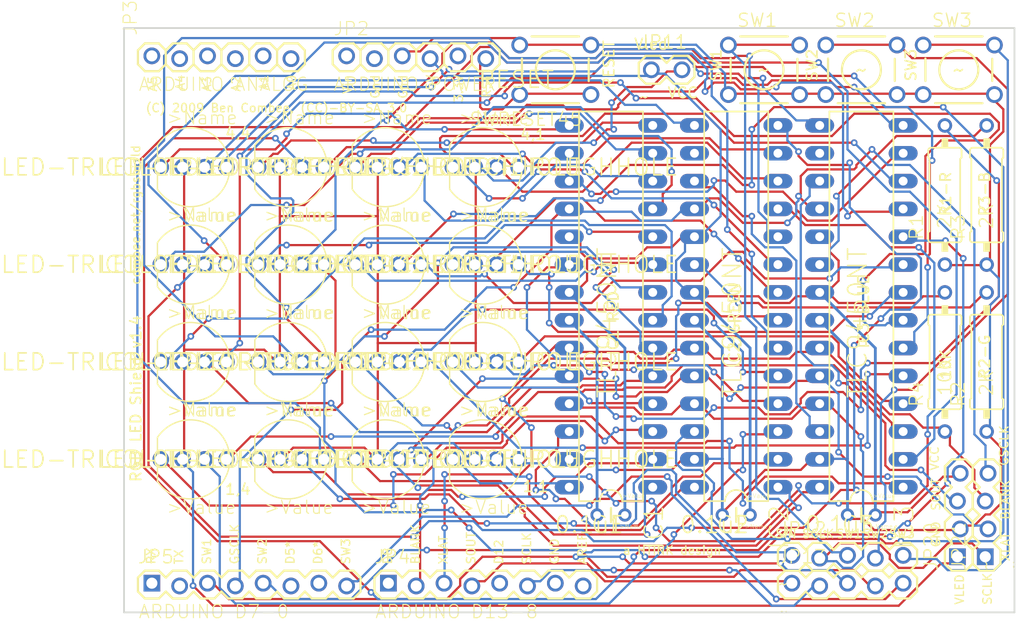
<source format=kicad_pcb>
(kicad_pcb (version 4) (host pcbnew 4.0.6)
  (layers (0 Top signal) (31 Bottom signal) (34 B.Paste user) (35 F.Paste user) (36 B.SilkS user) (37 F.SilkS user) (38 B.Mask user) (39 F.Mask user) (44 Edge.Cuts user))
  (net 0 "")
  (net 1 GND)
  (net 2 /VCC)
  (net 3 /R12)
  (net 4 /R13)
  (net 5 /R24)
  (net 6 /R31)
  (net 7 /R14)
  (net 8 /R21)
  (net 9 /R23)
  (net 10 /R22)
  (net 11 /R32)
  (net 12 /R33)
  (net 13 /R34)
  (net 14 /R41)
  (net 15 /R42)
  (net 16 /R43)
  (net 17 /R44)
  (net 18 "Net-(IC1-Pad16)")
  (net 19 /N$1)
  (net 20 /GSCLK)
  (net 21 /N$6)
  (net 22 /BLANK)
  (net 23 /XLAT)
  (net 24 /SCLK)
  (net 25 /SIN)
  (net 26 /R11)
  (net 27 /G12)
  (net 28 /G13)
  (net 29 /G24)
  (net 30 /G31)
  (net 31 /G14)
  (net 32 /G21)
  (net 33 /G23)
  (net 34 /G22)
  (net 35 /G32)
  (net 36 /G33)
  (net 37 /G34)
  (net 38 /G41)
  (net 39 /G42)
  (net 40 /G43)
  (net 41 /G44)
  (net 42 "Net-(IC2-Pad16)")
  (net 43 /N$2)
  (net 44 /N$5)
  (net 45 /G11)
  (net 46 /B12)
  (net 47 /B13)
  (net 48 /B24)
  (net 49 /B31)
  (net 50 /B14)
  (net 51 /B21)
  (net 52 /B23)
  (net 53 /B22)
  (net 54 /B32)
  (net 55 /B33)
  (net 56 /B34)
  (net 57 /B41)
  (net 58 /B42)
  (net 59 /B43)
  (net 60 /B44)
  (net 61 "Net-(IC3-Pad16)")
  (net 62 /SOUT)
  (net 63 /N$4)
  (net 64 /B11)
  (net 65 "Net-(JP2-Pad1)")
  (net 66 "Net-(JP2-Pad2)")
  (net 67 "Net-(JP2-Pad5)")
  (net 68 /RESET)
  (net 69 "Net-(JP3-Pad1)")
  (net 70 "Net-(JP3-Pad2)")
  (net 71 "Net-(JP3-Pad3)")
  (net 72 "Net-(JP3-Pad4)")
  (net 73 "Net-(JP3-Pad5)")
  (net 74 "Net-(JP3-Pad6)")
  (net 75 "Net-(JP4-Pad1)")
  (net 76 /SIN_DEF)
  (net 77 "Net-(JP4-Pad5)")
  (net 78 /SCLK_DEF)
  (net 79 "Net-(JP4-Pad7)")
  (net 80 "Net-(JP4-Pad8)")
  (net 81 "Net-(JP5-Pad1)")
  (net 82 "Net-(JP5-Pad2)")
  (net 83 /SW1_DEF)
  (net 84 /SW2_DEF)
  (net 85 "Net-(JP5-Pad6)")
  (net 86 "Net-(JP5-Pad7)")
  (net 87 /SW3_DEF)
  (net 88 /VLED)
  (net 89 /N$3)
  (net 90 /N$32)
  (net 91 /N$33)
  (module DIL28-3 (layer Top) (at 152.3111 103.7336 90)
    (fp_text reference IC1 (at -18.034 2.921 90) (layer F.SilkS) (effects (font (size 1.6891 1.6891) (thickness 0.135128)) (justify right top)))
    (fp_text value TLC9450NT (at -8.509 0.635 90) (layer F.SilkS) (effects (font (size 1.6891 1.6891) (thickness 0.135128)) (justify left bottom)))
    (pad 1 thru_hole oval (at -16.51 3.81 180) (size 2.6416 1.3208) (drill 0.8128) (layers *.Cu *.Mask) (net 3 /R12))
    (pad 2 thru_hole oval (at -13.97 3.81 180) (size 2.6416 1.3208) (drill 0.8128) (layers *.Cu *.Mask) (net 4 /R13))
    (pad 7 thru_hole oval (at -1.27 3.81 180) (size 2.6416 1.3208) (drill 0.8128) (layers *.Cu *.Mask) (net 5 /R24))
    (pad 8 thru_hole oval (at 1.27 3.81 180) (size 2.6416 1.3208) (drill 0.8128) (layers *.Cu *.Mask) (net 6 /R31))
    (pad 3 thru_hole oval (at -11.43 3.81 180) (size 2.6416 1.3208) (drill 0.8128) (layers *.Cu *.Mask) (net 7 /R14))
    (pad 4 thru_hole oval (at -8.89 3.81 180) (size 2.6416 1.3208) (drill 0.8128) (layers *.Cu *.Mask) (net 8 /R21))
    (pad 6 thru_hole oval (at -3.81 3.81 180) (size 2.6416 1.3208) (drill 0.8128) (layers *.Cu *.Mask) (net 9 /R23))
    (pad 5 thru_hole oval (at -6.35 3.81 180) (size 2.6416 1.3208) (drill 0.8128) (layers *.Cu *.Mask) (net 10 /R22))
    (pad 9 thru_hole oval (at 3.81 3.81 180) (size 2.6416 1.3208) (drill 0.8128) (layers *.Cu *.Mask) (net 11 /R32))
    (pad 10 thru_hole oval (at 6.35 3.81 180) (size 2.6416 1.3208) (drill 0.8128) (layers *.Cu *.Mask) (net 12 /R33))
    (pad 11 thru_hole oval (at 8.89 3.81 180) (size 2.6416 1.3208) (drill 0.8128) (layers *.Cu *.Mask) (net 13 /R34))
    (pad 12 thru_hole oval (at 11.43 3.81 180) (size 2.6416 1.3208) (drill 0.8128) (layers *.Cu *.Mask) (net 14 /R41))
    (pad 13 thru_hole oval (at 13.97 3.81 180) (size 2.6416 1.3208) (drill 0.8128) (layers *.Cu *.Mask) (net 15 /R42))
    (pad 14 thru_hole oval (at 16.51 3.81 180) (size 2.6416 1.3208) (drill 0.8128) (layers *.Cu *.Mask) (net 16 /R43))
    (pad 15 thru_hole oval (at 16.51 -3.81 180) (size 2.6416 1.3208) (drill 0.8128) (layers *.Cu *.Mask) (net 17 /R44))
    (pad 16 thru_hole oval (at 13.97 -3.81 180) (size 2.6416 1.3208) (drill 0.8128) (layers *.Cu *.Mask) (net 18 "Net-(IC1-Pad16)"))
    (pad 17 thru_hole oval (at 11.43 -3.81 180) (size 2.6416 1.3208) (drill 0.8128) (layers *.Cu *.Mask) (net 19 /N$1))
    (pad 18 thru_hole oval (at 8.89 -3.81 180) (size 2.6416 1.3208) (drill 0.8128) (layers *.Cu *.Mask) (net 20 /GSCLK))
    (pad 19 thru_hole oval (at 6.35 -3.81 180) (size 2.6416 1.3208) (drill 0.8128) (layers *.Cu *.Mask) (net 2 /VCC))
    (pad 20 thru_hole oval (at 3.81 -3.81 180) (size 2.6416 1.3208) (drill 0.8128) (layers *.Cu *.Mask) (net 21 /N$6))
    (pad 21 thru_hole oval (at 1.27 -3.81 180) (size 2.6416 1.3208) (drill 0.8128) (layers *.Cu *.Mask) (net 2 /VCC))
    (pad 22 thru_hole oval (at -1.27 -3.81 180) (size 2.6416 1.3208) (drill 0.8128) (layers *.Cu *.Mask) (net 1 GND))
    (pad 23 thru_hole oval (at -3.81 -3.81 180) (size 2.6416 1.3208) (drill 0.8128) (layers *.Cu *.Mask) (net 22 /BLANK))
    (pad 24 thru_hole oval (at -6.35 -3.81 180) (size 2.6416 1.3208) (drill 0.8128) (layers *.Cu *.Mask) (net 23 /XLAT))
    (pad 25 thru_hole oval (at -8.89 -3.81 180) (size 2.6416 1.3208) (drill 0.8128) (layers *.Cu *.Mask) (net 24 /SCLK))
    (pad 26 thru_hole oval (at -11.43 -3.81 180) (size 2.6416 1.3208) (drill 0.8128) (layers *.Cu *.Mask) (net 25 /SIN))
    (pad 27 thru_hole oval (at -13.97 -3.81 180) (size 2.6416 1.3208) (drill 0.8128) (layers *.Cu *.Mask) (net 1 GND))
    (pad 28 thru_hole oval (at -16.51 -3.81 180) (size 2.6416 1.3208) (drill 0.8128) (layers *.Cu *.Mask) (net 26 /R11))
  )
  (module DIL28-3 (layer Top) (at 163.7411 103.7336 90)
    (fp_text reference IC2 (at -18.034 2.921 90) (layer F.SilkS) (effects (font (size 1.6891 1.6891) (thickness 0.135128)) (justify right top)))
    (fp_text value TLC9450NT (at -8.509 0.635 90) (layer F.SilkS) (effects (font (size 1.6891 1.6891) (thickness 0.135128)) (justify left bottom)))
    (pad 1 thru_hole oval (at -16.51 3.81 180) (size 2.6416 1.3208) (drill 0.8128) (layers *.Cu *.Mask) (net 27 /G12))
    (pad 2 thru_hole oval (at -13.97 3.81 180) (size 2.6416 1.3208) (drill 0.8128) (layers *.Cu *.Mask) (net 28 /G13))
    (pad 7 thru_hole oval (at -1.27 3.81 180) (size 2.6416 1.3208) (drill 0.8128) (layers *.Cu *.Mask) (net 29 /G24))
    (pad 8 thru_hole oval (at 1.27 3.81 180) (size 2.6416 1.3208) (drill 0.8128) (layers *.Cu *.Mask) (net 30 /G31))
    (pad 3 thru_hole oval (at -11.43 3.81 180) (size 2.6416 1.3208) (drill 0.8128) (layers *.Cu *.Mask) (net 31 /G14))
    (pad 4 thru_hole oval (at -8.89 3.81 180) (size 2.6416 1.3208) (drill 0.8128) (layers *.Cu *.Mask) (net 32 /G21))
    (pad 6 thru_hole oval (at -3.81 3.81 180) (size 2.6416 1.3208) (drill 0.8128) (layers *.Cu *.Mask) (net 33 /G23))
    (pad 5 thru_hole oval (at -6.35 3.81 180) (size 2.6416 1.3208) (drill 0.8128) (layers *.Cu *.Mask) (net 34 /G22))
    (pad 9 thru_hole oval (at 3.81 3.81 180) (size 2.6416 1.3208) (drill 0.8128) (layers *.Cu *.Mask) (net 35 /G32))
    (pad 10 thru_hole oval (at 6.35 3.81 180) (size 2.6416 1.3208) (drill 0.8128) (layers *.Cu *.Mask) (net 36 /G33))
    (pad 11 thru_hole oval (at 8.89 3.81 180) (size 2.6416 1.3208) (drill 0.8128) (layers *.Cu *.Mask) (net 37 /G34))
    (pad 12 thru_hole oval (at 11.43 3.81 180) (size 2.6416 1.3208) (drill 0.8128) (layers *.Cu *.Mask) (net 38 /G41))
    (pad 13 thru_hole oval (at 13.97 3.81 180) (size 2.6416 1.3208) (drill 0.8128) (layers *.Cu *.Mask) (net 39 /G42))
    (pad 14 thru_hole oval (at 16.51 3.81 180) (size 2.6416 1.3208) (drill 0.8128) (layers *.Cu *.Mask) (net 40 /G43))
    (pad 15 thru_hole oval (at 16.51 -3.81 180) (size 2.6416 1.3208) (drill 0.8128) (layers *.Cu *.Mask) (net 41 /G44))
    (pad 16 thru_hole oval (at 13.97 -3.81 180) (size 2.6416 1.3208) (drill 0.8128) (layers *.Cu *.Mask) (net 42 "Net-(IC2-Pad16)"))
    (pad 17 thru_hole oval (at 11.43 -3.81 180) (size 2.6416 1.3208) (drill 0.8128) (layers *.Cu *.Mask) (net 43 /N$2))
    (pad 18 thru_hole oval (at 8.89 -3.81 180) (size 2.6416 1.3208) (drill 0.8128) (layers *.Cu *.Mask) (net 20 /GSCLK))
    (pad 19 thru_hole oval (at 6.35 -3.81 180) (size 2.6416 1.3208) (drill 0.8128) (layers *.Cu *.Mask) (net 2 /VCC))
    (pad 20 thru_hole oval (at 3.81 -3.81 180) (size 2.6416 1.3208) (drill 0.8128) (layers *.Cu *.Mask) (net 44 /N$5))
    (pad 21 thru_hole oval (at 1.27 -3.81 180) (size 2.6416 1.3208) (drill 0.8128) (layers *.Cu *.Mask) (net 2 /VCC))
    (pad 22 thru_hole oval (at -1.27 -3.81 180) (size 2.6416 1.3208) (drill 0.8128) (layers *.Cu *.Mask) (net 1 GND))
    (pad 23 thru_hole oval (at -3.81 -3.81 180) (size 2.6416 1.3208) (drill 0.8128) (layers *.Cu *.Mask) (net 22 /BLANK))
    (pad 24 thru_hole oval (at -6.35 -3.81 180) (size 2.6416 1.3208) (drill 0.8128) (layers *.Cu *.Mask) (net 23 /XLAT))
    (pad 25 thru_hole oval (at -8.89 -3.81 180) (size 2.6416 1.3208) (drill 0.8128) (layers *.Cu *.Mask) (net 24 /SCLK))
    (pad 26 thru_hole oval (at -11.43 -3.81 180) (size 2.6416 1.3208) (drill 0.8128) (layers *.Cu *.Mask) (net 19 /N$1))
    (pad 27 thru_hole oval (at -13.97 -3.81 180) (size 2.6416 1.3208) (drill 0.8128) (layers *.Cu *.Mask) (net 1 GND))
    (pad 28 thru_hole oval (at -16.51 -3.81 180) (size 2.6416 1.3208) (drill 0.8128) (layers *.Cu *.Mask) (net 45 /G11))
  )
  (module DIL28-3 (layer Top) (at 175.1711 103.7336 90)
    (fp_text reference IC3 (at -18.034 2.921 90) (layer F.SilkS) (effects (font (size 1.6891 1.6891) (thickness 0.135128)) (justify right top)))
    (fp_text value TLC9450NT (at -8.509 0.635 90) (layer F.SilkS) (effects (font (size 1.6891 1.6891) (thickness 0.135128)) (justify left bottom)))
    (pad 1 thru_hole oval (at -16.51 3.81 180) (size 2.6416 1.3208) (drill 0.8128) (layers *.Cu *.Mask) (net 46 /B12))
    (pad 2 thru_hole oval (at -13.97 3.81 180) (size 2.6416 1.3208) (drill 0.8128) (layers *.Cu *.Mask) (net 47 /B13))
    (pad 7 thru_hole oval (at -1.27 3.81 180) (size 2.6416 1.3208) (drill 0.8128) (layers *.Cu *.Mask) (net 48 /B24))
    (pad 8 thru_hole oval (at 1.27 3.81 180) (size 2.6416 1.3208) (drill 0.8128) (layers *.Cu *.Mask) (net 49 /B31))
    (pad 3 thru_hole oval (at -11.43 3.81 180) (size 2.6416 1.3208) (drill 0.8128) (layers *.Cu *.Mask) (net 50 /B14))
    (pad 4 thru_hole oval (at -8.89 3.81 180) (size 2.6416 1.3208) (drill 0.8128) (layers *.Cu *.Mask) (net 51 /B21))
    (pad 6 thru_hole oval (at -3.81 3.81 180) (size 2.6416 1.3208) (drill 0.8128) (layers *.Cu *.Mask) (net 52 /B23))
    (pad 5 thru_hole oval (at -6.35 3.81 180) (size 2.6416 1.3208) (drill 0.8128) (layers *.Cu *.Mask) (net 53 /B22))
    (pad 9 thru_hole oval (at 3.81 3.81 180) (size 2.6416 1.3208) (drill 0.8128) (layers *.Cu *.Mask) (net 54 /B32))
    (pad 10 thru_hole oval (at 6.35 3.81 180) (size 2.6416 1.3208) (drill 0.8128) (layers *.Cu *.Mask) (net 55 /B33))
    (pad 11 thru_hole oval (at 8.89 3.81 180) (size 2.6416 1.3208) (drill 0.8128) (layers *.Cu *.Mask) (net 56 /B34))
    (pad 12 thru_hole oval (at 11.43 3.81 180) (size 2.6416 1.3208) (drill 0.8128) (layers *.Cu *.Mask) (net 57 /B41))
    (pad 13 thru_hole oval (at 13.97 3.81 180) (size 2.6416 1.3208) (drill 0.8128) (layers *.Cu *.Mask) (net 58 /B42))
    (pad 14 thru_hole oval (at 16.51 3.81 180) (size 2.6416 1.3208) (drill 0.8128) (layers *.Cu *.Mask) (net 59 /B43))
    (pad 15 thru_hole oval (at 16.51 -3.81 180) (size 2.6416 1.3208) (drill 0.8128) (layers *.Cu *.Mask) (net 60 /B44))
    (pad 16 thru_hole oval (at 13.97 -3.81 180) (size 2.6416 1.3208) (drill 0.8128) (layers *.Cu *.Mask) (net 61 "Net-(IC3-Pad16)"))
    (pad 17 thru_hole oval (at 11.43 -3.81 180) (size 2.6416 1.3208) (drill 0.8128) (layers *.Cu *.Mask) (net 62 /SOUT))
    (pad 18 thru_hole oval (at 8.89 -3.81 180) (size 2.6416 1.3208) (drill 0.8128) (layers *.Cu *.Mask) (net 20 /GSCLK))
    (pad 19 thru_hole oval (at 6.35 -3.81 180) (size 2.6416 1.3208) (drill 0.8128) (layers *.Cu *.Mask) (net 2 /VCC))
    (pad 20 thru_hole oval (at 3.81 -3.81 180) (size 2.6416 1.3208) (drill 0.8128) (layers *.Cu *.Mask) (net 63 /N$4))
    (pad 21 thru_hole oval (at 1.27 -3.81 180) (size 2.6416 1.3208) (drill 0.8128) (layers *.Cu *.Mask) (net 2 /VCC))
    (pad 22 thru_hole oval (at -1.27 -3.81 180) (size 2.6416 1.3208) (drill 0.8128) (layers *.Cu *.Mask) (net 1 GND))
    (pad 23 thru_hole oval (at -3.81 -3.81 180) (size 2.6416 1.3208) (drill 0.8128) (layers *.Cu *.Mask) (net 22 /BLANK))
    (pad 24 thru_hole oval (at -6.35 -3.81 180) (size 2.6416 1.3208) (drill 0.8128) (layers *.Cu *.Mask) (net 23 /XLAT))
    (pad 25 thru_hole oval (at -8.89 -3.81 180) (size 2.6416 1.3208) (drill 0.8128) (layers *.Cu *.Mask) (net 24 /SCLK))
    (pad 26 thru_hole oval (at -11.43 -3.81 180) (size 2.6416 1.3208) (drill 0.8128) (layers *.Cu *.Mask) (net 43 /N$2))
    (pad 27 thru_hole oval (at -13.97 -3.81 180) (size 2.6416 1.3208) (drill 0.8128) (layers *.Cu *.Mask) (net 1 GND))
    (pad 28 thru_hole oval (at -16.51 -3.81 180) (size 2.6416 1.3208) (drill 0.8128) (layers *.Cu *.Mask) (net 64 /B11))
  )
  (module 0309%2f12 (layer Top) (at 182.7911 93.5736 90)
    (fp_text reference R1 (at -4.191 -1.905 90) (layer F.SilkS) (effects (font (size 1.2065 1.2065) (thickness 0.12065)) (justify left bottom)))
    (fp_text value 2K (at -3.175 0.6858 90) (layer F.SilkS) (effects (font (size 1.2065 1.2065) (thickness 0.12065)) (justify left bottom)))
    (pad 1 thru_hole circle (at -6.35 0 90) (size 1.3208 1.3208) (drill 0.8128) (layers *.Cu *.Mask) (net 1 GND))
    (pad 2 thru_hole circle (at 6.35 0 90) (size 1.3208 1.3208) (drill 0.8128) (layers *.Cu *.Mask) (net 21 /N$6))
  )
  (module 0309%2f12 (layer Top) (at 186.6011 108.8136 90)
    (fp_text reference R2 (at -4.191 -1.905 90) (layer F.SilkS) (effects (font (size 1.2065 1.2065) (thickness 0.12065)) (justify left bottom)))
    (fp_text value 2K (at -3.175 0.6858 90) (layer F.SilkS) (effects (font (size 1.2065 1.2065) (thickness 0.12065)) (justify left bottom)))
    (pad 1 thru_hole circle (at -6.35 0 90) (size 1.3208 1.3208) (drill 0.8128) (layers *.Cu *.Mask) (net 1 GND))
    (pad 2 thru_hole circle (at 6.35 0 90) (size 1.3208 1.3208) (drill 0.8128) (layers *.Cu *.Mask) (net 44 /N$5))
  )
  (module 0309%2f12 (layer Top) (at 186.6011 93.5736 90)
    (fp_text reference R3 (at -4.191 -1.905 90) (layer F.SilkS) (effects (font (size 1.2065 1.2065) (thickness 0.12065)) (justify left bottom)))
    (fp_text value 2K (at -3.175 0.6858 90) (layer F.SilkS) (effects (font (size 1.2065 1.2065) (thickness 0.12065)) (justify left bottom)))
    (pad 1 thru_hole circle (at -6.35 0 90) (size 1.3208 1.3208) (drill 0.8128) (layers *.Cu *.Mask) (net 1 GND))
    (pad 2 thru_hole circle (at 6.35 0 90) (size 1.3208 1.3208) (drill 0.8128) (layers *.Cu *.Mask) (net 63 /N$4))
  )
  (module LED-TRICOLOR-THROUGHHOLE (layer Top) (at 140.8811 117.7036)
    (fp_text reference LED11 (at 0 0) (layer F.SilkS))
    (fp_text value LED-TRICOLOR-THROUGHHOLE (at 0 0) (layer F.SilkS))
    (fp_text user >Name (at -2.54 -3.81) (layer F.SilkS) (effects (font (size 1.2065 1.2065) (thickness 0.1016)) (justify left bottom)))
    (fp_text user >Value (at -2.54 5.08) (layer F.SilkS) (effects (font (size 1.2065 1.2065) (thickness 0.1016)) (justify left bottom)))
    (pad GND thru_hole circle (at -1 0 90) (size 1.508 1.508) (drill 1) (layers *.Cu *.Mask) (net 88 /VLED))
    (pad BLU thru_hole circle (at 1 0 90) (size 1.508 1.508) (drill 1) (layers *.Cu *.Mask) (net 45 /G11))
    (pad GRN thru_hole circle (at 3 0 90) (size 1.508 1.508) (drill 1) (layers *.Cu *.Mask) (net 64 /B11))
    (pad RED thru_hole circle (at -3 0 270) (size 1.508 1.508) (drill 1) (layers *.Cu *.Mask) (net 26 /R11))
  )
  (module LED-TRICOLOR-THROUGHHOLE (layer Top) (at 131.9911 117.7036)
    (fp_text reference LED12 (at 0 0) (layer F.SilkS))
    (fp_text value LED-TRICOLOR-THROUGHHOLE (at 0 0) (layer F.SilkS))
    (fp_text user >Name (at -2.54 -3.81) (layer F.SilkS) (effects (font (size 1.2065 1.2065) (thickness 0.1016)) (justify left bottom)))
    (fp_text user >Value (at -2.54 5.08) (layer F.SilkS) (effects (font (size 1.2065 1.2065) (thickness 0.1016)) (justify left bottom)))
    (pad GND thru_hole circle (at -1 0 90) (size 1.508 1.508) (drill 1) (layers *.Cu *.Mask) (net 88 /VLED))
    (pad BLU thru_hole circle (at 1 0 90) (size 1.508 1.508) (drill 1) (layers *.Cu *.Mask) (net 27 /G12))
    (pad GRN thru_hole circle (at 3 0 90) (size 1.508 1.508) (drill 1) (layers *.Cu *.Mask) (net 46 /B12))
    (pad RED thru_hole circle (at -3 0 270) (size 1.508 1.508) (drill 1) (layers *.Cu *.Mask) (net 3 /R12))
  )
  (module LED-TRICOLOR-THROUGHHOLE (layer Top) (at 123.1011 117.7036)
    (fp_text reference LED13 (at 0 0) (layer F.SilkS))
    (fp_text value LED-TRICOLOR-THROUGHHOLE (at 0 0) (layer F.SilkS))
    (fp_text user >Name (at -2.54 -3.81) (layer F.SilkS) (effects (font (size 1.2065 1.2065) (thickness 0.1016)) (justify left bottom)))
    (fp_text user >Value (at -2.54 5.08) (layer F.SilkS) (effects (font (size 1.2065 1.2065) (thickness 0.1016)) (justify left bottom)))
    (pad GND thru_hole circle (at -1 0 90) (size 1.508 1.508) (drill 1) (layers *.Cu *.Mask) (net 88 /VLED))
    (pad BLU thru_hole circle (at 1 0 90) (size 1.508 1.508) (drill 1) (layers *.Cu *.Mask) (net 28 /G13))
    (pad GRN thru_hole circle (at 3 0 90) (size 1.508 1.508) (drill 1) (layers *.Cu *.Mask) (net 47 /B13))
    (pad RED thru_hole circle (at -3 0 270) (size 1.508 1.508) (drill 1) (layers *.Cu *.Mask) (net 4 /R13))
  )
  (module LED-TRICOLOR-THROUGHHOLE (layer Top) (at 114.2111 117.7036)
    (fp_text reference LED14 (at 0 0) (layer F.SilkS))
    (fp_text value LED-TRICOLOR-THROUGHHOLE (at 0 0) (layer F.SilkS))
    (fp_text user >Name (at -2.54 -3.81) (layer F.SilkS) (effects (font (size 1.2065 1.2065) (thickness 0.1016)) (justify left bottom)))
    (fp_text user >Value (at -2.54 5.08) (layer F.SilkS) (effects (font (size 1.2065 1.2065) (thickness 0.1016)) (justify left bottom)))
    (pad GND thru_hole circle (at -1 0 90) (size 1.508 1.508) (drill 1) (layers *.Cu *.Mask) (net 88 /VLED))
    (pad BLU thru_hole circle (at 1 0 90) (size 1.508 1.508) (drill 1) (layers *.Cu *.Mask) (net 31 /G14))
    (pad GRN thru_hole circle (at 3 0 90) (size 1.508 1.508) (drill 1) (layers *.Cu *.Mask) (net 50 /B14))
    (pad RED thru_hole circle (at -3 0 270) (size 1.508 1.508) (drill 1) (layers *.Cu *.Mask) (net 7 /R14))
  )
  (module LED-TRICOLOR-THROUGHHOLE (layer Top) (at 140.8811 108.8136)
    (fp_text reference LED21 (at 0 0) (layer F.SilkS))
    (fp_text value LED-TRICOLOR-THROUGHHOLE (at 0 0) (layer F.SilkS))
    (fp_text user >Name (at -2.54 -3.81) (layer F.SilkS) (effects (font (size 1.2065 1.2065) (thickness 0.1016)) (justify left bottom)))
    (fp_text user >Value (at -2.54 5.08) (layer F.SilkS) (effects (font (size 1.2065 1.2065) (thickness 0.1016)) (justify left bottom)))
    (pad GND thru_hole circle (at -1 0 90) (size 1.508 1.508) (drill 1) (layers *.Cu *.Mask) (net 88 /VLED))
    (pad BLU thru_hole circle (at 1 0 90) (size 1.508 1.508) (drill 1) (layers *.Cu *.Mask) (net 32 /G21))
    (pad GRN thru_hole circle (at 3 0 90) (size 1.508 1.508) (drill 1) (layers *.Cu *.Mask) (net 51 /B21))
    (pad RED thru_hole circle (at -3 0 270) (size 1.508 1.508) (drill 1) (layers *.Cu *.Mask) (net 8 /R21))
  )
  (module LED-TRICOLOR-THROUGHHOLE (layer Top) (at 131.9911 108.8136)
    (fp_text reference LED22 (at 0 0) (layer F.SilkS))
    (fp_text value LED-TRICOLOR-THROUGHHOLE (at 0 0) (layer F.SilkS))
    (fp_text user >Name (at -2.54 -3.81) (layer F.SilkS) (effects (font (size 1.2065 1.2065) (thickness 0.1016)) (justify left bottom)))
    (fp_text user >Value (at -2.54 5.08) (layer F.SilkS) (effects (font (size 1.2065 1.2065) (thickness 0.1016)) (justify left bottom)))
    (pad GND thru_hole circle (at -1 0 90) (size 1.508 1.508) (drill 1) (layers *.Cu *.Mask) (net 88 /VLED))
    (pad BLU thru_hole circle (at 1 0 90) (size 1.508 1.508) (drill 1) (layers *.Cu *.Mask) (net 34 /G22))
    (pad GRN thru_hole circle (at 3 0 90) (size 1.508 1.508) (drill 1) (layers *.Cu *.Mask) (net 53 /B22))
    (pad RED thru_hole circle (at -3 0 270) (size 1.508 1.508) (drill 1) (layers *.Cu *.Mask) (net 10 /R22))
  )
  (module LED-TRICOLOR-THROUGHHOLE (layer Top) (at 123.1011 108.8136)
    (fp_text reference LED23 (at 0 0) (layer F.SilkS))
    (fp_text value LED-TRICOLOR-THROUGHHOLE (at 0 0) (layer F.SilkS))
    (fp_text user >Name (at -2.54 -3.81) (layer F.SilkS) (effects (font (size 1.2065 1.2065) (thickness 0.1016)) (justify left bottom)))
    (fp_text user >Value (at -2.54 5.08) (layer F.SilkS) (effects (font (size 1.2065 1.2065) (thickness 0.1016)) (justify left bottom)))
    (pad GND thru_hole circle (at -1 0 90) (size 1.508 1.508) (drill 1) (layers *.Cu *.Mask) (net 88 /VLED))
    (pad BLU thru_hole circle (at 1 0 90) (size 1.508 1.508) (drill 1) (layers *.Cu *.Mask) (net 33 /G23))
    (pad GRN thru_hole circle (at 3 0 90) (size 1.508 1.508) (drill 1) (layers *.Cu *.Mask) (net 52 /B23))
    (pad RED thru_hole circle (at -3 0 270) (size 1.508 1.508) (drill 1) (layers *.Cu *.Mask) (net 9 /R23))
  )
  (module LED-TRICOLOR-THROUGHHOLE (layer Top) (at 114.2111 108.8136)
    (fp_text reference LED24 (at 0 0) (layer F.SilkS))
    (fp_text value LED-TRICOLOR-THROUGHHOLE (at 0 0) (layer F.SilkS))
    (fp_text user >Name (at -2.54 -3.81) (layer F.SilkS) (effects (font (size 1.2065 1.2065) (thickness 0.1016)) (justify left bottom)))
    (fp_text user >Value (at -2.54 5.08) (layer F.SilkS) (effects (font (size 1.2065 1.2065) (thickness 0.1016)) (justify left bottom)))
    (pad GND thru_hole circle (at -1 0 90) (size 1.508 1.508) (drill 1) (layers *.Cu *.Mask) (net 88 /VLED))
    (pad BLU thru_hole circle (at 1 0 90) (size 1.508 1.508) (drill 1) (layers *.Cu *.Mask) (net 29 /G24))
    (pad GRN thru_hole circle (at 3 0 90) (size 1.508 1.508) (drill 1) (layers *.Cu *.Mask) (net 48 /B24))
    (pad RED thru_hole circle (at -3 0 270) (size 1.508 1.508) (drill 1) (layers *.Cu *.Mask) (net 5 /R24))
  )
  (module LED-TRICOLOR-THROUGHHOLE (layer Top) (at 140.8811 99.9236)
    (fp_text reference LED31 (at 0 0) (layer F.SilkS))
    (fp_text value LED-TRICOLOR-THROUGHHOLE (at 0 0) (layer F.SilkS))
    (fp_text user >Name (at -2.54 -3.81) (layer F.SilkS) (effects (font (size 1.2065 1.2065) (thickness 0.1016)) (justify left bottom)))
    (fp_text user >Value (at -2.54 5.08) (layer F.SilkS) (effects (font (size 1.2065 1.2065) (thickness 0.1016)) (justify left bottom)))
    (pad GND thru_hole circle (at -1 0 90) (size 1.508 1.508) (drill 1) (layers *.Cu *.Mask) (net 88 /VLED))
    (pad BLU thru_hole circle (at 1 0 90) (size 1.508 1.508) (drill 1) (layers *.Cu *.Mask) (net 30 /G31))
    (pad GRN thru_hole circle (at 3 0 90) (size 1.508 1.508) (drill 1) (layers *.Cu *.Mask) (net 49 /B31))
    (pad RED thru_hole circle (at -3 0 270) (size 1.508 1.508) (drill 1) (layers *.Cu *.Mask) (net 6 /R31))
  )
  (module LED-TRICOLOR-THROUGHHOLE (layer Top) (at 131.9911 99.9236)
    (fp_text reference LED32 (at 0 0) (layer F.SilkS))
    (fp_text value LED-TRICOLOR-THROUGHHOLE (at 0 0) (layer F.SilkS))
    (fp_text user >Name (at -2.54 -3.81) (layer F.SilkS) (effects (font (size 1.2065 1.2065) (thickness 0.1016)) (justify left bottom)))
    (fp_text user >Value (at -2.54 5.08) (layer F.SilkS) (effects (font (size 1.2065 1.2065) (thickness 0.1016)) (justify left bottom)))
    (pad GND thru_hole circle (at -1 0 90) (size 1.508 1.508) (drill 1) (layers *.Cu *.Mask) (net 88 /VLED))
    (pad BLU thru_hole circle (at 1 0 90) (size 1.508 1.508) (drill 1) (layers *.Cu *.Mask) (net 35 /G32))
    (pad GRN thru_hole circle (at 3 0 90) (size 1.508 1.508) (drill 1) (layers *.Cu *.Mask) (net 54 /B32))
    (pad RED thru_hole circle (at -3 0 270) (size 1.508 1.508) (drill 1) (layers *.Cu *.Mask) (net 11 /R32))
  )
  (module LED-TRICOLOR-THROUGHHOLE (layer Top) (at 123.1011 99.9236)
    (fp_text reference LED33 (at 0 0) (layer F.SilkS))
    (fp_text value LED-TRICOLOR-THROUGHHOLE (at 0 0) (layer F.SilkS))
    (fp_text user >Name (at -2.54 -3.81) (layer F.SilkS) (effects (font (size 1.2065 1.2065) (thickness 0.1016)) (justify left bottom)))
    (fp_text user >Value (at -2.54 5.08) (layer F.SilkS) (effects (font (size 1.2065 1.2065) (thickness 0.1016)) (justify left bottom)))
    (pad GND thru_hole circle (at -1 0 90) (size 1.508 1.508) (drill 1) (layers *.Cu *.Mask) (net 88 /VLED))
    (pad BLU thru_hole circle (at 1 0 90) (size 1.508 1.508) (drill 1) (layers *.Cu *.Mask) (net 36 /G33))
    (pad GRN thru_hole circle (at 3 0 90) (size 1.508 1.508) (drill 1) (layers *.Cu *.Mask) (net 55 /B33))
    (pad RED thru_hole circle (at -3 0 270) (size 1.508 1.508) (drill 1) (layers *.Cu *.Mask) (net 12 /R33))
  )
  (module LED-TRICOLOR-THROUGHHOLE (layer Top) (at 114.2111 99.9236)
    (fp_text reference LED34 (at 0 0) (layer F.SilkS))
    (fp_text value LED-TRICOLOR-THROUGHHOLE (at 0 0) (layer F.SilkS))
    (fp_text user >Name (at -2.54 -3.81) (layer F.SilkS) (effects (font (size 1.2065 1.2065) (thickness 0.1016)) (justify left bottom)))
    (fp_text user >Value (at -2.54 5.08) (layer F.SilkS) (effects (font (size 1.2065 1.2065) (thickness 0.1016)) (justify left bottom)))
    (pad GND thru_hole circle (at -1 0 90) (size 1.508 1.508) (drill 1) (layers *.Cu *.Mask) (net 88 /VLED))
    (pad BLU thru_hole circle (at 1 0 90) (size 1.508 1.508) (drill 1) (layers *.Cu *.Mask) (net 37 /G34))
    (pad GRN thru_hole circle (at 3 0 90) (size 1.508 1.508) (drill 1) (layers *.Cu *.Mask) (net 56 /B34))
    (pad RED thru_hole circle (at -3 0 270) (size 1.508 1.508) (drill 1) (layers *.Cu *.Mask) (net 13 /R34))
  )
  (module LED-TRICOLOR-THROUGHHOLE (layer Top) (at 140.8811 91.0336)
    (fp_text reference LED41 (at 0 0) (layer F.SilkS))
    (fp_text value LED-TRICOLOR-THROUGHHOLE (at 0 0) (layer F.SilkS))
    (fp_text user >Name (at -2.54 -3.81) (layer F.SilkS) (effects (font (size 1.2065 1.2065) (thickness 0.1016)) (justify left bottom)))
    (fp_text user >Value (at -2.54 5.08) (layer F.SilkS) (effects (font (size 1.2065 1.2065) (thickness 0.1016)) (justify left bottom)))
    (pad GND thru_hole circle (at -1 0 90) (size 1.508 1.508) (drill 1) (layers *.Cu *.Mask) (net 88 /VLED))
    (pad BLU thru_hole circle (at 1 0 90) (size 1.508 1.508) (drill 1) (layers *.Cu *.Mask) (net 38 /G41))
    (pad GRN thru_hole circle (at 3 0 90) (size 1.508 1.508) (drill 1) (layers *.Cu *.Mask) (net 57 /B41))
    (pad RED thru_hole circle (at -3 0 270) (size 1.508 1.508) (drill 1) (layers *.Cu *.Mask) (net 14 /R41))
  )
  (module LED-TRICOLOR-THROUGHHOLE (layer Top) (at 131.9911 91.0336)
    (fp_text reference LED42 (at 0 0) (layer F.SilkS))
    (fp_text value LED-TRICOLOR-THROUGHHOLE (at 0 0) (layer F.SilkS))
    (fp_text user >Name (at -2.54 -3.81) (layer F.SilkS) (effects (font (size 1.2065 1.2065) (thickness 0.1016)) (justify left bottom)))
    (fp_text user >Value (at -2.54 5.08) (layer F.SilkS) (effects (font (size 1.2065 1.2065) (thickness 0.1016)) (justify left bottom)))
    (pad GND thru_hole circle (at -1 0 90) (size 1.508 1.508) (drill 1) (layers *.Cu *.Mask) (net 88 /VLED))
    (pad BLU thru_hole circle (at 1 0 90) (size 1.508 1.508) (drill 1) (layers *.Cu *.Mask) (net 39 /G42))
    (pad GRN thru_hole circle (at 3 0 90) (size 1.508 1.508) (drill 1) (layers *.Cu *.Mask) (net 58 /B42))
    (pad RED thru_hole circle (at -3 0 270) (size 1.508 1.508) (drill 1) (layers *.Cu *.Mask) (net 15 /R42))
  )
  (module LED-TRICOLOR-THROUGHHOLE (layer Top) (at 123.1011 91.0336)
    (fp_text reference LED43 (at 0 0) (layer F.SilkS))
    (fp_text value LED-TRICOLOR-THROUGHHOLE (at 0 0) (layer F.SilkS))
    (fp_text user >Name (at -2.54 -3.81) (layer F.SilkS) (effects (font (size 1.2065 1.2065) (thickness 0.1016)) (justify left bottom)))
    (fp_text user >Value (at -2.54 5.08) (layer F.SilkS) (effects (font (size 1.2065 1.2065) (thickness 0.1016)) (justify left bottom)))
    (pad GND thru_hole circle (at -1 0 90) (size 1.508 1.508) (drill 1) (layers *.Cu *.Mask) (net 88 /VLED))
    (pad BLU thru_hole circle (at 1 0 90) (size 1.508 1.508) (drill 1) (layers *.Cu *.Mask) (net 40 /G43))
    (pad GRN thru_hole circle (at 3 0 90) (size 1.508 1.508) (drill 1) (layers *.Cu *.Mask) (net 59 /B43))
    (pad RED thru_hole circle (at -3 0 270) (size 1.508 1.508) (drill 1) (layers *.Cu *.Mask) (net 16 /R43))
  )
  (module LED-TRICOLOR-THROUGHHOLE (layer Top) (at 114.2111 91.0336)
    (fp_text reference LED44 (at 0 0) (layer F.SilkS))
    (fp_text value LED-TRICOLOR-THROUGHHOLE (at 0 0) (layer F.SilkS))
    (fp_text user >Name (at -2.54 -3.81) (layer F.SilkS) (effects (font (size 1.2065 1.2065) (thickness 0.1016)) (justify left bottom)))
    (fp_text user >Value (at -2.54 5.08) (layer F.SilkS) (effects (font (size 1.2065 1.2065) (thickness 0.1016)) (justify left bottom)))
    (pad GND thru_hole circle (at -1 0 90) (size 1.508 1.508) (drill 1) (layers *.Cu *.Mask) (net 88 /VLED))
    (pad BLU thru_hole circle (at 1 0 90) (size 1.508 1.508) (drill 1) (layers *.Cu *.Mask) (net 41 /G44))
    (pad GRN thru_hole circle (at 3 0 90) (size 1.508 1.508) (drill 1) (layers *.Cu *.Mask) (net 60 /B44))
    (pad RED thru_hole circle (at -3 0 270) (size 1.508 1.508) (drill 1) (layers *.Cu *.Mask) (net 17 /R44))
  )
  (module 1X06_LOCK (layer Top) (at 128.1811 80.8736)
    (fp_text reference JP2 (at -1.27 -1.778) (layer F.SilkS) (effects (font (size 1.2065 1.2065) (thickness 0.09652)) (justify left bottom)))
    (fp_text value "ARDUINO POWER" (at -1.27 3.302) (layer F.SilkS) (effects (font (size 1.2065 1.2065) (thickness 0.09652)) (justify left bottom)))
    (pad 1 thru_hole circle (at 0 0) (size 1.524 1.524) (drill 1.016) (layers *.Cu *.Mask) (net 65 "Net-(JP2-Pad1)"))
    (pad 2 thru_hole circle (at 2.54 0.254) (size 1.524 1.524) (drill 1.016) (layers *.Cu *.Mask) (net 66 "Net-(JP2-Pad2)"))
    (pad 3 thru_hole circle (at 5.08 0) (size 1.524 1.524) (drill 1.016) (layers *.Cu *.Mask) (net 1 GND))
    (pad 4 thru_hole circle (at 7.62 0.254) (size 1.524 1.524) (drill 1.016) (layers *.Cu *.Mask) (net 2 /VCC))
    (pad 5 thru_hole circle (at 10.16 0) (size 1.524 1.524) (drill 1.016) (layers *.Cu *.Mask) (net 67 "Net-(JP2-Pad5)"))
    (pad 6 thru_hole circle (at 12.7 0.254) (size 1.524 1.524) (drill 1.016) (layers *.Cu *.Mask) (net 68 /RESET))
  )
  (module 1X06_LOCK (layer Top) (at 110.4011 80.8736)
    (fp_text reference JP3 (at -1.27 -1.778 90) (layer F.SilkS) (effects (font (size 1.2065 1.2065) (thickness 0.09652)) (justify left bottom)))
    (fp_text value "ARDUINO ANALOG" (at -1.27 3.302) (layer F.SilkS) (effects (font (size 1.2065 1.2065) (thickness 0.09652)) (justify left bottom)))
    (pad 1 thru_hole circle (at 0 0) (size 1.524 1.524) (drill 1.016) (layers *.Cu *.Mask) (net 69 "Net-(JP3-Pad1)"))
    (pad 2 thru_hole circle (at 2.54 0.254) (size 1.524 1.524) (drill 1.016) (layers *.Cu *.Mask) (net 70 "Net-(JP3-Pad2)"))
    (pad 3 thru_hole circle (at 5.08 0) (size 1.524 1.524) (drill 1.016) (layers *.Cu *.Mask) (net 71 "Net-(JP3-Pad3)"))
    (pad 4 thru_hole circle (at 7.62 0.254) (size 1.524 1.524) (drill 1.016) (layers *.Cu *.Mask) (net 72 "Net-(JP3-Pad4)"))
    (pad 5 thru_hole circle (at 10.16 0) (size 1.524 1.524) (drill 1.016) (layers *.Cu *.Mask) (net 73 "Net-(JP3-Pad5)"))
    (pad 6 thru_hole circle (at 12.7 0.254) (size 1.524 1.524) (drill 1.016) (layers *.Cu *.Mask) (net 74 "Net-(JP3-Pad6)"))
  )
  (module 1X08_LOCK (layer Top) (at 131.9911 129.1336)
    (fp_text reference JP4 (at -1.3462 -1.8288) (layer F.SilkS) (effects (font (size 1.2065 1.2065) (thickness 0.127)) (justify left bottom)))
    (fp_text value "ARDUINO D13-8" (at -1.27 3.175) (layer F.SilkS) (effects (font (size 1.2065 1.2065) (thickness 0.1016)) (justify left bottom)))
    (pad 1 thru_hole rect (at 0 -0.127 90) (size 1.524 1.524) (drill 1.016) (layers *.Cu *.Mask) (net 75 "Net-(JP4-Pad1)"))
    (pad 2 thru_hole circle (at 2.54 0.127 90) (size 1.524 1.524) (drill 1.016) (layers *.Cu *.Mask) (net 23 /XLAT))
    (pad 3 thru_hole circle (at 5.08 -0.127 90) (size 1.524 1.524) (drill 1.016) (layers *.Cu *.Mask) (net 22 /BLANK))
    (pad 4 thru_hole circle (at 7.62 0.127 90) (size 1.524 1.524) (drill 1.016) (layers *.Cu *.Mask) (net 76 /SIN_DEF))
    (pad 5 thru_hole circle (at 10.16 -0.127 90) (size 1.524 1.524) (drill 1.016) (layers *.Cu *.Mask) (net 77 "Net-(JP4-Pad5)"))
    (pad 6 thru_hole circle (at 12.7 0.127 90) (size 1.524 1.524) (drill 1.016) (layers *.Cu *.Mask) (net 78 /SCLK_DEF))
    (pad 7 thru_hole circle (at 15.24 -0.127 90) (size 1.524 1.524) (drill 1.016) (layers *.Cu *.Mask) (net 79 "Net-(JP4-Pad7)"))
    (pad 8 thru_hole circle (at 17.78 0.127 90) (size 1.524 1.524) (drill 1.016) (layers *.Cu *.Mask) (net 80 "Net-(JP4-Pad8)"))
  )
  (module 1X08_LOCK (layer Top) (at 110.4011 129.1336)
    (fp_text reference JP5 (at -1.3462 -1.8288) (layer F.SilkS) (effects (font (size 1.2065 1.2065) (thickness 0.127)) (justify left bottom)))
    (fp_text value "ARDUINO D7-0" (at -1.27 3.175) (layer F.SilkS) (effects (font (size 1.2065 1.2065) (thickness 0.1016)) (justify left bottom)))
    (pad 1 thru_hole rect (at 0 -0.127 90) (size 1.524 1.524) (drill 1.016) (layers *.Cu *.Mask) (net 81 "Net-(JP5-Pad1)"))
    (pad 2 thru_hole circle (at 2.54 0.127 90) (size 1.524 1.524) (drill 1.016) (layers *.Cu *.Mask) (net 82 "Net-(JP5-Pad2)"))
    (pad 3 thru_hole circle (at 5.08 -0.127 90) (size 1.524 1.524) (drill 1.016) (layers *.Cu *.Mask) (net 83 /SW1_DEF))
    (pad 4 thru_hole circle (at 7.62 0.127 90) (size 1.524 1.524) (drill 1.016) (layers *.Cu *.Mask) (net 20 /GSCLK))
    (pad 5 thru_hole circle (at 10.16 -0.127 90) (size 1.524 1.524) (drill 1.016) (layers *.Cu *.Mask) (net 84 /SW2_DEF))
    (pad 6 thru_hole circle (at 12.7 0.127 90) (size 1.524 1.524) (drill 1.016) (layers *.Cu *.Mask) (net 85 "Net-(JP5-Pad6)"))
    (pad 7 thru_hole circle (at 15.24 -0.127 90) (size 1.524 1.524) (drill 1.016) (layers *.Cu *.Mask) (net 86 "Net-(JP5-Pad7)"))
    (pad 8 thru_hole circle (at 17.78 0.127 90) (size 1.524 1.524) (drill 1.016) (layers *.Cu *.Mask) (net 87 /SW3_DEF))
  )
  (module TACTILE-PTH (layer Top) (at 147.2311 82.1436 180)
    (fp_text reference SWRESET45 (at -2.54 -3.81 180) (layer F.SilkS) (effects (font (size 1.2065 1.2065) (thickness 0.127)) (justify right top)))
    (fp_text value RESET (at 0 0 180) (layer F.SilkS) (effects (justify right top)))
    (pad 1 thru_hole circle (at -3.2512 -2.2606 180) (size 1.524 1.524) (drill 1.016) (layers *.Cu *.Mask) (net 68 /RESET))
    (pad 3 thru_hole circle (at -3.2512 2.2606 180) (size 1.524 1.524) (drill 1.016) (layers *.Cu *.Mask) (net 1 GND))
    (pad 2 thru_hole circle (at 3.2512 -2.2606 180) (size 1.524 1.524) (drill 1.016) (layers *.Cu *.Mask) (net 68 /RESET))
    (pad 4 thru_hole circle (at 3.2512 2.2606 180) (size 1.524 1.524) (drill 1.016) (layers *.Cu *.Mask) (net 1 GND))
  )
  (module TACTILE-PTH (layer Top) (at 166.2811 82.1436)
    (fp_text reference SW1 (at -2.54 -3.81) (layer F.SilkS) (effects (font (size 1.2065 1.2065) (thickness 0.12065)) (justify left bottom)))
    (fp_text value ~ (at 0 0) (layer F.SilkS))
    (pad 1 thru_hole circle (at -3.2512 -2.2606) (size 1.524 1.524) (drill 1.016) (layers *.Cu *.Mask) (net 89 /N$3))
    (pad 3 thru_hole circle (at -3.2512 2.2606) (size 1.524 1.524) (drill 1.016) (layers *.Cu *.Mask) (net 1 GND))
    (pad 2 thru_hole circle (at 3.2512 -2.2606) (size 1.524 1.524) (drill 1.016) (layers *.Cu *.Mask) (net 89 /N$3))
    (pad 4 thru_hole circle (at 3.2512 2.2606) (size 1.524 1.524) (drill 1.016) (layers *.Cu *.Mask) (net 1 GND))
  )
  (module TACTILE-PTH (layer Top) (at 175.1711 82.1436)
    (fp_text reference SW2 (at -2.54 -3.81) (layer F.SilkS) (effects (font (size 1.2065 1.2065) (thickness 0.12065)) (justify left bottom)))
    (fp_text value ~ (at 0 0) (layer F.SilkS))
    (pad 1 thru_hole circle (at -3.2512 -2.2606) (size 1.524 1.524) (drill 1.016) (layers *.Cu *.Mask) (net 90 /N$32))
    (pad 3 thru_hole circle (at -3.2512 2.2606) (size 1.524 1.524) (drill 1.016) (layers *.Cu *.Mask) (net 1 GND))
    (pad 2 thru_hole circle (at 3.2512 -2.2606) (size 1.524 1.524) (drill 1.016) (layers *.Cu *.Mask) (net 90 /N$32))
    (pad 4 thru_hole circle (at 3.2512 2.2606) (size 1.524 1.524) (drill 1.016) (layers *.Cu *.Mask) (net 1 GND))
  )
  (module TACTILE-PTH (layer Top) (at 184.0611 82.1436)
    (fp_text reference SW3 (at -2.54 -3.81) (layer F.SilkS) (effects (font (size 1.2065 1.2065) (thickness 0.12065)) (justify left bottom)))
    (fp_text value ~ (at 0 0) (layer F.SilkS))
    (pad 1 thru_hole circle (at -3.2512 -2.2606) (size 1.524 1.524) (drill 1.016) (layers *.Cu *.Mask) (net 91 /N$33))
    (pad 3 thru_hole circle (at -3.2512 2.2606) (size 1.524 1.524) (drill 1.016) (layers *.Cu *.Mask) (net 1 GND))
    (pad 2 thru_hole circle (at 3.2512 -2.2606) (size 1.524 1.524) (drill 1.016) (layers *.Cu *.Mask) (net 91 /N$33))
    (pad 4 thru_hole circle (at 3.2512 2.2606) (size 1.524 1.524) (drill 1.016) (layers *.Cu *.Mask) (net 1 GND))
  )
  (module CAP-PTH-SMALL (layer Top) (at 153.5811 122.7836 180)
    (fp_text reference C1 (at 0 0 180) (layer F.SilkS) (effects (justify right top)))
    (fp_text value 0.1uF (at 0 0 180) (layer F.SilkS) (effects (justify right top)))
    (fp_text user >Name (at 0.508 -1.27 180) (layer F.SilkS) (effects (font (size 0.38608 0.38608) (thickness 0.032512)) (justify left bottom)))
    (fp_text user >Value (at 0.254 1.524 180) (layer F.SilkS) (effects (font (size 0.38608 0.38608) (thickness 0.032512)) (justify left bottom)))
    (pad 1 thru_hole circle (at 0 0 180) (size 1.208 1.208) (drill 0.7) (layers *.Cu *.Mask) (net 2 /VCC))
    (pad 2 thru_hole circle (at 2.54 0 180) (size 1.208 1.208) (drill 0.7) (layers *.Cu *.Mask) (net 1 GND))
  )
  (module CAP-PTH-SMALL (layer Top) (at 165.0111 122.7836 180)
    (fp_text reference C2 (at 0 0 180) (layer F.SilkS) (effects (justify right top)))
    (fp_text value 0.1uF (at 0 0 180) (layer F.SilkS) (effects (justify right top)))
    (fp_text user >Name (at 0.508 -1.27 180) (layer F.SilkS) (effects (font (size 0.38608 0.38608) (thickness 0.032512)) (justify left bottom)))
    (fp_text user >Value (at 0.254 1.524 180) (layer F.SilkS) (effects (font (size 0.38608 0.38608) (thickness 0.032512)) (justify left bottom)))
    (pad 1 thru_hole circle (at 0 0 180) (size 1.208 1.208) (drill 0.7) (layers *.Cu *.Mask) (net 2 /VCC))
    (pad 2 thru_hole circle (at 2.54 0 180) (size 1.208 1.208) (drill 0.7) (layers *.Cu *.Mask) (net 1 GND))
  )
  (module CAP-PTH-SMALL (layer Top) (at 176.4411 122.7836 180)
    (fp_text reference C3 (at 0 0 180) (layer F.SilkS) (effects (justify right top)))
    (fp_text value 0.1uF (at 0 0 180) (layer F.SilkS) (effects (justify right top)))
    (fp_text user >Name (at 0.508 -1.27 180) (layer F.SilkS) (effects (font (size 0.38608 0.38608) (thickness 0.032512)) (justify left bottom)))
    (fp_text user >Value (at 0.254 1.524 180) (layer F.SilkS) (effects (font (size 0.38608 0.38608) (thickness 0.032512)) (justify left bottom)))
    (pad 1 thru_hole circle (at 0 0 180) (size 1.208 1.208) (drill 0.7) (layers *.Cu *.Mask) (net 2 /VCC))
    (pad 2 thru_hole circle (at 2.54 0 180) (size 1.208 1.208) (drill 0.7) (layers *.Cu *.Mask) (net 1 GND))
  )
  (module 0309%2f12 (layer Top) (at 182.7911 108.8136 90)
    (fp_text reference R4 (at -4.191 -1.905 90) (layer F.SilkS) (effects (font (size 1.2065 1.2065) (thickness 0.127)) (justify left bottom)))
    (fp_text value 10K (at -3.175 0.6858 90) (layer F.SilkS) (effects (font (size 1.2065 1.2065) (thickness 0.127)) (justify left bottom)))
    (pad 1 thru_hole circle (at -6.35 0 90) (size 1.3208 1.3208) (drill 0.8128) (layers *.Cu *.Mask) (net 22 /BLANK))
    (pad 2 thru_hole circle (at 6.35 0 90) (size 1.3208 1.3208) (drill 0.8128) (layers *.Cu *.Mask) (net 2 /VCC))
  )
  (module 1X02_LOCK (layer Top) (at 156.1211 82.1436)
    (fp_text reference JP11 (at -1.3462 -1.8288) (layer F.SilkS) (effects (font (size 1.2065 1.2065) (thickness 0.127)) (justify left bottom)))
    (fp_text value ~ (at -1.27 3.175) (layer F.SilkS) (effects (font (size 1.2065 1.2065) (thickness 0.1016)) (justify left bottom)))
    (pad 1 thru_hole circle (at -0.127 0 90) (size 1.524 1.524) (drill 1.016) (layers *.Cu *.Mask) (net 2 /VCC))
    (pad 2 thru_hole circle (at 2.667 0 90) (size 1.524 1.524) (drill 1.016) (layers *.Cu *.Mask) (net 88 /VLED))
  )
  (module 1X05_LOCK (layer Top) (at 168.8211 126.5936)
    (fp_text reference JP12 (at -1.3462 -1.8288) (layer F.SilkS) (effects (font (size 1.2065 1.2065) (thickness 0.127)) (justify left bottom)))
    (fp_text value ~ (at -1.27 3.175) (layer F.SilkS) (effects (font (size 1.2065 1.2065) (thickness 0.1016)) (justify left bottom)))
    (pad 1 thru_hole circle (at 0 -0.127 90) (size 1.524 1.524) (drill 1.016) (layers *.Cu *.Mask) (net 25 /SIN))
    (pad 2 thru_hole circle (at 2.54 0.127 90) (size 1.524 1.524) (drill 1.016) (layers *.Cu *.Mask) (net 24 /SCLK))
    (pad 3 thru_hole circle (at 5.08 -0.127 90) (size 1.524 1.524) (drill 1.016) (layers *.Cu *.Mask) (net 89 /N$3))
    (pad 4 thru_hole circle (at 7.62 0.127 90) (size 1.524 1.524) (drill 1.016) (layers *.Cu *.Mask) (net 90 /N$32))
    (pad 5 thru_hole circle (at 10.16 -0.127 90) (size 1.524 1.524) (drill 1.016) (layers *.Cu *.Mask) (net 91 /N$33))
  )
  (module 1X05_LOCK (layer Top) (at 168.8211 129.1336)
    (fp_text reference JP13 (at -1.3462 -1.8288) (layer F.SilkS) (effects (font (size 1.2065 1.2065) (thickness 0.127)) (justify left bottom)))
    (fp_text value ~ (at -1.27 3.175) (layer F.SilkS) (effects (font (size 1.2065 1.2065) (thickness 0.1016)) (justify left bottom)))
    (pad 1 thru_hole circle (at 0 -0.127 90) (size 1.524 1.524) (drill 1.016) (layers *.Cu *.Mask) (net 76 /SIN_DEF))
    (pad 2 thru_hole circle (at 2.54 0.127 90) (size 1.524 1.524) (drill 1.016) (layers *.Cu *.Mask) (net 78 /SCLK_DEF))
    (pad 3 thru_hole circle (at 5.08 -0.127 90) (size 1.524 1.524) (drill 1.016) (layers *.Cu *.Mask) (net 83 /SW1_DEF))
    (pad 4 thru_hole circle (at 7.62 0.127 90) (size 1.524 1.524) (drill 1.016) (layers *.Cu *.Mask) (net 84 /SW2_DEF))
    (pad 5 thru_hole circle (at 10.16 -0.127 90) (size 1.524 1.524) (drill 1.016) (layers *.Cu *.Mask) (net 87 /SW3_DEF))
  )
  (module 1X04_LOCK (layer Top) (at 184.0611 126.5936 90)
    (fp_text reference JP20 (at -1.3462 -1.8288 90) (layer F.SilkS) (effects (font (size 1.2065 1.2065) (thickness 0.127)) (justify left bottom)))
    (fp_text value ~ (at -1.27 3.175 90) (layer F.SilkS) (effects (font (size 1.2065 1.2065) (thickness 0.1016)) (justify left bottom)))
    (pad 1 thru_hole rect (at 0 -0.127 180) (size 1.524 1.524) (drill 1.016) (layers *.Cu *.Mask) (net 88 /VLED))
    (pad 2 thru_hole circle (at 2.54 0.127 180) (size 1.524 1.524) (drill 1.016) (layers *.Cu *.Mask) (net 1 GND))
    (pad 3 thru_hole circle (at 5.08 -0.127 180) (size 1.524 1.524) (drill 1.016) (layers *.Cu *.Mask) (net 62 /SOUT))
    (pad 4 thru_hole circle (at 7.62 0.127 180) (size 1.524 1.524) (drill 1.016) (layers *.Cu *.Mask) (net 2 /VCC))
  )
  (module 1X04_LOCK (layer Top) (at 186.6011 126.5936 90)
    (fp_text reference JP21 (at -1.3462 -1.8288 90) (layer F.SilkS) (effects (font (size 1.2065 1.2065) (thickness 0.127)) (justify left bottom)))
    (fp_text value ~ (at -1.27 3.175 90) (layer F.SilkS) (effects (font (size 1.2065 1.2065) (thickness 0.1016)) (justify left bottom)))
    (pad 1 thru_hole rect (at 0 -0.127 180) (size 1.524 1.524) (drill 1.016) (layers *.Cu *.Mask) (net 24 /SCLK))
    (pad 2 thru_hole circle (at 2.54 0.127 180) (size 1.524 1.524) (drill 1.016) (layers *.Cu *.Mask) (net 23 /XLAT))
    (pad 3 thru_hole circle (at 5.08 -0.127 180) (size 1.524 1.524) (drill 1.016) (layers *.Cu *.Mask) (net 22 /BLANK))
    (pad 4 thru_hole circle (at 7.62 0.127 180) (size 1.524 1.524) (drill 1.016) (layers *.Cu *.Mask) (net 20 /GSCLK))
  )
  (gr_line (start 107.8611 131.6736) (end 189.1411 131.6736) (layer Edge.Cuts) (width 0.15))
  (gr_line (start 189.1411 131.6736) (end 189.1411 78.3336) (layer Edge.Cuts) (width 0.15))
  (gr_line (start 189.1411 78.3336) (end 107.8611 78.3336) (layer Edge.Cuts) (width 0.15))
  (gr_line (start 107.8611 78.3336) (end 107.8611 131.6736) (layer Edge.Cuts) (width 0.15))
  (gr_text "RGB LED Shield v1.4" (at 109.5121 119.8626 90) (layer F.SilkS) (effects (font (size 0.9652 0.9652) (thickness 0.1524)) (justify left bottom)))
  (gr_text "a HTINK design" (at 153.3271 126.4666) (layer F.SilkS) (effects (font (size 0.77216 0.77216) (thickness 0.12192)) (justify left bottom)))
  (gr_text combee.net/rgbshield (at 109.3851 101.8286 90) (layer F.SilkS) (effects (font (size 0.77216 0.77216) (thickness 0.12192)) (justify left bottom)))
  (gr_text SIN (at 169.3291 124.0536) (layer F.SilkS) (effects (font (size 0.77216 0.77216) (thickness 0.12192)) (justify right top)))
  (gr_text SCLK (at 172.7581 124.0536) (layer F.SilkS) (effects (font (size 0.77216 0.77216) (thickness 0.12192)) (justify right top)))
  (gr_text SW1 (at 175.2981 124.0536) (layer F.SilkS) (effects (font (size 0.77216 0.77216) (thickness 0.12192)) (justify right top)))
  (gr_text SW2 (at 177.7111 124.0536) (layer F.SilkS) (effects (font (size 0.77216 0.77216) (thickness 0.12192)) (justify right top)))
  (gr_text SW3 (at 180.1241 124.0536) (layer F.SilkS) (effects (font (size 0.77216 0.77216) (thickness 0.12192)) (justify right top)))
  (gr_text SW1 (at 162.4711 83.2866 90) (layer F.SilkS) (effects (font (size 0.9652 0.9652) (thickness 0.1524)) (justify left bottom)))
  (gr_text SW2 (at 171.2341 83.2866 90) (layer F.SilkS) (effects (font (size 0.9652 0.9652) (thickness 0.1524)) (justify left bottom)))
  (gr_text SW3 (at 180.2511 83.2866 90) (layer F.SilkS) (effects (font (size 0.9652 0.9652) (thickness 0.1524)) (justify left bottom)))
  (gr_text RESET (at 152.6921 83.9216 90) (layer F.SilkS) (effects (font (size 0.9652 0.9652) (thickness 0.1524)) (justify left bottom)))
  (gr_text "(C) 2009 Ben Combee, (CC)-BY-SA 3.0" (at 109.7661 86.0806) (layer F.SilkS) (effects (font (size 0.77216 0.77216) (thickness 0.12192)) (justify left bottom)))
  (gr_text "IC1 RED" (at 153.0731 108.3056 90) (layer F.SilkS) (effects (font (size 0.9652 0.9652) (thickness 0.1524)) (justify left bottom)))
  (gr_text "IC2 GREEN" (at 164.1221 109.4486 90) (layer F.SilkS) (effects (font (size 0.9652 0.9652) (thickness 0.1524)) (justify left bottom)))
  (gr_text "IC3 BLUE" (at 175.9331 107.6706 90) (layer F.SilkS) (effects (font (size 0.9652 0.9652) (thickness 0.1524)) (justify left bottom)))
  (gr_text R1-R (at 183.4261 95.6056 90) (layer F.SilkS) (effects (font (size 0.9652 0.9652) (thickness 0.1524)) (justify left bottom)))
  (gr_text R3-B (at 186.9821 95.6056 90) (layer F.SilkS) (effects (font (size 0.9652 0.9652) (thickness 0.1524)) (justify left bottom)))
  (gr_text R2-G (at 186.9821 110.4646 90) (layer F.SilkS) (effects (font (size 0.9652 0.9652) (thickness 0.1524)) (justify left bottom)))
  (gr_text 1,1 (at 144.1831 120.7516) (layer F.SilkS) (effects (font (size 0.9652 0.9652) (thickness 0.1524)) (justify left bottom)))
  (gr_text 4,4 (at 117.0051 88.4936) (layer F.SilkS) (effects (font (size 0.9652 0.9652) (thickness 0.1524)) (justify left bottom)))
  (gr_text 4,1 (at 143.9291 88.6206) (layer F.SilkS) (effects (font (size 0.9652 0.9652) (thickness 0.1524)) (justify left bottom)))
  (gr_text 1,4 (at 117.0051 121.0056) (layer F.SilkS) (effects (font (size 0.9652 0.9652) (thickness 0.1524)) (justify left bottom)))
  (gr_text 10K (at 182.2831 107.5436 90) (layer F.SilkS) (effects (font (size 0.9652 0.9652) (thickness 0.1524)) (justify right top)))
  (gr_text Vled (at 154.3431 80.3656) (layer F.SilkS) (effects (font (size 0.9652 0.9652) (thickness 0.1524)) (justify left bottom)))
  (gr_text VCC (at 157.3911 84.8106) (layer F.SilkS) (effects (font (size 0.9652 0.9652) (thickness 0.1524)) (justify left bottom)))
  (gr_text VLED (at 183.6801 128.1176 90) (layer F.SilkS) (effects (font (size 0.77216 0.77216) (thickness 0.12192)) (justify right top)))
  (gr_text GND (at 181.5211 123.2916 90) (layer F.SilkS) (effects (font (size 0.77216 0.77216) (thickness 0.12192)) (justify right top)))
  (gr_text SOUT (at 181.5211 119.3546 90) (layer F.SilkS) (effects (font (size 0.77216 0.77216) (thickness 0.12192)) (justify right top)))
  (gr_text SCLK (at 186.2201 127.9906 90) (layer F.SilkS) (effects (font (size 0.77216 0.77216) (thickness 0.12192)) (justify right top)))
  (gr_text BLANK (at 187.8711 119.4816 90) (layer F.SilkS) (effects (font (size 0.77216 0.77216) (thickness 0.12192)) (justify right top)))
  (gr_text XLAT (at 187.8711 124.3076 90) (layer F.SilkS) (effects (font (size 0.77216 0.77216) (thickness 0.12192)) (justify right top)))
  (gr_text VCC (at 181.3941 116.4336 90) (layer F.SilkS) (effects (font (size 0.77216 0.77216) (thickness 0.12192)) (justify right top)))
  (gr_text GSCLK (at 187.7441 114.5286 90) (layer F.SilkS) (effects (font (size 0.77216 0.77216) (thickness 0.12192)) (justify right top)))
  (gr_text A5 (at 110.0201 82.6516 90) (layer F.SilkS) (effects (font (size 0.77216 0.77216) (thickness 0.12192)) (justify right top)))
  (gr_text A4 (at 112.5601 82.5246 90) (layer F.SilkS) (effects (font (size 0.77216 0.77216) (thickness 0.12192)) (justify right top)))
  (gr_text A3 (at 114.9731 82.6516 90) (layer F.SilkS) (effects (font (size 0.77216 0.77216) (thickness 0.12192)) (justify right top)))
  (gr_text A2 (at 117.6401 82.6516 90) (layer F.SilkS) (effects (font (size 0.77216 0.77216) (thickness 0.12192)) (justify right top)))
  (gr_text A1 (at 120.1801 82.5246 90) (layer F.SilkS) (effects (font (size 0.77216 0.77216) (thickness 0.12192)) (justify right top)))
  (gr_text A0 (at 122.7201 82.5246 90) (layer F.SilkS) (effects (font (size 0.77216 0.77216) (thickness 0.12192)) (justify right top)))
  (gr_text Vin (at 127.8001 82.5246 90) (layer F.SilkS) (effects (font (size 0.77216 0.77216) (thickness 0.12192)) (justify right top)))
  (gr_text Gnd (at 130.3401 82.5246 90) (layer F.SilkS) (effects (font (size 0.77216 0.77216) (thickness 0.12192)) (justify right top)))
  (gr_text Gnd (at 132.8801 82.5246 90) (layer F.SilkS) (effects (font (size 0.77216 0.77216) (thickness 0.12192)) (justify right top)))
  (gr_text 5V (at 135.4201 82.5246 90) (layer F.SilkS) (effects (font (size 0.77216 0.77216) (thickness 0.12192)) (justify right top)))
  (gr_text 3.3V (at 137.9601 82.5246 90) (layer F.SilkS) (effects (font (size 0.77216 0.77216) (thickness 0.12192)) (justify right top)))
  (gr_text RST (at 140.5001 82.5246 90) (layer F.SilkS) (effects (font (size 0.77216 0.77216) (thickness 0.12192)) (justify right top)))
  (gr_text RX (at 110.7821 127.3556 90) (layer F.SilkS) (effects (font (size 0.77216 0.77216) (thickness 0.12192)) (justify left bottom)))
  (gr_text TX (at 113.3221 127.3556 90) (layer F.SilkS) (effects (font (size 0.77216 0.77216) (thickness 0.12192)) (justify left bottom)))
  (gr_text SW1 (at 115.8621 127.3556 90) (layer F.SilkS) (effects (font (size 0.77216 0.77216) (thickness 0.12192)) (justify left bottom)))
  (gr_text GSCLK (at 118.4021 127.3556 90) (layer F.SilkS) (effects (font (size 0.77216 0.77216) (thickness 0.12192)) (justify left bottom)))
  (gr_text SW2 (at 120.9421 127.3556 90) (layer F.SilkS) (effects (font (size 0.77216 0.77216) (thickness 0.12192)) (justify left bottom)))
  (gr_text D5* (at 123.4821 127.3556 90) (layer F.SilkS) (effects (font (size 0.77216 0.77216) (thickness 0.12192)) (justify left bottom)))
  (gr_text D6* (at 126.0221 127.3556 90) (layer F.SilkS) (effects (font (size 0.77216 0.77216) (thickness 0.12192)) (justify left bottom)))
  (gr_text SW3 (at 128.5621 127.3556 90) (layer F.SilkS) (effects (font (size 0.77216 0.77216) (thickness 0.12192)) (justify left bottom)))
  (gr_text D8 (at 132.3721 127.3556 90) (layer F.SilkS) (effects (font (size 0.77216 0.77216) (thickness 0.12192)) (justify left bottom)))
  (gr_text BLANK (at 134.9121 127.3556 90) (layer F.SilkS) (effects (font (size 0.77216 0.77216) (thickness 0.12192)) (justify left bottom)))
  (gr_text XLAT (at 137.4521 127.3556 90) (layer F.SilkS) (effects (font (size 0.77216 0.77216) (thickness 0.12192)) (justify left bottom)))
  (gr_text SOUT (at 139.9921 127.3556 90) (layer F.SilkS) (effects (font (size 0.77216 0.77216) (thickness 0.12192)) (justify left bottom)))
  (gr_text D12 (at 142.5321 127.3556 90) (layer F.SilkS) (effects (font (size 0.77216 0.77216) (thickness 0.12192)) (justify left bottom)))
  (gr_text GND (at 147.6121 127.3556 90) (layer F.SilkS) (effects (font (size 0.77216 0.77216) (thickness 0.12192)) (justify left bottom)))
  (gr_text AREF (at 150.1521 127.3556 90) (layer F.SilkS) (effects (font (size 0.77216 0.77216) (thickness 0.12192)) (justify left bottom)))
  (gr_text SCLK (at 145.0721 127.3556 90) (layer F.SilkS) (effects (font (size 0.77216 0.77216) (thickness 0.12192)) (justify left bottom)))
  (segment (start 151.0411 122.7836) (end 151.0411 118.6688) (width 0.254) (layer Bottom) (net 1))
  (segment (start 151.0411 118.6688) (end 151.0411 117.6528) (width 0.254) (layer Bottom) (net 1))
  (segment (start 151.0411 117.6528) (end 151.0411 107.5436) (width 0.254) (layer Bottom) (net 1))
  (segment (start 151.0411 107.5436) (end 148.5011 105.0036) (width 0.254) (layer Bottom) (net 1))
  (segment (start 162.4711 117.6528) (end 162.4711 122.7836) (width 0.254) (layer Bottom) (net 1))
  (segment (start 162.4711 117.6528) (end 162.4711 107.5436) (width 0.254) (layer Bottom) (net 1))
  (segment (start 162.4711 107.5436) (end 159.9311 105.0036) (width 0.254) (layer Bottom) (net 1))
  (segment (start 173.9011 117.6528) (end 173.9011 122.7836) (width 0.254) (layer Bottom) (net 1))
  (segment (start 173.9011 117.6528) (end 173.9011 107.5436) (width 0.254) (layer Bottom) (net 1))
  (segment (start 173.9011 107.5436) (end 171.3611 105.0036) (width 0.254) (layer Bottom) (net 1))
  (segment (start 149.7203 117.6528) (end 148.5011 117.7036) (width 0.2032) (layer Bottom) (net 1))
  (segment (start 151.0411 117.6528) (end 149.7203 117.6528) (width 0.2032) (layer Bottom) (net 1))
  (segment (start 161.0995 117.6528) (end 162.4711 117.6528) (width 0.2032) (layer Bottom) (net 1))
  (segment (start 159.9311 117.7036) (end 161.0995 117.6528) (width 0.2032) (layer Bottom) (net 1))
  (segment (start 162.4711 117.6528) (end 162.5219 117.6528) (width 0.2032) (layer Bottom) (net 1))
  (segment (start 152.7683 118.6688) (end 157.8483 118.6688) (width 0.2032) (layer Top) (net 1))
  (segment (start 157.8483 118.6688) (end 158.6611 117.856) (width 0.2032) (layer Top) (net 1))
  (segment (start 151.0411 118.6688) (end 152.7683 118.6688) (width 0.2032) (layer Bottom) (net 1))
  (segment (start 158.6611 117.856) (end 159.9311 117.7036) (width 0.2032) (layer Top) (net 1))
  (segment (start 172.4787 117.6528) (end 173.9011 117.6528) (width 0.2032) (layer Bottom) (net 1))
  (segment (start 171.3611 117.7036) (end 172.4787 117.6528) (width 0.2032) (layer Bottom) (net 1))
  (segment (start 174.3075 123.1392) (end 175.3235 123.1392) (width 0.2032) (layer Top) (net 1))
  (segment (start 175.3235 123.1392) (end 176.3395 124.1552) (width 0.2032) (layer Top) (net 1))
  (segment (start 176.3395 124.1552) (end 183.4515 124.1552) (width 0.2032) (layer Top) (net 1))
  (segment (start 173.9011 122.7836) (end 174.3075 123.1392) (width 0.2032) (layer Top) (net 1))
  (segment (start 183.4515 124.1552) (end 184.1881 124.0536) (width 0.2032) (layer Top) (net 1))
  (segment (start 162.7251 122.3264) (end 166.3827 118.6688) (width 0.2032) (layer Top) (net 1))
  (segment (start 166.3827 118.6688) (end 169.6339 118.6688) (width 0.2032) (layer Top) (net 1))
  (segment (start 169.6339 118.6688) (end 170.2435 118.0592) (width 0.2032) (layer Top) (net 1))
  (segment (start 162.4711 122.7836) (end 162.7251 122.3264) (width 0.2032) (layer Top) (net 1))
  (segment (start 170.2435 118.0592) (end 171.3611 117.7036) (width 0.2032) (layer Top) (net 1))
  (segment (start 134.8867 80.4672) (end 133.8707 80.4672) (width 0.2032) (layer Top) (net 1))
  (segment (start 136.1059 79.248) (end 134.8867 80.4672) (width 0.2032) (layer Top) (net 1))
  (segment (start 143.6243 79.248) (end 136.1059 79.248) (width 0.2032) (layer Top) (net 1))
  (segment (start 133.8707 80.4672) (end 133.2611 80.8736) (width 0.2032) (layer Top) (net 1))
  (segment (start 143.9799 79.883) (end 143.6243 79.248) (width 0.2032) (layer Top) (net 1))
  (segment (start 149.9235 79.8576) (end 144.6403 79.8576) (width 0.2032) (layer Top) (net 1))
  (segment (start 150.4823 79.883) (end 149.9235 79.8576) (width 0.2032) (layer Top) (net 1))
  (segment (start 144.6403 79.8576) (end 143.9799 79.883) (width 0.2032) (layer Top) (net 1))
  (segment (start 186.9059 114.6048) (end 186.9059 103.632) (width 0.2032) (layer Bottom) (net 1))
  (segment (start 186.9059 103.632) (end 187.7187 102.8192) (width 0.2032) (layer Bottom) (net 1))
  (segment (start 187.7187 102.8192) (end 187.7187 101.1936) (width 0.2032) (layer Bottom) (net 1))
  (segment (start 187.7187 101.1936) (end 186.9059 100.3808) (width 0.2032) (layer Bottom) (net 1))
  (segment (start 186.6011 115.1636) (end 186.9059 114.6048) (width 0.2032) (layer Bottom) (net 1))
  (segment (start 186.9059 100.3808) (end 186.6011 99.9236) (width 0.2032) (layer Bottom) (net 1))
  (segment (start 186.0931 99.9744) (end 183.2483 99.9744) (width 0.2032) (layer Top) (net 1))
  (segment (start 183.2483 99.9744) (end 182.7911 99.9236) (width 0.2032) (layer Top) (net 1))
  (segment (start 186.6011 99.9236) (end 186.0931 99.9744) (width 0.2032) (layer Top) (net 1))
  (segment (start 168.8211 84.328) (end 163.7411 84.328) (width 0.2032) (layer Top) (net 1))
  (segment (start 163.7411 84.328) (end 163.0299 84.4042) (width 0.2032) (layer Top) (net 1))
  (segment (start 169.5323 84.4042) (end 168.8211 84.328) (width 0.2032) (layer Top) (net 1))
  (segment (start 171.2595 84.328) (end 170.2435 84.328) (width 0.2032) (layer Top) (net 1))
  (segment (start 171.9199 84.4042) (end 171.2595 84.328) (width 0.2032) (layer Top) (net 1))
  (segment (start 170.2435 84.328) (end 169.5323 84.4042) (width 0.2032) (layer Top) (net 1))
  (segment (start 180.2003 84.328) (end 178.9811 84.328) (width 0.2032) (layer Top) (net 1))
  (segment (start 178.9811 84.328) (end 178.4223 84.4042) (width 0.2032) (layer Top) (net 1))
  (segment (start 180.8099 84.4042) (end 180.2003 84.328) (width 0.2032) (layer Top) (net 1))
  (segment (start 186.7027 84.328) (end 181.4195 84.328) (width 0.2032) (layer Top) (net 1))
  (segment (start 187.3123 84.4042) (end 186.7027 84.328) (width 0.2032) (layer Top) (net 1))
  (segment (start 181.4195 84.328) (end 180.8099 84.4042) (width 0.2032) (layer Top) (net 1))
  (segment (start 177.7619 84.328) (end 172.4787 84.328) (width 0.2032) (layer Top) (net 1))
  (segment (start 172.4787 84.328) (end 171.9199 84.4042) (width 0.2032) (layer Top) (net 1))
  (segment (start 178.4223 84.4042) (end 177.7619 84.328) (width 0.2032) (layer Top) (net 1))
  (segment (start 186.9059 99.3648) (end 186.9059 89.0016) (width 0.2032) (layer Top) (net 1))
  (segment (start 186.9059 89.0016) (end 188.1251 87.7824) (width 0.2032) (layer Top) (net 1))
  (segment (start 188.1251 87.7824) (end 188.1251 85.7504) (width 0.2032) (layer Top) (net 1))
  (segment (start 188.1251 85.7504) (end 187.5155 85.1408) (width 0.2032) (layer Top) (net 1))
  (segment (start 186.6011 99.9236) (end 186.9059 99.3648) (width 0.2032) (layer Top) (net 1))
  (segment (start 187.5155 85.1408) (end 187.3123 84.4042) (width 0.2032) (layer Top) (net 1))
  (segment (start 160.0835 79.8576) (end 151.1427 79.8576) (width 0.2032) (layer Bottom) (net 1))
  (segment (start 162.7251 82.4992) (end 160.0835 79.8576) (width 0.2032) (layer Bottom) (net 1))
  (segment (start 162.7251 83.7184) (end 162.7251 82.4992) (width 0.2032) (layer Bottom) (net 1))
  (segment (start 151.1427 79.8576) (end 150.4823 79.883) (width 0.2032) (layer Bottom) (net 1))
  (segment (start 163.0299 84.4042) (end 162.7251 83.7184) (width 0.2032) (layer Bottom) (net 1))
  (segment (start 184.8739 123.7488) (end 185.4835 123.7488) (width 0.2032) (layer Top) (net 1))
  (segment (start 185.4835 123.7488) (end 186.4995 122.7328) (width 0.2032) (layer Top) (net 1))
  (segment (start 186.4995 122.7328) (end 186.9059 122.7328) (width 0.2032) (layer Top) (net 1))
  (segment (start 186.9059 122.7328) (end 187.9219 121.7168) (width 0.2032) (layer Top) (net 1))
  (segment (start 187.9219 121.7168) (end 187.9219 116.6368) (width 0.2032) (layer Top) (net 1))
  (segment (start 187.9219 116.6368) (end 186.9059 115.6208) (width 0.2032) (layer Top) (net 1))
  (segment (start 184.1881 124.0536) (end 184.8739 123.7488) (width 0.2032) (layer Top) (net 1))
  (segment (start 186.9059 115.6208) (end 186.6011 115.1636) (width 0.2032) (layer Top) (net 1))
  (via (at 152.7683 118.6688) (size 0.6096) (drill 0.3048) (layers Top Bottom) (net 1))
  (segment (start 153.5811 122.7836) (end 153.5811 107.5436) (width 0.254) (layer Bottom) (net 2))
  (segment (start 153.5811 107.5436) (end 148.5011 102.4636) (width 0.254) (layer Bottom) (net 2))
  (segment (start 165.0111 107.5436) (end 165.0111 122.7836) (width 0.254) (layer Bottom) (net 2))
  (segment (start 159.9311 102.4636) (end 165.0111 107.5436) (width 0.254) (layer Bottom) (net 2))
  (segment (start 176.4411 107.5436) (end 176.4411 122.7836) (width 0.254) (layer Bottom) (net 2))
  (segment (start 171.3611 102.4636) (end 176.4411 107.5436) (width 0.254) (layer Bottom) (net 2))
  (segment (start 172.2755 98.7552) (end 172.2755 97.9424) (width 0.2032) (layer Top) (net 2))
  (segment (start 173.0883 99.568) (end 172.2755 98.7552) (width 0.2032) (layer Top) (net 2))
  (segment (start 173.0883 101.3968) (end 173.0883 99.568) (width 0.2032) (layer Top) (net 2))
  (segment (start 172.4787 102.0064) (end 173.0883 101.3968) (width 0.2032) (layer Top) (net 2))
  (segment (start 172.2755 97.9424) (end 171.3611 97.3836) (width 0.2032) (layer Top) (net 2))
  (segment (start 171.3611 102.4636) (end 172.4787 102.0064) (width 0.2032) (layer Top) (net 2))
  (segment (start 180.8099 102.8192) (end 182.2323 102.8192) (width 0.2032) (layer Top) (net 2))
  (segment (start 180.2003 103.4288) (end 180.8099 102.8192) (width 0.2032) (layer Top) (net 2))
  (segment (start 173.0883 103.4288) (end 180.2003 103.4288) (width 0.2032) (layer Top) (net 2))
  (segment (start 172.4787 102.8192) (end 173.0883 103.4288) (width 0.2032) (layer Top) (net 2))
  (segment (start 182.2323 102.8192) (end 182.7911 102.4636) (width 0.2032) (layer Top) (net 2))
  (segment (start 171.3611 102.4636) (end 172.4787 102.8192) (width 0.2032) (layer Top) (net 2))
  (segment (start 182.6387 119.2784) (end 183.4515 119.2784) (width 0.2032) (layer Top) (net 2))
  (segment (start 179.3875 122.5296) (end 182.6387 119.2784) (width 0.2032) (layer Top) (net 2))
  (segment (start 176.9491 122.5296) (end 179.3875 122.5296) (width 0.2032) (layer Top) (net 2))
  (segment (start 183.4515 119.2784) (end 184.1881 118.9736) (width 0.2032) (layer Top) (net 2))
  (segment (start 176.4411 122.7836) (end 176.9491 122.5296) (width 0.2032) (layer Top) (net 2))
  (segment (start 149.5171 98.7552) (end 149.5171 97.9424) (width 0.2032) (layer Top) (net 2))
  (segment (start 150.1267 99.3648) (end 149.5171 98.7552) (width 0.2032) (layer Top) (net 2))
  (segment (start 150.1267 101.3968) (end 150.1267 99.3648) (width 0.2032) (layer Top) (net 2))
  (segment (start 149.5171 102.0064) (end 150.1267 101.3968) (width 0.2032) (layer Top) (net 2))
  (segment (start 149.5171 97.9424) (end 148.5011 97.3836) (width 0.2032) (layer Top) (net 2))
  (segment (start 148.5011 102.4636) (end 149.5171 102.0064) (width 0.2032) (layer Top) (net 2))
  (segment (start 159.0675 97.9424) (end 159.0675 98.7552) (width 0.2032) (layer Bottom) (net 2))
  (segment (start 159.0675 98.7552) (end 158.2547 99.568) (width 0.2032) (layer Bottom) (net 2))
  (segment (start 158.2547 99.568) (end 158.2547 101.3968) (width 0.2032) (layer Bottom) (net 2))
  (segment (start 158.2547 101.3968) (end 158.8643 102.0064) (width 0.2032) (layer Bottom) (net 2))
  (segment (start 159.9311 97.3836) (end 159.0675 97.9424) (width 0.2032) (layer Bottom) (net 2))
  (segment (start 158.8643 102.0064) (end 159.9311 102.4636) (width 0.2032) (layer Bottom) (net 2))
  (segment (start 157.2387 82.4992) (end 156.6291 82.4992) (width 0.2032) (layer Bottom) (net 2))
  (segment (start 162.3187 87.5792) (end 157.2387 82.4992) (width 0.2032) (layer Bottom) (net 2))
  (segment (start 162.3187 95.504) (end 162.3187 87.5792) (width 0.2032) (layer Bottom) (net 2))
  (segment (start 160.8963 96.9264) (end 162.3187 95.504) (width 0.2032) (layer Bottom) (net 2))
  (segment (start 156.6291 82.4992) (end 155.9941 82.1436) (width 0.2032) (layer Bottom) (net 2))
  (segment (start 159.9311 97.3836) (end 160.8963 96.9264) (width 0.2032) (layer Bottom) (net 2))
  (segment (start 136.9187 82.296) (end 136.3091 81.6864) (width 0.2032) (layer Bottom) (net 2))
  (segment (start 136.9187 82.4992) (end 136.9187 82.296) (width 0.2032) (layer Bottom) (net 2))
  (segment (start 137.1219 82.7024) (end 136.9187 82.4992) (width 0.2032) (layer Bottom) (net 2))
  (segment (start 155.6131 82.7024) (end 137.1219 82.7024) (width 0.2032) (layer Bottom) (net 2))
  (segment (start 136.3091 81.6864) (end 135.8011 81.1276) (width 0.2032) (layer Bottom) (net 2))
  (segment (start 155.9941 82.1436) (end 155.6131 82.7024) (width 0.2032) (layer Bottom) (net 2))
  (segment (start 150.1267 99.3648) (end 154.5971 99.3648) (width 0.2032) (layer Top) (net 2))
  (segment (start 154.5971 99.3648) (end 155.6131 98.3488) (width 0.2032) (layer Top) (net 2))
  (segment (start 155.6131 98.3488) (end 157.8483 98.3488) (width 0.2032) (layer Top) (net 2))
  (segment (start 157.8483 98.3488) (end 158.6611 97.536) (width 0.2032) (layer Top) (net 2))
  (segment (start 158.6611 97.536) (end 159.9311 97.3836) (width 0.2032) (layer Top) (net 2))
  (segment (start 169.2275 102.8192) (end 170.2435 102.8192) (width 0.2032) (layer Top) (net 2))
  (segment (start 168.6179 103.4288) (end 169.2275 102.8192) (width 0.2032) (layer Top) (net 2))
  (segment (start 166.3827 103.4288) (end 168.6179 103.4288) (width 0.2032) (layer Top) (net 2))
  (segment (start 165.7731 102.8192) (end 166.3827 103.4288) (width 0.2032) (layer Top) (net 2))
  (segment (start 161.0995 102.8192) (end 165.7731 102.8192) (width 0.2032) (layer Top) (net 2))
  (segment (start 170.2435 102.8192) (end 171.3611 102.4636) (width 0.2032) (layer Top) (net 2))
  (segment (start 159.9311 102.4636) (end 161.0995 102.8192) (width 0.2032) (layer Top) (net 2))
  (segment (start 155.4099 124.3584) (end 155.4099 120.7008) (width 0.2032) (layer Bottom) (net 3))
  (segment (start 155.6131 124.5616) (end 155.4099 124.3584) (width 0.2032) (layer Bottom) (net 3))
  (segment (start 147.0787 124.5616) (end 155.6131 124.5616) (width 0.2032) (layer Top) (net 3))
  (segment (start 142.2019 119.6848) (end 147.0787 124.5616) (width 0.2032) (layer Top) (net 3))
  (segment (start 131.2291 119.6848) (end 142.2019 119.6848) (width 0.2032) (layer Top) (net 3))
  (segment (start 129.6035 118.0592) (end 131.2291 119.6848) (width 0.2032) (layer Top) (net 3))
  (segment (start 155.4099 120.7008) (end 156.1211 120.2436) (width 0.2032) (layer Bottom) (net 3))
  (segment (start 128.9911 117.7036) (end 129.6035 118.0592) (width 0.2032) (layer Top) (net 3))
  (via (at 155.6131 124.5616) (size 0.6096) (drill 0.3048) (layers Top Bottom) (net 3))
  (segment (start 150.3299 118.0592) (end 155.0035 118.0592) (width 0.2032) (layer Top) (net 4))
  (segment (start 149.1107 119.2784) (end 150.3299 118.0592) (width 0.2032) (layer Top) (net 4))
  (segment (start 147.2819 119.2784) (end 149.1107 119.2784) (width 0.2032) (layer Top) (net 4))
  (segment (start 146.2659 120.2944) (end 147.2819 119.2784) (width 0.2032) (layer Top) (net 4))
  (segment (start 146.2659 121.1072) (end 146.2659 120.2944) (width 0.2032) (layer Top) (net 4))
  (segment (start 138.7475 121.1072) (end 146.2659 121.1072) (width 0.2032) (layer Bottom) (net 4))
  (segment (start 138.3411 121.1072) (end 138.7475 121.1072) (width 0.2032) (layer Top) (net 4))
  (segment (start 137.7315 120.4976) (end 138.3411 121.1072) (width 0.2032) (layer Top) (net 4))
  (segment (start 135.4963 120.4976) (end 137.7315 120.4976) (width 0.2032) (layer Top) (net 4))
  (segment (start 135.0899 120.904) (end 135.4963 120.4976) (width 0.2032) (layer Top) (net 4))
  (segment (start 128.1811 120.904) (end 135.0899 120.904) (width 0.2032) (layer Top) (net 4))
  (segment (start 126.1491 118.872) (end 128.1811 120.904) (width 0.2032) (layer Top) (net 4))
  (segment (start 121.4755 118.872) (end 126.1491 118.872) (width 0.2032) (layer Top) (net 4))
  (segment (start 120.6627 118.0592) (end 121.4755 118.872) (width 0.2032) (layer Top) (net 4))
  (segment (start 155.0035 118.0592) (end 156.1211 117.7036) (width 0.2032) (layer Top) (net 4))
  (segment (start 120.1011 117.7036) (end 120.6627 118.0592) (width 0.2032) (layer Top) (net 4))
  (via (at 146.2659 121.1072) (size 0.6096) (drill 0.3048) (layers Top Bottom) (net 4))
  (via (at 138.7475 121.1072) (size 0.6096) (drill 0.3048) (layers Top Bottom) (net 4))
  (segment (start 157.0355 103.632) (end 157.0355 104.4448) (width 0.2032) (layer Bottom) (net 5))
  (segment (start 157.8483 102.8192) (end 157.0355 103.632) (width 0.2032) (layer Bottom) (net 5))
  (segment (start 157.8483 96.9264) (end 157.8483 102.8192) (width 0.2032) (layer Bottom) (net 5))
  (segment (start 157.2387 96.3168) (end 157.8483 96.9264) (width 0.2032) (layer Bottom) (net 5))
  (segment (start 150.3299 96.3168) (end 157.2387 96.3168) (width 0.2032) (layer Bottom) (net 5))
  (segment (start 149.9235 95.9104) (end 150.3299 96.3168) (width 0.2032) (layer Bottom) (net 5))
  (segment (start 142.4051 95.9104) (end 149.9235 95.9104) (width 0.2032) (layer Bottom) (net 5))
  (segment (start 140.7795 97.536) (end 142.4051 95.9104) (width 0.2032) (layer Bottom) (net 5))
  (segment (start 129.8067 97.536) (end 140.7795 97.536) (width 0.2032) (layer Bottom) (net 5))
  (segment (start 127.1651 100.1776) (end 129.8067 97.536) (width 0.2032) (layer Bottom) (net 5))
  (segment (start 127.1651 100.3808) (end 127.1651 100.1776) (width 0.2032) (layer Bottom) (net 5))
  (segment (start 122.6947 104.8512) (end 127.1651 100.3808) (width 0.2032) (layer Bottom) (net 5))
  (segment (start 115.5827 104.8512) (end 122.6947 104.8512) (width 0.2032) (layer Bottom) (net 5))
  (segment (start 113.9571 106.4768) (end 115.5827 104.8512) (width 0.2032) (layer Top) (net 5))
  (segment (start 111.9251 108.5088) (end 113.9571 106.4768) (width 0.2032) (layer Bottom) (net 5))
  (segment (start 157.0355 104.4448) (end 156.1211 105.0036) (width 0.2032) (layer Bottom) (net 5))
  (segment (start 111.2111 108.8136) (end 111.9251 108.5088) (width 0.2032) (layer Bottom) (net 5))
  (via (at 115.5827 104.8512) (size 0.6096) (drill 0.3048) (layers Top Bottom) (net 5))
  (via (at 113.9571 106.4768) (size 0.6096) (drill 0.3048) (layers Top Bottom) (net 5))
  (segment (start 153.1747 102.0064) (end 155.0035 102.0064) (width 0.2032) (layer Bottom) (net 6))
  (segment (start 149.9235 98.7552) (end 153.1747 102.0064) (width 0.2032) (layer Bottom) (net 6))
  (segment (start 139.3571 98.7552) (end 149.9235 98.7552) (width 0.2032) (layer Bottom) (net 6))
  (segment (start 138.5443 99.568) (end 139.3571 98.7552) (width 0.2032) (layer Bottom) (net 6))
  (segment (start 155.0035 102.0064) (end 156.1211 102.4636) (width 0.2032) (layer Bottom) (net 6))
  (segment (start 137.8811 99.9236) (end 138.5443 99.568) (width 0.2032) (layer Bottom) (net 6))
  (segment (start 152.7683 115.0112) (end 155.0035 115.0112) (width 0.2032) (layer Top) (net 7))
  (segment (start 151.7523 116.0272) (end 152.7683 115.0112) (width 0.2032) (layer Bottom) (net 7))
  (segment (start 149.9235 114.1984) (end 151.7523 116.0272) (width 0.2032) (layer Top) (net 7))
  (segment (start 144.6403 114.1984) (end 149.9235 114.1984) (width 0.2032) (layer Top) (net 7))
  (segment (start 142.8115 116.0272) (end 144.6403 114.1984) (width 0.2032) (layer Top) (net 7))
  (segment (start 142.8115 116.2304) (end 142.8115 116.0272) (width 0.2032) (layer Top) (net 7))
  (segment (start 142.4051 116.6368) (end 142.8115 116.2304) (width 0.2032) (layer Top) (net 7))
  (segment (start 137.3251 116.6368) (end 142.4051 116.6368) (width 0.2032) (layer Top) (net 7))
  (segment (start 136.1059 117.856) (end 137.3251 116.6368) (width 0.2032) (layer Top) (net 7))
  (segment (start 136.1059 118.2624) (end 136.1059 117.856) (width 0.2032) (layer Top) (net 7))
  (segment (start 135.2931 119.0752) (end 136.1059 118.2624) (width 0.2032) (layer Top) (net 7))
  (segment (start 132.4483 119.0752) (end 135.2931 119.0752) (width 0.2032) (layer Top) (net 7))
  (segment (start 132.4483 121.92) (end 132.4483 119.0752) (width 0.2032) (layer Bottom) (net 7))
  (segment (start 115.5827 121.92) (end 132.4483 121.92) (width 0.2032) (layer Top) (net 7))
  (segment (start 111.7219 118.0592) (end 115.5827 121.92) (width 0.2032) (layer Top) (net 7))
  (segment (start 155.0035 115.0112) (end 156.1211 115.1636) (width 0.2032) (layer Top) (net 7))
  (segment (start 111.2111 117.7036) (end 111.7219 118.0592) (width 0.2032) (layer Top) (net 7))
  (via (at 152.7683 115.0112) (size 0.6096) (drill 0.3048) (layers Top Bottom) (net 7))
  (via (at 151.7523 116.0272) (size 0.6096) (drill 0.3048) (layers Top Bottom) (net 7))
  (via (at 132.4483 119.0752) (size 0.6096) (drill 0.3048) (layers Top Bottom) (net 7))
  (via (at 132.4483 121.92) (size 0.6096) (drill 0.3048) (layers Top Bottom) (net 7))
  (segment (start 150.5331 112.5728) (end 155.0035 112.5728) (width 0.2032) (layer Top) (net 8))
  (segment (start 150.3299 112.3696) (end 150.5331 112.5728) (width 0.2032) (layer Top) (net 8))
  (segment (start 149.1107 111.1504) (end 150.3299 112.3696) (width 0.2032) (layer Bottom) (net 8))
  (segment (start 140.1699 111.1504) (end 149.1107 111.1504) (width 0.2032) (layer Bottom) (net 8))
  (segment (start 138.3411 109.3216) (end 140.1699 111.1504) (width 0.2032) (layer Bottom) (net 8))
  (segment (start 155.0035 112.5728) (end 156.1211 112.6236) (width 0.2032) (layer Top) (net 8))
  (segment (start 137.8811 108.8136) (end 138.3411 109.3216) (width 0.2032) (layer Bottom) (net 8))
  (via (at 150.3299 112.3696) (size 0.6096) (drill 0.3048) (layers Top Bottom) (net 8))
  (segment (start 155.0035 106.0704) (end 155.0035 107.0864) (width 0.2032) (layer Bottom) (net 9))
  (segment (start 150.9395 102.0064) (end 155.0035 106.0704) (width 0.2032) (layer Bottom) (net 9))
  (segment (start 152.5651 100.3808) (end 150.9395 102.0064) (width 0.2032) (layer Top) (net 9))
  (segment (start 152.1587 100.3808) (end 152.5651 100.3808) (width 0.2032) (layer Bottom) (net 9))
  (segment (start 150.1267 98.3488) (end 152.1587 100.3808) (width 0.2032) (layer Bottom) (net 9))
  (segment (start 137.9347 98.3488) (end 150.1267 98.3488) (width 0.2032) (layer Bottom) (net 9))
  (segment (start 136.5123 99.7712) (end 137.9347 98.3488) (width 0.2032) (layer Bottom) (net 9))
  (segment (start 136.5123 101.6) (end 136.5123 99.7712) (width 0.2032) (layer Top) (net 9))
  (segment (start 131.6355 106.4768) (end 136.5123 101.6) (width 0.2032) (layer Top) (net 9))
  (segment (start 129.8067 106.4768) (end 131.6355 106.4768) (width 0.2032) (layer Bottom) (net 9))
  (segment (start 127.1651 109.1184) (end 129.8067 106.4768) (width 0.2032) (layer Bottom) (net 9))
  (segment (start 127.1651 109.3216) (end 127.1651 109.1184) (width 0.2032) (layer Bottom) (net 9))
  (segment (start 126.5555 109.9312) (end 127.1651 109.3216) (width 0.2032) (layer Bottom) (net 9))
  (segment (start 121.4755 109.9312) (end 126.5555 109.9312) (width 0.2032) (layer Bottom) (net 9))
  (segment (start 120.6627 109.1184) (end 121.4755 109.9312) (width 0.2032) (layer Bottom) (net 9))
  (segment (start 155.0035 107.0864) (end 156.1211 107.5436) (width 0.2032) (layer Bottom) (net 9))
  (segment (start 120.1011 108.8136) (end 120.6627 109.1184) (width 0.2032) (layer Bottom) (net 9))
  (via (at 150.9395 102.0064) (size 0.6096) (drill 0.3048) (layers Top Bottom) (net 9))
  (via (at 152.5651 100.3808) (size 0.6096) (drill 0.3048) (layers Top Bottom) (net 9))
  (via (at 136.5123 99.7712) (size 0.6096) (drill 0.3048) (layers Top Bottom) (net 9))
  (via (at 131.6355 106.4768) (size 0.6096) (drill 0.3048) (layers Top Bottom) (net 9))
  (segment (start 153.5811 110.5408) (end 155.0035 110.5408) (width 0.2032) (layer Top) (net 10))
  (segment (start 153.1747 110.9472) (end 153.5811 110.5408) (width 0.2032) (layer Top) (net 10))
  (segment (start 149.7203 110.9472) (end 153.1747 110.9472) (width 0.2032) (layer Top) (net 10))
  (segment (start 149.5171 111.1504) (end 149.7203 110.9472) (width 0.2032) (layer Top) (net 10))
  (segment (start 145.0467 111.1504) (end 149.5171 111.1504) (width 0.2032) (layer Top) (net 10))
  (segment (start 140.9827 115.2144) (end 145.0467 111.1504) (width 0.2032) (layer Top) (net 10))
  (segment (start 137.9347 115.2144) (end 140.9827 115.2144) (width 0.2032) (layer Top) (net 10))
  (segment (start 137.3251 114.6048) (end 137.9347 115.2144) (width 0.2032) (layer Top) (net 10))
  (segment (start 135.0899 114.6048) (end 137.3251 114.6048) (width 0.2032) (layer Bottom) (net 10))
  (segment (start 129.6035 109.1184) (end 135.0899 114.6048) (width 0.2032) (layer Bottom) (net 10))
  (segment (start 155.0035 110.5408) (end 156.1211 110.0836) (width 0.2032) (layer Top) (net 10))
  (segment (start 129.6035 109.1184) (end 128.9911 108.8136) (width 0.2032) (layer Bottom) (net 10))
  (via (at 137.3251 114.6048) (size 0.6096) (drill 0.3048) (layers Top Bottom) (net 10))
  (segment (start 151.5491 99.7712) (end 155.0035 99.7712) (width 0.2032) (layer Top) (net 11))
  (segment (start 150.7363 100.584) (end 151.5491 99.7712) (width 0.2032) (layer Top) (net 11))
  (segment (start 149.9235 100.584) (end 150.7363 100.584) (width 0.2032) (layer Bottom) (net 11))
  (segment (start 149.1107 101.3968) (end 149.9235 100.584) (width 0.2032) (layer Bottom) (net 11))
  (segment (start 130.8227 101.3968) (end 149.1107 101.3968) (width 0.2032) (layer Bottom) (net 11))
  (segment (start 129.6035 100.1776) (end 130.8227 101.3968) (width 0.2032) (layer Bottom) (net 11))
  (segment (start 155.0035 99.7712) (end 156.1211 99.9236) (width 0.2032) (layer Top) (net 11))
  (segment (start 128.9911 99.9236) (end 129.6035 100.1776) (width 0.2032) (layer Bottom) (net 11))
  (via (at 150.7363 100.584) (size 0.6096) (drill 0.3048) (layers Top Bottom) (net 11))
  (segment (start 150.3299 96.9264) (end 155.0035 96.9264) (width 0.2032) (layer Top) (net 12))
  (segment (start 149.7203 96.3168) (end 150.3299 96.9264) (width 0.2032) (layer Bottom) (net 12))
  (segment (start 142.6083 96.3168) (end 149.7203 96.3168) (width 0.2032) (layer Bottom) (net 12))
  (segment (start 140.9827 97.9424) (end 142.6083 96.3168) (width 0.2032) (layer Bottom) (net 12))
  (segment (start 130.4163 97.9424) (end 140.9827 97.9424) (width 0.2032) (layer Bottom) (net 12))
  (segment (start 130.2131 98.1456) (end 130.4163 97.9424) (width 0.2032) (layer Bottom) (net 12))
  (segment (start 122.6947 98.1456) (end 130.2131 98.1456) (width 0.2032) (layer Top) (net 12))
  (segment (start 122.0851 98.1456) (end 122.6947 98.1456) (width 0.2032) (layer Bottom) (net 12))
  (segment (start 120.6627 99.568) (end 122.0851 98.1456) (width 0.2032) (layer Bottom) (net 12))
  (segment (start 155.0035 96.9264) (end 156.1211 97.3836) (width 0.2032) (layer Top) (net 12))
  (segment (start 120.1011 99.9236) (end 120.6627 99.568) (width 0.2032) (layer Bottom) (net 12))
  (via (at 150.3299 96.9264) (size 0.6096) (drill 0.3048) (layers Top Bottom) (net 12))
  (via (at 130.2131 98.1456) (size 0.6096) (drill 0.3048) (layers Top Bottom) (net 12))
  (via (at 122.6947 98.1456) (size 0.6096) (drill 0.3048) (layers Top Bottom) (net 12))
  (segment (start 157.0355 93.472) (end 157.0355 94.2848) (width 0.2032) (layer Top) (net 13))
  (segment (start 157.8483 92.6592) (end 157.0355 93.472) (width 0.2032) (layer Top) (net 13))
  (segment (start 157.8483 91.44) (end 157.8483 92.6592) (width 0.2032) (layer Top) (net 13))
  (segment (start 157.8483 89.408) (end 157.8483 91.44) (width 0.2032) (layer Bottom) (net 13))
  (segment (start 156.6291 88.1888) (end 157.8483 89.408) (width 0.2032) (layer Bottom) (net 13))
  (segment (start 152.1587 88.1888) (end 156.6291 88.1888) (width 0.2032) (layer Bottom) (net 13))
  (segment (start 149.5171 85.5472) (end 152.1587 88.1888) (width 0.2032) (layer Bottom) (net 13))
  (segment (start 141.5923 85.5472) (end 149.5171 85.5472) (width 0.2032) (layer Bottom) (net 13))
  (segment (start 137.7315 89.408) (end 141.5923 85.5472) (width 0.2032) (layer Bottom) (net 13))
  (segment (start 129.8067 89.408) (end 137.7315 89.408) (width 0.2032) (layer Bottom) (net 13))
  (segment (start 129.4003 89.8144) (end 129.8067 89.408) (width 0.2032) (layer Bottom) (net 13))
  (segment (start 128.5875 89.8144) (end 129.4003 89.8144) (width 0.2032) (layer Top) (net 13))
  (segment (start 127.1651 91.2368) (end 128.5875 89.8144) (width 0.2032) (layer Top) (net 13))
  (segment (start 127.1651 91.6432) (end 127.1651 91.2368) (width 0.2032) (layer Top) (net 13))
  (segment (start 124.3203 94.488) (end 127.1651 91.6432) (width 0.2032) (layer Top) (net 13))
  (segment (start 122.6947 94.488) (end 124.3203 94.488) (width 0.2032) (layer Top) (net 13))
  (segment (start 119.4435 94.488) (end 122.6947 94.488) (width 0.2032) (layer Bottom) (net 13))
  (segment (start 115.1763 98.7552) (end 119.4435 94.488) (width 0.2032) (layer Bottom) (net 13))
  (segment (start 112.5347 98.7552) (end 115.1763 98.7552) (width 0.2032) (layer Bottom) (net 13))
  (segment (start 111.7219 99.568) (end 112.5347 98.7552) (width 0.2032) (layer Bottom) (net 13))
  (segment (start 157.0355 94.2848) (end 156.1211 94.8436) (width 0.2032) (layer Top) (net 13))
  (segment (start 111.2111 99.9236) (end 111.7219 99.568) (width 0.2032) (layer Bottom) (net 13))
  (via (at 157.8483 91.44) (size 0.6096) (drill 0.3048) (layers Top Bottom) (net 13))
  (via (at 129.4003 89.8144) (size 0.6096) (drill 0.3048) (layers Top Bottom) (net 13))
  (via (at 122.6947 94.488) (size 0.6096) (drill 0.3048) (layers Top Bottom) (net 13))
  (segment (start 151.3459 91.8464) (end 155.0035 91.8464) (width 0.2032) (layer Bottom) (net 14))
  (segment (start 150.3299 90.8304) (end 151.3459 91.8464) (width 0.2032) (layer Bottom) (net 14))
  (segment (start 147.2819 90.8304) (end 150.3299 90.8304) (width 0.2032) (layer Bottom) (net 14))
  (segment (start 144.2339 93.8784) (end 147.2819 90.8304) (width 0.2032) (layer Bottom) (net 14))
  (segment (start 141.1859 93.8784) (end 144.2339 93.8784) (width 0.2032) (layer Top) (net 14))
  (segment (start 138.5443 91.2368) (end 141.1859 93.8784) (width 0.2032) (layer Bottom) (net 14))
  (segment (start 155.0035 91.8464) (end 156.1211 92.3036) (width 0.2032) (layer Bottom) (net 14))
  (segment (start 137.8811 91.0336) (end 138.5443 91.2368) (width 0.2032) (layer Bottom) (net 14))
  (via (at 144.2339 93.8784) (size 0.6096) (drill 0.3048) (layers Top Bottom) (net 14))
  (via (at 141.1859 93.8784) (size 0.6096) (drill 0.3048) (layers Top Bottom) (net 14))
  (segment (start 152.7683 89.408) (end 155.0035 89.408) (width 0.2032) (layer Bottom) (net 15))
  (segment (start 149.5171 86.1568) (end 152.7683 89.408) (width 0.2032) (layer Bottom) (net 15))
  (segment (start 144.8435 86.1568) (end 149.5171 86.1568) (width 0.2032) (layer Bottom) (net 15))
  (segment (start 144.4371 86.1568) (end 144.8435 86.1568) (width 0.2032) (layer Top) (net 15))
  (segment (start 143.6243 86.9696) (end 144.4371 86.1568) (width 0.2032) (layer Top) (net 15))
  (segment (start 135.0899 86.9696) (end 143.6243 86.9696) (width 0.2032) (layer Top) (net 15))
  (segment (start 132.2451 89.8144) (end 135.0899 86.9696) (width 0.2032) (layer Top) (net 15))
  (segment (start 130.4163 89.8144) (end 132.2451 89.8144) (width 0.2032) (layer Top) (net 15))
  (segment (start 129.6035 90.6272) (end 130.4163 89.8144) (width 0.2032) (layer Top) (net 15))
  (segment (start 155.0035 89.408) (end 156.1211 89.7636) (width 0.2032) (layer Bottom) (net 15))
  (segment (start 128.9911 91.0336) (end 129.6035 90.6272) (width 0.2032) (layer Top) (net 15))
  (via (at 144.8435 86.1568) (size 0.6096) (drill 0.3048) (layers Top Bottom) (net 15))
  (segment (start 151.5491 86.9696) (end 155.0035 86.9696) (width 0.2032) (layer Top) (net 16))
  (segment (start 149.7203 88.7984) (end 151.5491 86.9696) (width 0.2032) (layer Top) (net 16))
  (segment (start 137.3251 88.7984) (end 149.7203 88.7984) (width 0.2032) (layer Top) (net 16))
  (segment (start 130.8227 88.7984) (end 137.3251 88.7984) (width 0.2032) (layer Bottom) (net 16))
  (segment (start 130.6195 88.5952) (end 130.8227 88.7984) (width 0.2032) (layer Bottom) (net 16))
  (segment (start 123.1011 88.5952) (end 130.6195 88.5952) (width 0.2032) (layer Top) (net 16))
  (segment (start 121.8819 89.8144) (end 123.1011 88.5952) (width 0.2032) (layer Top) (net 16))
  (segment (start 121.4755 89.8144) (end 121.8819 89.8144) (width 0.2032) (layer Top) (net 16))
  (segment (start 120.6627 90.6272) (end 121.4755 89.8144) (width 0.2032) (layer Top) (net 16))
  (segment (start 155.0035 86.9696) (end 156.1211 87.2236) (width 0.2032) (layer Top) (net 16))
  (segment (start 120.1011 91.0336) (end 120.6627 90.6272) (width 0.2032) (layer Top) (net 16))
  (via (at 137.3251 88.7984) (size 0.6096) (drill 0.3048) (layers Top Bottom) (net 16))
  (via (at 130.6195 88.5952) (size 0.6096) (drill 0.3048) (layers Top Bottom) (net 16))
  (segment (start 137.1219 87.5792) (end 147.2819 87.5792) (width 0.2032) (layer Top) (net 17))
  (segment (start 133.6675 87.5792) (end 137.1219 87.5792) (width 0.2032) (layer Bottom) (net 17))
  (segment (start 132.2451 86.1568) (end 133.6675 87.5792) (width 0.2032) (layer Bottom) (net 17))
  (segment (start 124.5235 86.1568) (end 132.2451 86.1568) (width 0.2032) (layer Bottom) (net 17))
  (segment (start 122.6947 87.9856) (end 124.5235 86.1568) (width 0.2032) (layer Bottom) (net 17))
  (segment (start 122.6947 88.392) (end 122.6947 87.9856) (width 0.2032) (layer Top) (net 17))
  (segment (start 121.6787 89.408) (end 122.6947 88.392) (width 0.2032) (layer Top) (net 17))
  (segment (start 112.9411 89.408) (end 121.6787 89.408) (width 0.2032) (layer Top) (net 17))
  (segment (start 111.7219 90.6272) (end 112.9411 89.408) (width 0.2032) (layer Top) (net 17))
  (segment (start 147.2819 87.5792) (end 148.5011 87.2236) (width 0.2032) (layer Top) (net 17))
  (segment (start 111.2111 91.0336) (end 111.7219 90.6272) (width 0.2032) (layer Top) (net 17))
  (via (at 137.1219 87.5792) (size 0.6096) (drill 0.3048) (layers Top Bottom) (net 17))
  (via (at 122.6947 87.9856) (size 0.6096) (drill 0.3048) (layers Top Bottom) (net 17))
  (segment (start 150.5331 93.472) (end 149.7203 92.6592) (width 0.2032) (layer Bottom) (net 19))
  (segment (start 151.3459 93.472) (end 150.5331 93.472) (width 0.2032) (layer Top) (net 19))
  (segment (start 153.9875 90.8304) (end 151.3459 93.472) (width 0.2032) (layer Top) (net 19))
  (segment (start 162.5219 90.8304) (end 153.9875 90.8304) (width 0.2032) (layer Top) (net 19))
  (segment (start 164.3507 92.6592) (end 162.5219 90.8304) (width 0.2032) (layer Top) (net 19))
  (segment (start 165.1635 92.6592) (end 164.3507 92.6592) (width 0.2032) (layer Top) (net 19))
  (segment (start 165.1635 87.5792) (end 165.1635 92.6592) (width 0.2032) (layer Bottom) (net 19))
  (segment (start 167.1955 85.5472) (end 165.1635 87.5792) (width 0.2032) (layer Top) (net 19))
  (segment (start 182.6387 85.5472) (end 167.1955 85.5472) (width 0.2032) (layer Top) (net 19))
  (segment (start 188.1251 91.0336) (end 182.6387 85.5472) (width 0.2032) (layer Bottom) (net 19))
  (segment (start 188.1251 124.3584) (end 188.1251 91.0336) (width 0.2032) (layer Bottom) (net 19))
  (segment (start 187.3123 125.1712) (end 188.1251 124.3584) (width 0.2032) (layer Bottom) (net 19))
  (segment (start 178.7779 125.1712) (end 187.3123 125.1712) (width 0.2032) (layer Bottom) (net 19))
  (segment (start 178.3715 125.1712) (end 178.7779 125.1712) (width 0.2032) (layer Top) (net 19))
  (segment (start 178.1683 125.3744) (end 178.3715 125.1712) (width 0.2032) (layer Top) (net 19))
  (segment (start 177.3555 125.3744) (end 178.1683 125.3744) (width 0.2032) (layer Top) (net 19))
  (segment (start 176.9491 124.968) (end 177.3555 125.3744) (width 0.2032) (layer Top) (net 19))
  (segment (start 168.4147 124.968) (end 176.9491 124.968) (width 0.2032) (layer Top) (net 19))
  (segment (start 163.3347 124.968) (end 168.4147 124.968) (width 0.2032) (layer Bottom) (net 19))
  (segment (start 163.3347 124.968) (end 161.5059 123.1392) (width 0.2032) (layer Bottom) (net 19))
  (segment (start 161.5059 123.1392) (end 161.5059 120.7008) (width 0.2032) (layer Bottom) (net 19))
  (segment (start 161.5059 120.7008) (end 161.7091 120.4976) (width 0.2032) (layer Bottom) (net 19))
  (segment (start 161.7091 120.4976) (end 161.7091 119.888) (width 0.2032) (layer Bottom) (net 19))
  (segment (start 161.7091 119.888) (end 160.4899 118.6688) (width 0.2032) (layer Bottom) (net 19))
  (segment (start 160.4899 118.6688) (end 158.8643 118.6688) (width 0.2032) (layer Bottom) (net 19))
  (segment (start 158.8643 118.6688) (end 158.2547 118.0592) (width 0.2032) (layer Bottom) (net 19))
  (segment (start 158.2547 118.0592) (end 158.2547 116.2304) (width 0.2032) (layer Bottom) (net 19))
  (segment (start 158.2547 116.2304) (end 158.8643 115.6208) (width 0.2032) (layer Bottom) (net 19))
  (segment (start 149.7203 92.6592) (end 148.5011 92.3036) (width 0.2032) (layer Bottom) (net 19))
  (segment (start 158.8643 115.6208) (end 159.9311 115.1636) (width 0.2032) (layer Bottom) (net 19))
  (via (at 150.5331 93.472) (size 0.6096) (drill 0.3048) (layers Top Bottom) (net 19))
  (via (at 165.1635 92.6592) (size 0.6096) (drill 0.3048) (layers Top Bottom) (net 19))
  (via (at 165.1635 87.5792) (size 0.6096) (drill 0.3048) (layers Top Bottom) (net 19))
  (via (at 182.6387 85.5472) (size 0.6096) (drill 0.3048) (layers Top Bottom) (net 19))
  (via (at 178.7779 125.1712) (size 0.6096) (drill 0.3048) (layers Top Bottom) (net 19))
  (via (at 168.4147 124.968) (size 0.6096) (drill 0.3048) (layers Top Bottom) (net 19))
  (segment (start 149.7203 95.0976) (end 154.1907 95.0976) (width 0.2032) (layer Bottom) (net 20))
  (segment (start 154.1907 95.0976) (end 155.0035 95.9104) (width 0.2032) (layer Bottom) (net 20))
  (segment (start 155.0035 95.9104) (end 157.8483 95.9104) (width 0.2032) (layer Bottom) (net 20))
  (segment (start 157.8483 95.9104) (end 158.6611 95.0976) (width 0.2032) (layer Bottom) (net 20))
  (segment (start 148.5011 94.8436) (end 149.7203 95.0976) (width 0.2032) (layer Bottom) (net 20))
  (segment (start 158.6611 95.0976) (end 159.9311 94.8436) (width 0.2032) (layer Bottom) (net 20))
  (segment (start 169.4307 93.6752) (end 170.2435 94.488) (width 0.2032) (layer Top) (net 20))
  (segment (start 169.4307 94.0816) (end 169.4307 93.6752) (width 0.2032) (layer Bottom) (net 20))
  (segment (start 169.2275 94.2848) (end 169.4307 94.0816) (width 0.2032) (layer Bottom) (net 20))
  (segment (start 169.2275 95.3008) (end 169.2275 94.2848) (width 0.2032) (layer Bottom) (net 20))
  (segment (start 168.4147 96.1136) (end 169.2275 95.3008) (width 0.2032) (layer Bottom) (net 20))
  (segment (start 164.3507 96.1136) (end 168.4147 96.1136) (width 0.2032) (layer Top) (net 20))
  (segment (start 162.1155 93.8784) (end 164.3507 96.1136) (width 0.2032) (layer Top) (net 20))
  (segment (start 161.3027 93.8784) (end 162.1155 93.8784) (width 0.2032) (layer Top) (net 20))
  (segment (start 160.8963 94.2848) (end 161.3027 93.8784) (width 0.2032) (layer Top) (net 20))
  (segment (start 170.2435 94.488) (end 171.3611 94.8436) (width 0.2032) (layer Top) (net 20))
  (segment (start 159.9311 94.8436) (end 160.8963 94.2848) (width 0.2032) (layer Top) (net 20))
  (segment (start 118.4275 128.6256) (end 118.4275 117.856) (width 0.2032) (layer Bottom) (net 20))
  (segment (start 118.4275 117.856) (end 123.1011 113.1824) (width 0.2032) (layer Bottom) (net 20))
  (segment (start 123.1011 113.1824) (end 127.1651 113.1824) (width 0.2032) (layer Top) (net 20))
  (segment (start 127.1651 113.1824) (end 127.7747 112.5728) (width 0.2032) (layer Top) (net 20))
  (segment (start 127.7747 112.5728) (end 127.7747 108.5088) (width 0.2032) (layer Top) (net 20))
  (segment (start 127.7747 108.5088) (end 130.4163 105.8672) (width 0.2032) (layer Top) (net 20))
  (segment (start 130.4163 105.8672) (end 137.1219 105.8672) (width 0.2032) (layer Bottom) (net 20))
  (segment (start 137.1219 105.8672) (end 140.9827 102.0064) (width 0.2032) (layer Bottom) (net 20))
  (segment (start 140.9827 102.0064) (end 143.4211 102.0064) (width 0.2032) (layer Bottom) (net 20))
  (segment (start 143.4211 102.0064) (end 146.8755 98.552) (width 0.2032) (layer Top) (net 20))
  (segment (start 146.8755 98.552) (end 146.8755 95.9104) (width 0.2032) (layer Top) (net 20))
  (segment (start 146.8755 95.9104) (end 147.4851 95.3008) (width 0.2032) (layer Top) (net 20))
  (segment (start 118.0211 129.2606) (end 118.4275 128.6256) (width 0.2032) (layer Bottom) (net 20))
  (segment (start 147.4851 95.3008) (end 148.5011 94.8436) (width 0.2032) (layer Top) (net 20))
  (segment (start 186.4995 116.4336) (end 186.4995 118.2624) (width 0.2032) (layer Bottom) (net 20))
  (segment (start 185.4835 115.4176) (end 186.4995 116.4336) (width 0.2032) (layer Bottom) (net 20))
  (segment (start 185.4835 96.7232) (end 185.4835 115.4176) (width 0.2032) (layer Bottom) (net 20))
  (segment (start 179.5907 90.8304) (end 185.4835 96.7232) (width 0.2032) (layer Bottom) (net 20))
  (segment (start 177.5587 90.8304) (end 179.5907 90.8304) (width 0.2032) (layer Bottom) (net 20))
  (segment (start 176.1363 89.408) (end 177.5587 90.8304) (width 0.2032) (layer Bottom) (net 20))
  (segment (start 174.7139 90.8304) (end 176.1363 89.408) (width 0.2032) (layer Top) (net 20))
  (segment (start 174.7139 91.0336) (end 174.7139 90.8304) (width 0.2032) (layer Top) (net 20))
  (segment (start 174.5107 91.2368) (end 174.7139 91.0336) (width 0.2032) (layer Top) (net 20))
  (segment (start 170.2435 91.2368) (end 174.5107 91.2368) (width 0.2032) (layer Top) (net 20))
  (segment (start 169.6339 91.8464) (end 170.2435 91.2368) (width 0.2032) (layer Top) (net 20))
  (segment (start 169.6339 93.472) (end 169.6339 91.8464) (width 0.2032) (layer Top) (net 20))
  (segment (start 186.4995 118.2624) (end 186.7281 118.9736) (width 0.2032) (layer Bottom) (net 20))
  (segment (start 169.4307 93.6752) (end 169.6339 93.472) (width 0.2032) (layer Top) (net 20))
  (via (at 169.4307 93.6752) (size 0.6096) (drill 0.3048) (layers Top Bottom) (net 20))
  (via (at 168.4147 96.1136) (size 0.6096) (drill 0.3048) (layers Top Bottom) (net 20))
  (via (at 123.1011 113.1824) (size 0.6096) (drill 0.3048) (layers Top Bottom) (net 20))
  (via (at 130.4163 105.8672) (size 0.6096) (drill 0.3048) (layers Top Bottom) (net 20))
  (via (at 143.4211 102.0064) (size 0.6096) (drill 0.3048) (layers Top Bottom) (net 20))
  (via (at 176.1363 89.408) (size 0.6096) (drill 0.3048) (layers Top Bottom) (net 20))
  (segment (start 146.4691 100.1776) (end 147.2819 100.1776) (width 0.2032) (layer Top) (net 21))
  (segment (start 144.6403 102.0064) (end 146.4691 100.1776) (width 0.2032) (layer Top) (net 21))
  (segment (start 144.6403 105.8672) (end 144.6403 102.0064) (width 0.2032) (layer Bottom) (net 21))
  (segment (start 147.2819 108.5088) (end 144.6403 105.8672) (width 0.2032) (layer Bottom) (net 21))
  (segment (start 149.1107 108.5088) (end 147.2819 108.5088) (width 0.2032) (layer Bottom) (net 21))
  (segment (start 150.3299 109.728) (end 149.1107 108.5088) (width 0.2032) (layer Bottom) (net 21))
  (segment (start 151.5491 109.728) (end 150.3299 109.728) (width 0.2032) (layer Top) (net 21))
  (segment (start 151.7523 109.9312) (end 151.5491 109.728) (width 0.2032) (layer Top) (net 21))
  (segment (start 151.7523 112.776) (end 151.7523 109.9312) (width 0.2032) (layer Bottom) (net 21))
  (segment (start 152.7683 113.792) (end 151.7523 112.776) (width 0.2032) (layer Bottom) (net 21))
  (segment (start 154.1907 113.792) (end 152.7683 113.792) (width 0.2032) (layer Top) (net 21))
  (segment (start 154.3939 113.9952) (end 154.1907 113.792) (width 0.2032) (layer Top) (net 21))
  (segment (start 154.3939 113.9952) (end 160.6931 113.9952) (width 0.2032) (layer Bottom) (net 21))
  (segment (start 160.6931 113.9952) (end 161.7091 112.9792) (width 0.2032) (layer Bottom) (net 21))
  (segment (start 161.7091 112.9792) (end 165.7731 112.9792) (width 0.2032) (layer Top) (net 21))
  (segment (start 165.7731 112.9792) (end 166.3827 113.5888) (width 0.2032) (layer Top) (net 21))
  (segment (start 166.3827 113.5888) (end 168.6179 113.5888) (width 0.2032) (layer Top) (net 21))
  (segment (start 168.6179 113.5888) (end 169.6339 112.5728) (width 0.2032) (layer Top) (net 21))
  (segment (start 169.6339 112.5728) (end 169.6339 112.1664) (width 0.2032) (layer Top) (net 21))
  (segment (start 169.6339 112.1664) (end 170.2435 111.5568) (width 0.2032) (layer Top) (net 21))
  (segment (start 170.2435 111.5568) (end 173.4947 111.5568) (width 0.2032) (layer Top) (net 21))
  (segment (start 173.4947 111.5568) (end 175.1203 113.1824) (width 0.2032) (layer Top) (net 21))
  (segment (start 175.1203 113.1824) (end 175.1203 109.5248) (width 0.2032) (layer Bottom) (net 21))
  (segment (start 175.1203 109.5248) (end 175.7299 108.9152) (width 0.2032) (layer Bottom) (net 21))
  (segment (start 175.7299 108.9152) (end 181.6227 108.9152) (width 0.2032) (layer Top) (net 21))
  (segment (start 181.6227 108.9152) (end 187.7187 102.8192) (width 0.2032) (layer Top) (net 21))
  (segment (start 187.7187 102.8192) (end 187.7187 92.456) (width 0.2032) (layer Top) (net 21))
  (segment (start 187.7187 92.456) (end 187.5155 92.2528) (width 0.2032) (layer Top) (net 21))
  (segment (start 187.5155 92.2528) (end 183.0451 87.7824) (width 0.2032) (layer Bottom) (net 21))
  (segment (start 147.2819 100.1776) (end 148.5011 99.9236) (width 0.2032) (layer Top) (net 21))
  (segment (start 183.0451 87.7824) (end 182.7911 87.2236) (width 0.2032) (layer Bottom) (net 21))
  (via (at 144.6403 102.0064) (size 0.6096) (drill 0.3048) (layers Top Bottom) (net 21))
  (via (at 150.3299 109.728) (size 0.6096) (drill 0.3048) (layers Top Bottom) (net 21))
  (via (at 151.7523 109.9312) (size 0.6096) (drill 0.3048) (layers Top Bottom) (net 21))
  (via (at 152.7683 113.792) (size 0.6096) (drill 0.3048) (layers Top Bottom) (net 21))
  (via (at 154.3939 113.9952) (size 0.6096) (drill 0.3048) (layers Top Bottom) (net 21))
  (via (at 161.7091 112.9792) (size 0.6096) (drill 0.3048) (layers Top Bottom) (net 21))
  (via (at 175.1203 113.1824) (size 0.6096) (drill 0.3048) (layers Top Bottom) (net 21))
  (via (at 175.7299 108.9152) (size 0.6096) (drill 0.3048) (layers Top Bottom) (net 21))
  (via (at 187.5155 92.2528) (size 0.6096) (drill 0.3048) (layers Top Bottom) (net 21))
  (segment (start 183.2483 115.6208) (end 183.2483 116.4336) (width 0.2032) (layer Top) (net 22))
  (segment (start 183.2483 116.4336) (end 185.4835 118.6688) (width 0.2032) (layer Top) (net 22))
  (segment (start 185.4835 118.6688) (end 185.4835 120.2944) (width 0.2032) (layer Top) (net 22))
  (segment (start 185.4835 120.2944) (end 186.0931 120.904) (width 0.2032) (layer Top) (net 22))
  (segment (start 182.7911 115.1636) (end 183.2483 115.6208) (width 0.2032) (layer Top) (net 22))
  (segment (start 186.0931 120.904) (end 186.4741 121.5136) (width 0.2032) (layer Top) (net 22))
  (segment (start 149.7203 107.8992) (end 154.3939 107.8992) (width 0.2032) (layer Top) (net 22))
  (segment (start 154.3939 107.8992) (end 155.0035 108.5088) (width 0.2032) (layer Top) (net 22))
  (segment (start 155.0035 108.5088) (end 157.2387 108.5088) (width 0.2032) (layer Top) (net 22))
  (segment (start 157.2387 108.5088) (end 158.0515 107.696) (width 0.2032) (layer Top) (net 22))
  (segment (start 158.0515 107.696) (end 158.6611 107.696) (width 0.2032) (layer Top) (net 22))
  (segment (start 148.5011 107.5436) (end 149.7203 107.8992) (width 0.2032) (layer Top) (net 22))
  (segment (start 158.6611 107.696) (end 159.9311 107.5436) (width 0.2032) (layer Top) (net 22))
  (segment (start 169.2275 107.8992) (end 170.2435 107.8992) (width 0.2032) (layer Top) (net 22))
  (segment (start 168.6179 108.5088) (end 169.2275 107.8992) (width 0.2032) (layer Top) (net 22))
  (segment (start 161.7091 108.5088) (end 168.6179 108.5088) (width 0.2032) (layer Top) (net 22))
  (segment (start 161.0995 107.8992) (end 161.7091 108.5088) (width 0.2032) (layer Top) (net 22))
  (segment (start 170.2435 107.8992) (end 171.3611 107.5436) (width 0.2032) (layer Top) (net 22))
  (segment (start 159.9311 107.5436) (end 161.0995 107.8992) (width 0.2032) (layer Top) (net 22))
  (segment (start 137.1219 128.4224) (end 137.1219 123.952) (width 0.2032) (layer Bottom) (net 22))
  (segment (start 137.1219 123.952) (end 137.1219 121.5136) (width 0.2032) (layer Top) (net 22))
  (segment (start 137.1219 121.5136) (end 137.1219 119.0752) (width 0.2032) (layer Bottom) (net 22))
  (segment (start 137.1219 119.0752) (end 144.0307 119.0752) (width 0.2032) (layer Top) (net 22))
  (segment (start 144.0307 119.0752) (end 145.0467 118.0592) (width 0.2032) (layer Top) (net 22))
  (segment (start 145.0467 118.0592) (end 145.0467 114.808) (width 0.2032) (layer Top) (net 22))
  (segment (start 145.0467 114.808) (end 142.4051 112.1664) (width 0.2032) (layer Bottom) (net 22))
  (segment (start 142.4051 112.1664) (end 147.2819 107.2896) (width 0.2032) (layer Top) (net 22))
  (segment (start 137.0711 129.0066) (end 137.1219 128.4224) (width 0.2032) (layer Bottom) (net 22))
  (segment (start 147.2819 107.2896) (end 148.5011 107.5436) (width 0.2032) (layer Top) (net 22))
  (segment (start 180.8099 114.808) (end 182.2323 114.808) (width 0.2032) (layer Top) (net 22))
  (segment (start 179.5907 113.5888) (end 180.8099 114.808) (width 0.2032) (layer Top) (net 22))
  (segment (start 177.7619 113.5888) (end 179.5907 113.5888) (width 0.2032) (layer Top) (net 22))
  (segment (start 172.2755 108.1024) (end 177.7619 113.5888) (width 0.2032) (layer Top) (net 22))
  (segment (start 182.2323 114.808) (end 182.7911 115.1636) (width 0.2032) (layer Top) (net 22))
  (segment (start 171.3611 107.5436) (end 172.2755 108.1024) (width 0.2032) (layer Top) (net 22))
  (via (at 137.1219 123.952) (size 0.6096) (drill 0.3048) (layers Top Bottom) (net 22))
  (via (at 137.1219 121.5136) (size 0.6096) (drill 0.3048) (layers Top Bottom) (net 22))
  (via (at 137.1219 119.0752) (size 0.6096) (drill 0.3048) (layers Top Bottom) (net 22))
  (via (at 145.0467 114.808) (size 0.6096) (drill 0.3048) (layers Top Bottom) (net 22))
  (via (at 142.4051 112.1664) (size 0.6096) (drill 0.3048) (layers Top Bottom) (net 22))
  (segment (start 149.7203 110.3376) (end 151.1427 110.3376) (width 0.2032) (layer Top) (net 23))
  (segment (start 151.1427 110.3376) (end 151.3459 110.5408) (width 0.2032) (layer Top) (net 23))
  (segment (start 151.3459 110.5408) (end 152.5651 110.5408) (width 0.2032) (layer Top) (net 23))
  (segment (start 152.5651 110.5408) (end 152.7683 110.3376) (width 0.2032) (layer Top) (net 23))
  (segment (start 152.7683 110.3376) (end 152.7683 111.9632) (width 0.2032) (layer Bottom) (net 23))
  (segment (start 152.7683 111.9632) (end 154.5971 111.9632) (width 0.2032) (layer Top) (net 23))
  (segment (start 154.5971 111.9632) (end 155.0035 111.5568) (width 0.2032) (layer Top) (net 23))
  (segment (start 155.0035 111.5568) (end 157.4419 111.5568) (width 0.2032) (layer Top) (net 23))
  (segment (start 157.4419 111.5568) (end 158.6611 110.3376) (width 0.2032) (layer Top) (net 23))
  (segment (start 148.5011 110.0836) (end 149.7203 110.3376) (width 0.2032) (layer Top) (net 23))
  (segment (start 158.6611 110.3376) (end 159.9311 110.0836) (width 0.2032) (layer Top) (net 23))
  (segment (start 169.2275 110.5408) (end 170.2435 110.5408) (width 0.2032) (layer Top) (net 23))
  (segment (start 168.6179 111.1504) (end 169.2275 110.5408) (width 0.2032) (layer Top) (net 23))
  (segment (start 164.1475 111.1504) (end 168.6179 111.1504) (width 0.2032) (layer Top) (net 23))
  (segment (start 163.1315 112.1664) (end 164.1475 111.1504) (width 0.2032) (layer Bottom) (net 23))
  (segment (start 161.0995 110.1344) (end 163.1315 112.1664) (width 0.2032) (layer Top) (net 23))
  (segment (start 170.2435 110.5408) (end 171.3611 110.0836) (width 0.2032) (layer Top) (net 23))
  (segment (start 159.9311 110.0836) (end 161.0995 110.1344) (width 0.2032) (layer Top) (net 23))
  (segment (start 134.8867 128.6256) (end 134.8867 121.92) (width 0.2032) (layer Top) (net 23))
  (segment (start 134.8867 121.92) (end 134.8867 121.1072) (width 0.2032) (layer Bottom) (net 23))
  (segment (start 134.8867 121.1072) (end 136.1059 119.888) (width 0.2032) (layer Bottom) (net 23))
  (segment (start 136.1059 119.888) (end 136.1059 117.2464) (width 0.2032) (layer Bottom) (net 23))
  (segment (start 136.1059 117.2464) (end 135.4963 116.6368) (width 0.2032) (layer Bottom) (net 23))
  (segment (start 135.4963 116.6368) (end 134.2771 116.6368) (width 0.2032) (layer Bottom) (net 23))
  (segment (start 134.2771 116.6368) (end 134.0739 116.84) (width 0.2032) (layer Bottom) (net 23))
  (segment (start 134.0739 116.84) (end 140.5763 110.3376) (width 0.2032) (layer Top) (net 23))
  (segment (start 140.5763 110.3376) (end 147.2819 110.3376) (width 0.2032) (layer Bottom) (net 23))
  (segment (start 134.5311 129.2606) (end 134.8867 128.6256) (width 0.2032) (layer Top) (net 23))
  (segment (start 147.2819 110.3376) (end 148.5011 110.0836) (width 0.2032) (layer Bottom) (net 23))
  (segment (start 185.4835 123.7488) (end 186.0931 123.7488) (width 0.2032) (layer Bottom) (net 23))
  (segment (start 184.4675 122.7328) (end 185.4835 123.7488) (width 0.2032) (layer Bottom) (net 23))
  (segment (start 183.4515 122.7328) (end 184.4675 122.7328) (width 0.2032) (layer Bottom) (net 23))
  (segment (start 180.6067 119.888) (end 183.4515 122.7328) (width 0.2032) (layer Bottom) (net 23))
  (segment (start 180.6067 119.6848) (end 180.6067 119.888) (width 0.2032) (layer Bottom) (net 23))
  (segment (start 180.2003 119.2784) (end 180.6067 119.6848) (width 0.2032) (layer Bottom) (net 23))
  (segment (start 177.5587 119.2784) (end 180.2003 119.2784) (width 0.2032) (layer Bottom) (net 23))
  (segment (start 175.3235 119.2784) (end 177.5587 119.2784) (width 0.2032) (layer Top) (net 23))
  (segment (start 173.0883 117.0432) (end 175.3235 119.2784) (width 0.2032) (layer Top) (net 23))
  (segment (start 173.0883 111.76) (end 173.0883 117.0432) (width 0.2032) (layer Bottom) (net 23))
  (segment (start 171.8691 110.5408) (end 173.0883 111.76) (width 0.2032) (layer Bottom) (net 23))
  (segment (start 186.0931 123.7488) (end 186.7281 124.0536) (width 0.2032) (layer Bottom) (net 23))
  (segment (start 171.3611 110.0836) (end 171.8691 110.5408) (width 0.2032) (layer Bottom) (net 23))
  (via (at 152.7683 110.3376) (size 0.6096) (drill 0.3048) (layers Top Bottom) (net 23))
  (via (at 152.7683 111.9632) (size 0.6096) (drill 0.3048) (layers Top Bottom) (net 23))
  (via (at 164.1475 111.1504) (size 0.6096) (drill 0.3048) (layers Top Bottom) (net 23))
  (via (at 163.1315 112.1664) (size 0.6096) (drill 0.3048) (layers Top Bottom) (net 23))
  (via (at 134.8867 121.92) (size 0.6096) (drill 0.3048) (layers Top Bottom) (net 23))
  (via (at 134.0739 116.84) (size 0.6096) (drill 0.3048) (layers Top Bottom) (net 23))
  (via (at 140.5763 110.3376) (size 0.6096) (drill 0.3048) (layers Top Bottom) (net 23))
  (via (at 177.5587 119.2784) (size 0.6096) (drill 0.3048) (layers Top Bottom) (net 23))
  (via (at 173.0883 117.0432) (size 0.6096) (drill 0.3048) (layers Top Bottom) (net 23))
  (segment (start 172.0723 126.3904) (end 173.0883 125.3744) (width 0.2032) (layer Top) (net 24))
  (segment (start 173.0883 125.3744) (end 176.7459 125.3744) (width 0.2032) (layer Top) (net 24))
  (segment (start 176.7459 125.3744) (end 177.7619 126.3904) (width 0.2032) (layer Top) (net 24))
  (segment (start 177.7619 126.3904) (end 177.7619 126.7968) (width 0.2032) (layer Top) (net 24))
  (segment (start 177.7619 126.7968) (end 178.5747 127.6096) (width 0.2032) (layer Top) (net 24))
  (segment (start 178.5747 127.6096) (end 180.8099 127.6096) (width 0.2032) (layer Top) (net 24))
  (segment (start 180.8099 127.6096) (end 183.0451 125.3744) (width 0.2032) (layer Top) (net 24))
  (segment (start 183.0451 125.3744) (end 185.2803 125.3744) (width 0.2032) (layer Top) (net 24))
  (segment (start 185.2803 125.3744) (end 185.8899 125.984) (width 0.2032) (layer Top) (net 24))
  (segment (start 171.3611 126.7206) (end 172.0723 126.3904) (width 0.2032) (layer Top) (net 24))
  (segment (start 185.8899 125.984) (end 186.4741 126.5936) (width 0.2032) (layer Top) (net 24))
  (segment (start 149.7203 112.9792) (end 154.3939 112.9792) (width 0.2032) (layer Top) (net 24))
  (segment (start 154.3939 112.9792) (end 155.0035 113.5888) (width 0.2032) (layer Top) (net 24))
  (segment (start 155.0035 113.5888) (end 157.8483 113.5888) (width 0.2032) (layer Top) (net 24))
  (segment (start 157.8483 113.5888) (end 158.6611 112.776) (width 0.2032) (layer Top) (net 24))
  (segment (start 148.5011 112.6236) (end 149.7203 112.9792) (width 0.2032) (layer Top) (net 24))
  (segment (start 158.6611 112.776) (end 159.9311 112.6236) (width 0.2032) (layer Top) (net 24))
  (segment (start 169.8371 112.9792) (end 170.2435 112.9792) (width 0.2032) (layer Top) (net 24))
  (segment (start 168.8211 113.9952) (end 169.8371 112.9792) (width 0.2032) (layer Top) (net 24))
  (segment (start 161.7091 113.9952) (end 168.8211 113.9952) (width 0.2032) (layer Top) (net 24))
  (segment (start 160.8963 113.1824) (end 161.7091 113.9952) (width 0.2032) (layer Top) (net 24))
  (segment (start 170.2435 112.9792) (end 171.3611 112.6236) (width 0.2032) (layer Top) (net 24))
  (segment (start 159.9311 112.6236) (end 160.8963 113.1824) (width 0.2032) (layer Top) (net 24))
  (segment (start 172.8851 127) (end 172.0723 127) (width 0.2032) (layer Bottom) (net 24))
  (segment (start 173.4947 127.6096) (end 172.8851 127) (width 0.2032) (layer Bottom) (net 24))
  (segment (start 174.3075 127.6096) (end 173.4947 127.6096) (width 0.2032) (layer Bottom) (net 24))
  (segment (start 175.3235 126.5936) (end 174.3075 127.6096) (width 0.2032) (layer Bottom) (net 24))
  (segment (start 175.3235 117.0432) (end 175.3235 126.5936) (width 0.2032) (layer Bottom) (net 24))
  (segment (start 175.1203 116.84) (end 175.3235 117.0432) (width 0.2032) (layer Bottom) (net 24))
  (segment (start 175.1203 115.6208) (end 175.1203 116.84) (width 0.2032) (layer Bottom) (net 24))
  (segment (start 172.4787 112.9792) (end 175.1203 115.6208) (width 0.2032) (layer Top) (net 24))
  (segment (start 172.0723 127) (end 171.3611 126.7206) (width 0.2032) (layer Bottom) (net 24))
  (segment (start 171.3611 112.6236) (end 172.4787 112.9792) (width 0.2032) (layer Top) (net 24))
  (via (at 175.1203 115.6208) (size 0.6096) (drill 0.3048) (layers Top Bottom) (net 24))
  (segment (start 147.4851 116.6368) (end 147.4851 115.6208) (width 0.2032) (layer Top) (net 25))
  (segment (start 145.4531 118.6688) (end 147.4851 116.6368) (width 0.2032) (layer Top) (net 25))
  (segment (start 145.4531 120.4976) (end 145.4531 118.6688) (width 0.2032) (layer Top) (net 25))
  (segment (start 145.4531 120.4976) (end 146.6723 120.4976) (width 0.2032) (layer Bottom) (net 25))
  (segment (start 146.6723 120.4976) (end 147.2819 121.1072) (width 0.2032) (layer Bottom) (net 25))
  (segment (start 147.2819 121.1072) (end 147.2819 121.3104) (width 0.2032) (layer Bottom) (net 25))
  (segment (start 147.2819 121.3104) (end 148.0947 121.3104) (width 0.2032) (layer Top) (net 25))
  (segment (start 148.0947 121.3104) (end 149.9235 123.1392) (width 0.2032) (layer Top) (net 25))
  (segment (start 149.9235 123.1392) (end 150.5331 123.7488) (width 0.2032) (layer Bottom) (net 25))
  (segment (start 150.5331 123.7488) (end 153.9875 123.7488) (width 0.2032) (layer Bottom) (net 25))
  (segment (start 153.9875 123.7488) (end 154.5971 123.1392) (width 0.2032) (layer Bottom) (net 25))
  (segment (start 154.5971 123.1392) (end 154.5971 120.904) (width 0.2032) (layer Bottom) (net 25))
  (segment (start 154.5971 120.904) (end 154.3939 120.7008) (width 0.2032) (layer Bottom) (net 25))
  (segment (start 154.3939 120.7008) (end 154.3939 119.888) (width 0.2032) (layer Bottom) (net 25))
  (segment (start 154.3939 119.888) (end 155.6131 118.6688) (width 0.2032) (layer Bottom) (net 25))
  (segment (start 155.6131 118.6688) (end 157.8483 118.6688) (width 0.2032) (layer Bottom) (net 25))
  (segment (start 157.8483 118.6688) (end 158.2547 119.0752) (width 0.2032) (layer Bottom) (net 25))
  (segment (start 158.2547 119.0752) (end 158.2547 120.7008) (width 0.2032) (layer Bottom) (net 25))
  (segment (start 158.2547 120.7008) (end 163.7411 126.1872) (width 0.2032) (layer Bottom) (net 25))
  (segment (start 163.7411 126.1872) (end 168.2115 126.1872) (width 0.2032) (layer Bottom) (net 25))
  (segment (start 147.4851 115.6208) (end 148.5011 115.1636) (width 0.2032) (layer Top) (net 25))
  (segment (start 168.2115 126.1872) (end 168.8211 126.4666) (width 0.2032) (layer Bottom) (net 25))
  (via (at 145.4531 120.4976) (size 0.6096) (drill 0.3048) (layers Top Bottom) (net 25))
  (via (at 147.2819 121.3104) (size 0.6096) (drill 0.3048) (layers Top Bottom) (net 25))
  (via (at 149.9235 123.1392) (size 0.6096) (drill 0.3048) (layers Top Bottom) (net 25))
  (segment (start 140.3731 119.888) (end 147.2819 119.888) (width 0.2032) (layer Bottom) (net 26))
  (segment (start 138.5443 118.0592) (end 140.3731 119.888) (width 0.2032) (layer Bottom) (net 26))
  (segment (start 147.2819 119.888) (end 148.5011 120.2436) (width 0.2032) (layer Bottom) (net 26))
  (segment (start 137.8811 117.7036) (end 138.5443 118.0592) (width 0.2032) (layer Bottom) (net 26))
  (segment (start 168.6179 121.3104) (end 168.6179 120.7008) (width 0.2032) (layer Bottom) (net 27))
  (segment (start 169.4307 122.1232) (end 168.6179 121.3104) (width 0.2032) (layer Bottom) (net 27))
  (segment (start 169.0243 122.1232) (end 169.4307 122.1232) (width 0.2032) (layer Top) (net 27))
  (segment (start 165.5699 125.5776) (end 169.0243 122.1232) (width 0.2032) (layer Top) (net 27))
  (segment (start 147.0787 125.5776) (end 165.5699 125.5776) (width 0.2032) (layer Top) (net 27))
  (segment (start 144.4371 122.936) (end 147.0787 125.5776) (width 0.2032) (layer Top) (net 27))
  (segment (start 144.4371 122.5296) (end 144.4371 122.936) (width 0.2032) (layer Top) (net 27))
  (segment (start 141.9987 120.0912) (end 144.4371 122.5296) (width 0.2032) (layer Top) (net 27))
  (segment (start 134.8867 120.0912) (end 141.9987 120.0912) (width 0.2032) (layer Top) (net 27))
  (segment (start 134.6835 120.2944) (end 134.8867 120.0912) (width 0.2032) (layer Top) (net 27))
  (segment (start 132.6515 118.2624) (end 134.6835 120.2944) (width 0.2032) (layer Bottom) (net 27))
  (segment (start 168.6179 120.7008) (end 167.5511 120.2436) (width 0.2032) (layer Bottom) (net 27))
  (segment (start 132.9911 117.7036) (end 132.6515 118.2624) (width 0.2032) (layer Bottom) (net 27))
  (via (at 169.4307 122.1232) (size 0.6096) (drill 0.3048) (layers Top Bottom) (net 27))
  (via (at 134.6835 120.2944) (size 0.6096) (drill 0.3048) (layers Top Bottom) (net 27))
  (segment (start 161.7091 118.0592) (end 166.3827 118.0592) (width 0.2032) (layer Top) (net 28))
  (segment (start 160.4899 119.2784) (end 161.7091 118.0592) (width 0.2032) (layer Top) (net 28))
  (segment (start 158.8643 119.2784) (end 160.4899 119.2784) (width 0.2032) (layer Top) (net 28))
  (segment (start 157.8483 120.2944) (end 158.8643 119.2784) (width 0.2032) (layer Top) (net 28))
  (segment (start 157.8483 120.7008) (end 157.8483 120.2944) (width 0.2032) (layer Top) (net 28))
  (segment (start 154.8003 123.7488) (end 157.8483 120.7008) (width 0.2032) (layer Top) (net 28))
  (segment (start 149.1107 123.7488) (end 154.8003 123.7488) (width 0.2032) (layer Top) (net 28))
  (segment (start 148.9075 123.5456) (end 149.1107 123.7488) (width 0.2032) (layer Top) (net 28))
  (segment (start 140.9827 123.5456) (end 148.9075 123.5456) (width 0.2032) (layer Bottom) (net 28))
  (segment (start 140.1699 123.5456) (end 140.9827 123.5456) (width 0.2032) (layer Top) (net 28))
  (segment (start 137.5283 120.904) (end 140.1699 123.5456) (width 0.2032) (layer Top) (net 28))
  (segment (start 135.6995 120.904) (end 137.5283 120.904) (width 0.2032) (layer Top) (net 28))
  (segment (start 135.2931 121.3104) (end 135.6995 120.904) (width 0.2032) (layer Top) (net 28))
  (segment (start 127.5715 121.3104) (end 135.2931 121.3104) (width 0.2032) (layer Top) (net 28))
  (segment (start 124.5235 118.2624) (end 127.5715 121.3104) (width 0.2032) (layer Bottom) (net 28))
  (segment (start 166.3827 118.0592) (end 167.5511 117.7036) (width 0.2032) (layer Top) (net 28))
  (segment (start 124.1011 117.7036) (end 124.5235 118.2624) (width 0.2032) (layer Bottom) (net 28))
  (via (at 148.9075 123.5456) (size 0.6096) (drill 0.3048) (layers Top Bottom) (net 28))
  (via (at 140.9827 123.5456) (size 0.6096) (drill 0.3048) (layers Top Bottom) (net 28))
  (via (at 127.5715 121.3104) (size 0.6096) (drill 0.3048) (layers Top Bottom) (net 28))
  (segment (start 162.3187 104.648) (end 166.3827 104.648) (width 0.2032) (layer Top) (net 29))
  (segment (start 161.0995 103.4288) (end 162.3187 104.648) (width 0.2032) (layer Top) (net 29))
  (segment (start 158.4579 103.4288) (end 161.0995 103.4288) (width 0.2032) (layer Top) (net 29))
  (segment (start 158.4579 104.4448) (end 158.4579 103.4288) (width 0.2032) (layer Bottom) (net 29))
  (segment (start 158.2547 104.648) (end 158.4579 104.4448) (width 0.2032) (layer Bottom) (net 29))
  (segment (start 158.2547 108.5088) (end 158.2547 104.648) (width 0.2032) (layer Bottom) (net 29))
  (segment (start 157.8483 108.5088) (end 158.2547 108.5088) (width 0.2032) (layer Top) (net 29))
  (segment (start 157.4419 108.9152) (end 157.8483 108.5088) (width 0.2032) (layer Top) (net 29))
  (segment (start 152.3619 108.9152) (end 157.4419 108.9152) (width 0.2032) (layer Top) (net 29))
  (segment (start 151.9555 108.5088) (end 152.3619 108.9152) (width 0.2032) (layer Top) (net 29))
  (segment (start 146.6723 108.5088) (end 151.9555 108.5088) (width 0.2032) (layer Top) (net 29))
  (segment (start 143.0147 112.1664) (end 146.6723 108.5088) (width 0.2032) (layer Top) (net 29))
  (segment (start 143.0147 112.5728) (end 143.0147 112.1664) (width 0.2032) (layer Top) (net 29))
  (segment (start 140.9827 114.6048) (end 143.0147 112.5728) (width 0.2032) (layer Top) (net 29))
  (segment (start 138.3411 114.6048) (end 140.9827 114.6048) (width 0.2032) (layer Top) (net 29))
  (segment (start 137.7315 115.2144) (end 138.3411 114.6048) (width 0.2032) (layer Bottom) (net 29))
  (segment (start 129.4003 115.2144) (end 137.7315 115.2144) (width 0.2032) (layer Bottom) (net 29))
  (segment (start 126.7587 112.5728) (end 129.4003 115.2144) (width 0.2032) (layer Bottom) (net 29))
  (segment (start 119.2403 112.5728) (end 126.7587 112.5728) (width 0.2032) (layer Top) (net 29))
  (segment (start 115.7859 109.1184) (end 119.2403 112.5728) (width 0.2032) (layer Top) (net 29))
  (segment (start 166.3827 104.648) (end 167.5511 105.0036) (width 0.2032) (layer Top) (net 29))
  (segment (start 115.2111 108.8136) (end 115.7859 109.1184) (width 0.2032) (layer Top) (net 29))
  (via (at 158.4579 103.4288) (size 0.6096) (drill 0.3048) (layers Top Bottom) (net 29))
  (via (at 158.2547 108.5088) (size 0.6096) (drill 0.3048) (layers Top Bottom) (net 29))
  (via (at 138.3411 114.6048) (size 0.6096) (drill 0.3048) (layers Top Bottom) (net 29))
  (via (at 126.7587 112.5728) (size 0.6096) (drill 0.3048) (layers Top Bottom) (net 29))
  (segment (start 163.9443 99.3648) (end 166.5859 102.0064) (width 0.2032) (layer Top) (net 30))
  (segment (start 161.7091 97.1296) (end 163.9443 99.3648) (width 0.2032) (layer Bottom) (net 30))
  (segment (start 160.4899 95.9104) (end 161.7091 97.1296) (width 0.2032) (layer Top) (net 30))
  (segment (start 151.7523 95.9104) (end 160.4899 95.9104) (width 0.2032) (layer Top) (net 30))
  (segment (start 149.7203 93.8784) (end 151.7523 95.9104) (width 0.2032) (layer Top) (net 30))
  (segment (start 147.2819 93.8784) (end 149.7203 93.8784) (width 0.2032) (layer Top) (net 30))
  (segment (start 141.7955 99.3648) (end 147.2819 93.8784) (width 0.2032) (layer Top) (net 30))
  (segment (start 166.5859 102.0064) (end 167.5511 102.4636) (width 0.2032) (layer Top) (net 30))
  (segment (start 141.8811 99.9236) (end 141.7955 99.3648) (width 0.2032) (layer Top) (net 30))
  (via (at 163.9443 99.3648) (size 0.6096) (drill 0.3048) (layers Top Bottom) (net 30))
  (via (at 161.7091 97.1296) (size 0.6096) (drill 0.3048) (layers Top Bottom) (net 30))
  (segment (start 164.3507 115.4176) (end 166.3827 115.4176) (width 0.2032) (layer Top) (net 31))
  (segment (start 164.3507 118.6688) (end 164.3507 115.4176) (width 0.2032) (layer Bottom) (net 31))
  (segment (start 163.9443 118.6688) (end 164.3507 118.6688) (width 0.2032) (layer Top) (net 31))
  (segment (start 158.0515 124.5616) (end 163.9443 118.6688) (width 0.2032) (layer Top) (net 31))
  (segment (start 158.0515 124.968) (end 158.0515 124.5616) (width 0.2032) (layer Bottom) (net 31))
  (segment (start 152.1587 130.8608) (end 158.0515 124.968) (width 0.2032) (layer Bottom) (net 31))
  (segment (start 118.0211 130.8608) (end 152.1587 130.8608) (width 0.2032) (layer Bottom) (net 31))
  (segment (start 116.5987 129.4384) (end 118.0211 130.8608) (width 0.2032) (layer Bottom) (net 31))
  (segment (start 116.5987 129.4384) (end 116.5987 119.2784) (width 0.2032) (layer Bottom) (net 31))
  (segment (start 116.5987 119.2784) (end 115.5827 118.2624) (width 0.2032) (layer Bottom) (net 31))
  (segment (start 166.3827 115.4176) (end 167.5511 115.1636) (width 0.2032) (layer Top) (net 31))
  (segment (start 115.5827 118.2624) (end 115.2111 117.7036) (width 0.2032) (layer Bottom) (net 31))
  (via (at 164.3507 115.4176) (size 0.6096) (drill 0.3048) (layers Top Bottom) (net 31))
  (via (at 164.3507 118.6688) (size 0.6096) (drill 0.3048) (layers Top Bottom) (net 31))
  (via (at 158.0515 124.5616) (size 0.6096) (drill 0.3048) (layers Top Bottom) (net 31))
  (segment (start 164.3507 112.3696) (end 166.3827 112.3696) (width 0.2032) (layer Top) (net 32))
  (segment (start 161.7091 109.728) (end 164.3507 112.3696) (width 0.2032) (layer Top) (net 32))
  (segment (start 161.0995 109.1184) (end 161.7091 109.728) (width 0.2032) (layer Bottom) (net 32))
  (segment (start 154.8003 109.1184) (end 161.0995 109.1184) (width 0.2032) (layer Bottom) (net 32))
  (segment (start 154.3939 109.5248) (end 154.8003 109.1184) (width 0.2032) (layer Bottom) (net 32))
  (segment (start 152.3619 109.5248) (end 154.3939 109.5248) (width 0.2032) (layer Top) (net 32))
  (segment (start 151.9555 109.1184) (end 152.3619 109.5248) (width 0.2032) (layer Top) (net 32))
  (segment (start 147.0787 109.1184) (end 151.9555 109.1184) (width 0.2032) (layer Top) (net 32))
  (segment (start 145.2499 109.1184) (end 147.0787 109.1184) (width 0.2032) (layer Bottom) (net 32))
  (segment (start 144.4371 109.9312) (end 145.2499 109.1184) (width 0.2032) (layer Bottom) (net 32))
  (segment (start 143.4211 109.9312) (end 144.4371 109.9312) (width 0.2032) (layer Bottom) (net 32))
  (segment (start 142.6083 109.1184) (end 143.4211 109.9312) (width 0.2032) (layer Bottom) (net 32))
  (segment (start 166.3827 112.3696) (end 167.5511 112.6236) (width 0.2032) (layer Top) (net 32))
  (segment (start 142.6083 109.1184) (end 141.8811 108.8136) (width 0.2032) (layer Bottom) (net 32))
  (via (at 161.7091 109.728) (size 0.6096) (drill 0.3048) (layers Top Bottom) (net 32))
  (via (at 154.3939 109.5248) (size 0.6096) (drill 0.3048) (layers Top Bottom) (net 32))
  (via (at 147.0787 109.1184) (size 0.6096) (drill 0.3048) (layers Top Bottom) (net 32))
  (segment (start 166.5859 106.0704) (end 166.5859 107.0864) (width 0.2032) (layer Bottom) (net 33))
  (segment (start 165.1635 104.648) (end 166.5859 106.0704) (width 0.2032) (layer Bottom) (net 33))
  (segment (start 165.1635 98.9584) (end 165.1635 104.648) (width 0.2032) (layer Bottom) (net 33))
  (segment (start 162.9283 96.7232) (end 165.1635 98.9584) (width 0.2032) (layer Top) (net 33))
  (segment (start 162.9283 85.9536) (end 162.9283 96.7232) (width 0.2032) (layer Bottom) (net 33))
  (segment (start 161.5059 84.5312) (end 162.9283 85.9536) (width 0.2032) (layer Bottom) (net 33))
  (segment (start 161.5059 81.8896) (end 161.5059 84.5312) (width 0.2032) (layer Bottom) (net 33))
  (segment (start 159.8803 80.264) (end 161.5059 81.8896) (width 0.2032) (layer Bottom) (net 33))
  (segment (start 151.7523 80.264) (end 159.8803 80.264) (width 0.2032) (layer Bottom) (net 33))
  (segment (start 150.9395 81.0768) (end 151.7523 80.264) (width 0.2032) (layer Bottom) (net 33))
  (segment (start 143.0147 81.0768) (end 150.9395 81.0768) (width 0.2032) (layer Bottom) (net 33))
  (segment (start 141.1859 79.248) (end 143.0147 81.0768) (width 0.2032) (layer Bottom) (net 33))
  (segment (start 113.1443 79.248) (end 141.1859 79.248) (width 0.2032) (layer Bottom) (net 33))
  (segment (start 111.5187 80.8736) (end 113.1443 79.248) (width 0.2032) (layer Bottom) (net 33))
  (segment (start 111.5187 88.5952) (end 111.5187 80.8736) (width 0.2032) (layer Bottom) (net 33))
  (segment (start 109.6899 90.424) (end 111.5187 88.5952) (width 0.2032) (layer Bottom) (net 33))
  (segment (start 109.6899 99.9744) (end 109.6899 90.424) (width 0.2032) (layer Bottom) (net 33))
  (segment (start 116.1923 106.4768) (end 109.6899 99.9744) (width 0.2032) (layer Bottom) (net 33))
  (segment (start 116.1923 106.4768) (end 121.4755 106.4768) (width 0.2032) (layer Bottom) (net 33))
  (segment (start 121.4755 106.4768) (end 123.5075 108.5088) (width 0.2032) (layer Bottom) (net 33))
  (segment (start 166.5859 107.0864) (end 167.5511 107.5436) (width 0.2032) (layer Bottom) (net 33))
  (segment (start 123.5075 108.5088) (end 124.1011 108.8136) (width 0.2032) (layer Bottom) (net 33))
  (via (at 165.1635 98.9584) (size 0.6096) (drill 0.3048) (layers Top Bottom) (net 33))
  (via (at 162.9283 96.7232) (size 0.6096) (drill 0.3048) (layers Top Bottom) (net 33))
  (segment (start 164.3507 109.728) (end 166.3827 109.728) (width 0.2032) (layer Top) (net 34))
  (segment (start 164.3507 107.8992) (end 164.3507 109.728) (width 0.2032) (layer Bottom) (net 34))
  (segment (start 161.7091 105.2576) (end 164.3507 107.8992) (width 0.2032) (layer Bottom) (net 34))
  (segment (start 161.7091 104.648) (end 161.7091 105.2576) (width 0.2032) (layer Top) (net 34))
  (segment (start 161.0995 104.0384) (end 161.7091 104.648) (width 0.2032) (layer Top) (net 34))
  (segment (start 140.5763 104.0384) (end 161.0995 104.0384) (width 0.2032) (layer Top) (net 34))
  (segment (start 139.5603 104.0384) (end 140.5763 104.0384) (width 0.2032) (layer Bottom) (net 34))
  (segment (start 135.9027 107.696) (end 139.5603 104.0384) (width 0.2032) (layer Bottom) (net 34))
  (segment (start 134.4803 107.696) (end 135.9027 107.696) (width 0.2032) (layer Bottom) (net 34))
  (segment (start 133.6675 108.5088) (end 134.4803 107.696) (width 0.2032) (layer Bottom) (net 34))
  (segment (start 166.3827 109.728) (end 167.5511 110.0836) (width 0.2032) (layer Top) (net 34))
  (segment (start 132.9911 108.8136) (end 133.6675 108.5088) (width 0.2032) (layer Bottom) (net 34))
  (via (at 164.3507 109.728) (size 0.6096) (drill 0.3048) (layers Top Bottom) (net 34))
  (via (at 161.7091 105.2576) (size 0.6096) (drill 0.3048) (layers Top Bottom) (net 34))
  (via (at 140.5763 104.0384) (size 0.6096) (drill 0.3048) (layers Top Bottom) (net 34))
  (segment (start 161.7091 94.488) (end 166.5859 99.3648) (width 0.2032) (layer Top) (net 35))
  (segment (start 161.0995 93.8784) (end 161.7091 94.488) (width 0.2032) (layer Bottom) (net 35))
  (segment (start 152.3619 93.8784) (end 161.0995 93.8784) (width 0.2032) (layer Bottom) (net 35))
  (segment (start 149.9235 91.44) (end 152.3619 93.8784) (width 0.2032) (layer Bottom) (net 35))
  (segment (start 149.7203 91.44) (end 149.9235 91.44) (width 0.2032) (layer Top) (net 35))
  (segment (start 149.5171 91.2368) (end 149.7203 91.44) (width 0.2032) (layer Top) (net 35))
  (segment (start 145.8595 91.2368) (end 149.5171 91.2368) (width 0.2032) (layer Top) (net 35))
  (segment (start 145.6563 91.44) (end 145.8595 91.2368) (width 0.2032) (layer Top) (net 35))
  (segment (start 141.7955 95.3008) (end 145.6563 91.44) (width 0.2032) (layer Bottom) (net 35))
  (segment (start 137.9347 95.3008) (end 141.7955 95.3008) (width 0.2032) (layer Bottom) (net 35))
  (segment (start 133.6675 99.568) (end 137.9347 95.3008) (width 0.2032) (layer Top) (net 35))
  (segment (start 166.5859 99.3648) (end 167.5511 99.9236) (width 0.2032) (layer Top) (net 35))
  (segment (start 132.9911 99.9236) (end 133.6675 99.568) (width 0.2032) (layer Top) (net 35))
  (via (at 161.7091 94.488) (size 0.6096) (drill 0.3048) (layers Top Bottom) (net 35))
  (via (at 149.9235 91.44) (size 0.6096) (drill 0.3048) (layers Top Bottom) (net 35))
  (via (at 145.6563 91.44) (size 0.6096) (drill 0.3048) (layers Top Bottom) (net 35))
  (via (at 137.9347 95.3008) (size 0.6096) (drill 0.3048) (layers Top Bottom) (net 35))
  (segment (start 166.5859 95.9104) (end 166.5859 96.9264) (width 0.2032) (layer Bottom) (net 36))
  (segment (start 165.7731 95.0976) (end 166.5859 95.9104) (width 0.2032) (layer Bottom) (net 36))
  (segment (start 165.7731 83.5152) (end 165.7731 95.0976) (width 0.2032) (layer Bottom) (net 36))
  (segment (start 164.9603 82.7024) (end 165.7731 83.5152) (width 0.2032) (layer Bottom) (net 36))
  (segment (start 164.9603 80.8736) (end 164.9603 82.7024) (width 0.2032) (layer Bottom) (net 36))
  (segment (start 163.7411 80.8736) (end 164.9603 80.8736) (width 0.2032) (layer Top) (net 36))
  (segment (start 163.5379 81.0768) (end 163.7411 80.8736) (width 0.2032) (layer Top) (net 36))
  (segment (start 160.4899 81.0768) (end 163.5379 81.0768) (width 0.2032) (layer Top) (net 36))
  (segment (start 159.6771 80.264) (end 160.4899 81.0768) (width 0.2032) (layer Top) (net 36))
  (segment (start 151.7523 80.264) (end 159.6771 80.264) (width 0.2032) (layer Top) (net 36))
  (segment (start 150.9395 81.0768) (end 151.7523 80.264) (width 0.2032) (layer Top) (net 36))
  (segment (start 143.0147 81.0768) (end 150.9395 81.0768) (width 0.2032) (layer Top) (net 36))
  (segment (start 141.5923 79.6544) (end 143.0147 81.0768) (width 0.2032) (layer Top) (net 36))
  (segment (start 137.9347 79.6544) (end 141.5923 79.6544) (width 0.2032) (layer Top) (net 36))
  (segment (start 136.9187 80.6704) (end 137.9347 79.6544) (width 0.2032) (layer Top) (net 36))
  (segment (start 136.9187 81.6864) (end 136.9187 80.6704) (width 0.2032) (layer Top) (net 36))
  (segment (start 131.8387 86.7664) (end 136.9187 81.6864) (width 0.2032) (layer Top) (net 36))
  (segment (start 131.4323 86.7664) (end 131.8387 86.7664) (width 0.2032) (layer Bottom) (net 36))
  (segment (start 127.1651 91.0336) (end 131.4323 86.7664) (width 0.2032) (layer Bottom) (net 36))
  (segment (start 127.1651 96.7232) (end 127.1651 91.0336) (width 0.2032) (layer Bottom) (net 36))
  (segment (start 124.5235 99.3648) (end 127.1651 96.7232) (width 0.2032) (layer Bottom) (net 36))
  (segment (start 166.5859 96.9264) (end 167.5511 97.3836) (width 0.2032) (layer Bottom) (net 36))
  (segment (start 124.1011 99.9236) (end 124.5235 99.3648) (width 0.2032) (layer Bottom) (net 36))
  (via (at 164.9603 80.8736) (size 0.6096) (drill 0.3048) (layers Top Bottom) (net 36))
  (via (at 131.8387 86.7664) (size 0.6096) (drill 0.3048) (layers Top Bottom) (net 36))
  (segment (start 170.0403 96.3168) (end 168.8211 95.0976) (width 0.2032) (layer Top) (net 37))
  (segment (start 175.7299 96.3168) (end 170.0403 96.3168) (width 0.2032) (layer Top) (net 37))
  (segment (start 177.7619 98.3488) (end 175.7299 96.3168) (width 0.2032) (layer Top) (net 37))
  (segment (start 180.4035 98.3488) (end 177.7619 98.3488) (width 0.2032) (layer Top) (net 37))
  (segment (start 181.8259 99.7712) (end 180.4035 98.3488) (width 0.2032) (layer Bottom) (net 37))
  (segment (start 181.8259 113.1824) (end 181.8259 99.7712) (width 0.2032) (layer Bottom) (net 37))
  (segment (start 181.2163 113.792) (end 181.8259 113.1824) (width 0.2032) (layer Bottom) (net 37))
  (segment (start 181.2163 115.4176) (end 181.2163 113.792) (width 0.2032) (layer Bottom) (net 37))
  (segment (start 181.2163 120.0912) (end 181.2163 115.4176) (width 0.2032) (layer Top) (net 37))
  (segment (start 179.5907 121.7168) (end 181.2163 120.0912) (width 0.2032) (layer Top) (net 37))
  (segment (start 173.0883 121.7168) (end 179.5907 121.7168) (width 0.2032) (layer Top) (net 37))
  (segment (start 170.6499 121.7168) (end 173.0883 121.7168) (width 0.2032) (layer Bottom) (net 37))
  (segment (start 169.4307 120.4976) (end 170.6499 121.7168) (width 0.2032) (layer Bottom) (net 37))
  (segment (start 169.4307 120.0912) (end 169.4307 120.4976) (width 0.2032) (layer Bottom) (net 37))
  (segment (start 169.4307 120.4976) (end 169.4307 120.0912) (width 0.2032) (layer Top) (net 37))
  (segment (start 165.9763 123.952) (end 169.4307 120.4976) (width 0.2032) (layer Top) (net 37))
  (segment (start 159.6771 123.952) (end 165.9763 123.952) (width 0.2032) (layer Top) (net 37))
  (segment (start 157.4419 123.952) (end 159.6771 123.952) (width 0.2032) (layer Bottom) (net 37))
  (segment (start 156.2227 125.1712) (end 157.4419 123.952) (width 0.2032) (layer Bottom) (net 37))
  (segment (start 150.7363 125.1712) (end 156.2227 125.1712) (width 0.2032) (layer Bottom) (net 37))
  (segment (start 149.7203 124.1552) (end 150.7363 125.1712) (width 0.2032) (layer Bottom) (net 37))
  (segment (start 140.5763 124.1552) (end 149.7203 124.1552) (width 0.2032) (layer Bottom) (net 37))
  (segment (start 139.7635 123.3424) (end 140.5763 124.1552) (width 0.2032) (layer Bottom) (net 37))
  (segment (start 135.6995 123.3424) (end 139.7635 123.3424) (width 0.2032) (layer Bottom) (net 37))
  (segment (start 134.2771 124.7648) (end 135.6995 123.3424) (width 0.2032) (layer Bottom) (net 37))
  (segment (start 116.5987 124.7648) (end 134.2771 124.7648) (width 0.2032) (layer Top) (net 37))
  (segment (start 110.0963 118.2624) (end 116.5987 124.7648) (width 0.2032) (layer Top) (net 37))
  (segment (start 110.0963 118.2624) (end 110.0963 104.648) (width 0.2032) (layer Top) (net 37))
  (segment (start 110.0963 104.648) (end 112.7379 102.0064) (width 0.2032) (layer Top) (net 37))
  (segment (start 112.7379 102.0064) (end 114.5667 100.1776) (width 0.2032) (layer Bottom) (net 37))
  (segment (start 168.8211 95.0976) (end 167.5511 94.8436) (width 0.2032) (layer Top) (net 37))
  (segment (start 114.5667 100.1776) (end 115.2111 99.9236) (width 0.2032) (layer Bottom) (net 37))
  (via (at 180.4035 98.3488) (size 0.6096) (drill 0.3048) (layers Top Bottom) (net 37))
  (via (at 181.2163 115.4176) (size 0.6096) (drill 0.3048) (layers Top Bottom) (net 37))
  (via (at 173.0883 121.7168) (size 0.6096) (drill 0.3048) (layers Top Bottom) (net 37))
  (via (at 169.4307 120.0912) (size 0.6096) (drill 0.3048) (layers Top Bottom) (net 37))
  (via (at 159.6771 123.952) (size 0.6096) (drill 0.3048) (layers Top Bottom) (net 37))
  (via (at 134.2771 124.7648) (size 0.6096) (drill 0.3048) (layers Top Bottom) (net 37))
  (via (at 112.7379 102.0064) (size 0.6096) (drill 0.3048) (layers Top Bottom) (net 37))
  (segment (start 164.3507 92.0496) (end 166.3827 92.0496) (width 0.2032) (layer Top) (net 38))
  (segment (start 161.0995 88.7984) (end 164.3507 92.0496) (width 0.2032) (layer Top) (net 38))
  (segment (start 154.1907 88.7984) (end 161.0995 88.7984) (width 0.2032) (layer Top) (net 38))
  (segment (start 149.7203 93.2688) (end 154.1907 88.7984) (width 0.2032) (layer Top) (net 38))
  (segment (start 144.2339 93.2688) (end 149.7203 93.2688) (width 0.2032) (layer Top) (net 38))
  (segment (start 142.4051 91.44) (end 144.2339 93.2688) (width 0.2032) (layer Top) (net 38))
  (segment (start 166.3827 92.0496) (end 167.5511 92.3036) (width 0.2032) (layer Top) (net 38))
  (segment (start 142.4051 91.44) (end 141.8811 91.0336) (width 0.2032) (layer Top) (net 38))
  (segment (start 162.3187 89.408) (end 166.3827 89.408) (width 0.2032) (layer Top) (net 39))
  (segment (start 161.3027 88.392) (end 162.3187 89.408) (width 0.2032) (layer Top) (net 39))
  (segment (start 152.1587 88.392) (end 161.3027 88.392) (width 0.2032) (layer Top) (net 39))
  (segment (start 149.7203 90.8304) (end 152.1587 88.392) (width 0.2032) (layer Top) (net 39))
  (segment (start 145.2499 90.8304) (end 149.7203 90.8304) (width 0.2032) (layer Top) (net 39))
  (segment (start 144.2339 89.8144) (end 145.2499 90.8304) (width 0.2032) (layer Top) (net 39))
  (segment (start 134.6835 89.8144) (end 144.2339 89.8144) (width 0.2032) (layer Bottom) (net 39))
  (segment (start 133.6675 90.8304) (end 134.6835 89.8144) (width 0.2032) (layer Bottom) (net 39))
  (segment (start 166.3827 89.408) (end 167.5511 89.7636) (width 0.2032) (layer Top) (net 39))
  (segment (start 132.9911 91.0336) (end 133.6675 90.8304) (width 0.2032) (layer Bottom) (net 39))
  (via (at 144.2339 89.8144) (size 0.6096) (drill 0.3048) (layers Top Bottom) (net 39))
  (segment (start 168.4147 88.5952) (end 168.4147 87.7824) (width 0.2032) (layer Bottom) (net 40))
  (segment (start 169.4307 89.6112) (end 168.4147 88.5952) (width 0.2032) (layer Bottom) (net 40))
  (segment (start 169.4307 90.0176) (end 169.4307 89.6112) (width 0.2032) (layer Top) (net 40))
  (segment (start 170.2435 90.8304) (end 169.4307 90.0176) (width 0.2032) (layer Top) (net 40))
  (segment (start 173.9011 90.8304) (end 170.2435 90.8304) (width 0.2032) (layer Top) (net 40))
  (segment (start 174.1043 90.6272) (end 173.9011 90.8304) (width 0.2032) (layer Top) (net 40))
  (segment (start 174.1043 94.6912) (end 174.1043 90.6272) (width 0.2032) (layer Bottom) (net 40))
  (segment (start 178.3715 98.9584) (end 174.1043 94.6912) (width 0.2032) (layer Bottom) (net 40))
  (segment (start 180.2003 98.9584) (end 178.3715 98.9584) (width 0.2032) (layer Bottom) (net 40))
  (segment (start 180.6067 99.3648) (end 180.2003 98.9584) (width 0.2032) (layer Bottom) (net 40))
  (segment (start 180.6067 103.0224) (end 180.6067 99.3648) (width 0.2032) (layer Bottom) (net 40))
  (segment (start 179.5907 104.0384) (end 180.6067 103.0224) (width 0.2032) (layer Bottom) (net 40))
  (segment (start 177.7619 104.0384) (end 179.5907 104.0384) (width 0.2032) (layer Bottom) (net 40))
  (segment (start 176.9491 104.8512) (end 177.7619 104.0384) (width 0.2032) (layer Bottom) (net 40))
  (segment (start 174.5107 107.2896) (end 176.9491 104.8512) (width 0.2032) (layer Top) (net 40))
  (segment (start 174.5107 120.2944) (end 174.5107 107.2896) (width 0.2032) (layer Bottom) (net 40))
  (segment (start 174.7139 120.4976) (end 174.5107 120.2944) (width 0.2032) (layer Bottom) (net 40))
  (segment (start 173.2915 120.4976) (end 174.7139 120.4976) (width 0.2032) (layer Top) (net 40))
  (segment (start 169.8371 123.952) (end 173.2915 120.4976) (width 0.2032) (layer Top) (net 40))
  (segment (start 167.8051 123.952) (end 169.8371 123.952) (width 0.2032) (layer Top) (net 40))
  (segment (start 165.7731 125.984) (end 167.8051 123.952) (width 0.2032) (layer Top) (net 40))
  (segment (start 155.0035 125.984) (end 165.7731 125.984) (width 0.2032) (layer Top) (net 40))
  (segment (start 154.3939 126.5936) (end 155.0035 125.984) (width 0.2032) (layer Top) (net 40))
  (segment (start 154.3939 127) (end 154.3939 126.5936) (width 0.2032) (layer Bottom) (net 40))
  (segment (start 150.9395 130.4544) (end 154.3939 127) (width 0.2032) (layer Bottom) (net 40))
  (segment (start 131.0259 130.4544) (end 150.9395 130.4544) (width 0.2032) (layer Bottom) (net 40))
  (segment (start 130.4163 129.8448) (end 131.0259 130.4544) (width 0.2032) (layer Bottom) (net 40))
  (segment (start 125.7427 125.1712) (end 130.4163 129.8448) (width 0.2032) (layer Top) (net 40))
  (segment (start 116.3955 125.1712) (end 125.7427 125.1712) (width 0.2032) (layer Top) (net 40))
  (segment (start 109.6899 118.4656) (end 116.3955 125.1712) (width 0.2032) (layer Top) (net 40))
  (segment (start 109.6899 118.4656) (end 109.6899 91.0336) (width 0.2032) (layer Top) (net 40))
  (segment (start 109.6899 91.0336) (end 112.3315 88.392) (width 0.2032) (layer Top) (net 40))
  (segment (start 112.3315 88.392) (end 121.6787 88.392) (width 0.2032) (layer Top) (net 40))
  (segment (start 121.6787 88.392) (end 123.7107 90.424) (width 0.2032) (layer Bottom) (net 40))
  (segment (start 168.4147 87.7824) (end 167.5511 87.2236) (width 0.2032) (layer Bottom) (net 40))
  (segment (start 123.7107 90.424) (end 124.1011 91.0336) (width 0.2032) (layer Bottom) (net 40))
  (via (at 169.4307 89.6112) (size 0.6096) (drill 0.3048) (layers Top Bottom) (net 40))
  (via (at 174.1043 90.6272) (size 0.6096) (drill 0.3048) (layers Top Bottom) (net 40))
  (via (at 176.9491 104.8512) (size 0.6096) (drill 0.3048) (layers Top Bottom) (net 40))
  (via (at 174.5107 107.2896) (size 0.6096) (drill 0.3048) (layers Top Bottom) (net 40))
  (via (at 174.7139 120.4976) (size 0.6096) (drill 0.3048) (layers Top Bottom) (net 40))
  (via (at 154.3939 126.5936) (size 0.6096) (drill 0.3048) (layers Top Bottom) (net 40))
  (via (at 130.4163 129.8448) (size 0.6096) (drill 0.3048) (layers Top Bottom) (net 40))
  (via (at 121.6787 88.392) (size 0.6096) (drill 0.3048) (layers Top Bottom) (net 40))
  (segment (start 158.0515 86.9696) (end 158.6611 86.9696) (width 0.2032) (layer Bottom) (net 41))
  (segment (start 156.4259 85.344) (end 158.0515 86.9696) (width 0.2032) (layer Bottom) (net 41))
  (segment (start 153.5811 85.344) (end 156.4259 85.344) (width 0.2032) (layer Bottom) (net 41))
  (segment (start 151.3459 83.1088) (end 153.5811 85.344) (width 0.2032) (layer Bottom) (net 41))
  (segment (start 123.3043 83.1088) (end 151.3459 83.1088) (width 0.2032) (layer Bottom) (net 41))
  (segment (start 115.7859 90.6272) (end 123.3043 83.1088) (width 0.2032) (layer Bottom) (net 41))
  (segment (start 158.6611 86.9696) (end 159.9311 87.2236) (width 0.2032) (layer Bottom) (net 41))
  (segment (start 115.2111 91.0336) (end 115.7859 90.6272) (width 0.2032) (layer Bottom) (net 41))
  (segment (start 170.4467 114.6048) (end 170.4467 113.792) (width 0.2032) (layer Bottom) (net 43))
  (segment (start 170.4467 113.792) (end 169.2275 112.5728) (width 0.2032) (layer Bottom) (net 43))
  (segment (start 169.2275 112.5728) (end 169.2275 99.568) (width 0.2032) (layer Bottom) (net 43))
  (segment (start 169.2275 99.568) (end 168.0083 98.3488) (width 0.2032) (layer Bottom) (net 43))
  (segment (start 168.0083 98.3488) (end 166.3827 98.3488) (width 0.2032) (layer Bottom) (net 43))
  (segment (start 166.3827 98.3488) (end 165.1635 97.1296) (width 0.2032) (layer Bottom) (net 43))
  (segment (start 165.1635 97.1296) (end 165.1635 95.504) (width 0.2032) (layer Bottom) (net 43))
  (segment (start 165.1635 95.504) (end 164.3507 95.504) (width 0.2032) (layer Top) (net 43))
  (segment (start 164.3507 95.504) (end 161.7091 92.8624) (width 0.2032) (layer Top) (net 43))
  (segment (start 161.7091 92.8624) (end 160.8963 92.8624) (width 0.2032) (layer Top) (net 43))
  (segment (start 170.4467 114.6048) (end 171.3611 115.1636) (width 0.2032) (layer Bottom) (net 43))
  (segment (start 160.8963 92.8624) (end 159.9311 92.3036) (width 0.2032) (layer Top) (net 43))
  (via (at 165.1635 95.504) (size 0.6096) (drill 0.3048) (layers Top Bottom) (net 43))
  (segment (start 160.8963 100.3808) (end 163.9443 103.4288) (width 0.2032) (layer Bottom) (net 44))
  (segment (start 163.9443 103.4288) (end 165.7731 103.4288) (width 0.2032) (layer Top) (net 44))
  (segment (start 165.7731 103.4288) (end 166.1795 103.8352) (width 0.2032) (layer Top) (net 44))
  (segment (start 166.1795 103.8352) (end 185.0771 103.8352) (width 0.2032) (layer Top) (net 44))
  (segment (start 185.0771 103.8352) (end 186.0931 102.8192) (width 0.2032) (layer Top) (net 44))
  (segment (start 159.9311 99.9236) (end 160.8963 100.3808) (width 0.2032) (layer Bottom) (net 44))
  (segment (start 186.0931 102.8192) (end 186.6011 102.4636) (width 0.2032) (layer Top) (net 44))
  (via (at 163.9443 103.4288) (size 0.6096) (drill 0.3048) (layers Top Bottom) (net 44))
  (segment (start 155.0035 124.1552) (end 158.6611 120.4976) (width 0.2032) (layer Top) (net 45))
  (segment (start 148.0947 124.1552) (end 155.0035 124.1552) (width 0.2032) (layer Top) (net 45))
  (segment (start 148.0947 124.1552) (end 144.8435 120.904) (width 0.2032) (layer Top) (net 45))
  (segment (start 144.8435 120.904) (end 144.8435 119.2784) (width 0.2032) (layer Top) (net 45))
  (segment (start 144.8435 119.2784) (end 143.6243 119.2784) (width 0.2032) (layer Bottom) (net 45))
  (segment (start 143.6243 119.2784) (end 142.4051 118.0592) (width 0.2032) (layer Bottom) (net 45))
  (segment (start 158.6611 120.4976) (end 159.9311 120.2436) (width 0.2032) (layer Top) (net 45))
  (segment (start 142.4051 118.0592) (end 141.8811 117.7036) (width 0.2032) (layer Bottom) (net 45))
  (via (at 144.8435 119.2784) (size 0.6096) (drill 0.3048) (layers Top Bottom) (net 45))
  (segment (start 173.0883 119.888) (end 177.7619 119.888) (width 0.2032) (layer Top) (net 46))
  (segment (start 172.4787 119.2784) (end 173.0883 119.888) (width 0.2032) (layer Top) (net 46))
  (segment (start 166.3827 119.2784) (end 172.4787 119.2784) (width 0.2032) (layer Top) (net 46))
  (segment (start 164.3507 121.3104) (end 166.3827 119.2784) (width 0.2032) (layer Top) (net 46))
  (segment (start 164.3507 121.7168) (end 164.3507 121.3104) (width 0.2032) (layer Top) (net 46))
  (segment (start 164.3507 119.6848) (end 164.3507 121.7168) (width 0.2032) (layer Bottom) (net 46))
  (segment (start 163.1315 118.4656) (end 164.3507 119.6848) (width 0.2032) (layer Bottom) (net 46))
  (segment (start 163.1315 116.0272) (end 163.1315 118.4656) (width 0.2032) (layer Bottom) (net 46))
  (segment (start 161.0995 116.0272) (end 163.1315 116.0272) (width 0.2032) (layer Top) (net 46))
  (segment (start 160.8963 116.2304) (end 161.0995 116.0272) (width 0.2032) (layer Top) (net 46))
  (segment (start 152.9715 116.2304) (end 160.8963 116.2304) (width 0.2032) (layer Top) (net 46))
  (segment (start 150.5331 113.792) (end 152.9715 116.2304) (width 0.2032) (layer Top) (net 46))
  (segment (start 144.0307 113.792) (end 150.5331 113.792) (width 0.2032) (layer Top) (net 46))
  (segment (start 142.4051 115.4176) (end 144.0307 113.792) (width 0.2032) (layer Top) (net 46))
  (segment (start 142.4051 116.0272) (end 142.4051 115.4176) (width 0.2032) (layer Top) (net 46))
  (segment (start 142.2019 116.2304) (end 142.4051 116.0272) (width 0.2032) (layer Top) (net 46))
  (segment (start 136.9187 116.2304) (end 142.2019 116.2304) (width 0.2032) (layer Top) (net 46))
  (segment (start 135.6995 117.4496) (end 136.9187 116.2304) (width 0.2032) (layer Top) (net 46))
  (segment (start 177.7619 119.888) (end 178.9811 120.2436) (width 0.2032) (layer Top) (net 46))
  (segment (start 134.9911 117.7036) (end 135.6995 117.4496) (width 0.2032) (layer Top) (net 46))
  (via (at 164.3507 121.7168) (size 0.6096) (drill 0.3048) (layers Top Bottom) (net 46))
  (via (at 163.1315 116.0272) (size 0.6096) (drill 0.3048) (layers Top Bottom) (net 46))
  (segment (start 181.8259 115.824) (end 180.2003 117.4496) (width 0.2032) (layer Bottom) (net 47))
  (segment (start 181.8259 113.792) (end 181.8259 115.824) (width 0.2032) (layer Bottom) (net 47))
  (segment (start 183.8579 111.76) (end 181.8259 113.792) (width 0.2032) (layer Bottom) (net 47))
  (segment (start 183.8579 97.536) (end 183.8579 111.76) (width 0.2032) (layer Bottom) (net 47))
  (segment (start 179.5907 93.2688) (end 183.8579 97.536) (width 0.2032) (layer Bottom) (net 47))
  (segment (start 177.7619 93.2688) (end 179.5907 93.2688) (width 0.2032) (layer Bottom) (net 47))
  (segment (start 173.9011 89.408) (end 177.7619 93.2688) (width 0.2032) (layer Bottom) (net 47))
  (segment (start 173.9011 84.1248) (end 173.9011 89.408) (width 0.2032) (layer Bottom) (net 47))
  (segment (start 171.2595 81.4832) (end 173.9011 84.1248) (width 0.2032) (layer Bottom) (net 47))
  (segment (start 160.2867 81.4832) (end 171.2595 81.4832) (width 0.2032) (layer Top) (net 47))
  (segment (start 159.4739 80.6704) (end 160.2867 81.4832) (width 0.2032) (layer Top) (net 47))
  (segment (start 151.9555 80.6704) (end 159.4739 80.6704) (width 0.2032) (layer Top) (net 47))
  (segment (start 151.1427 81.4832) (end 151.9555 80.6704) (width 0.2032) (layer Top) (net 47))
  (segment (start 142.8115 81.4832) (end 151.1427 81.4832) (width 0.2032) (layer Top) (net 47))
  (segment (start 141.3891 80.0608) (end 142.8115 81.4832) (width 0.2032) (layer Top) (net 47))
  (segment (start 140.3731 80.0608) (end 141.3891 80.0608) (width 0.2032) (layer Top) (net 47))
  (segment (start 139.5603 80.8736) (end 140.3731 80.0608) (width 0.2032) (layer Top) (net 47))
  (segment (start 139.5603 81.28) (end 139.5603 80.8736) (width 0.2032) (layer Top) (net 47))
  (segment (start 133.4643 87.376) (end 139.5603 81.28) (width 0.2032) (layer Top) (net 47))
  (segment (start 112.3315 87.376) (end 133.4643 87.376) (width 0.2032) (layer Top) (net 47))
  (segment (start 109.0803 90.6272) (end 112.3315 87.376) (width 0.2032) (layer Top) (net 47))
  (segment (start 109.0803 108.3056) (end 109.0803 90.6272) (width 0.2032) (layer Bottom) (net 47))
  (segment (start 113.3475 112.5728) (end 109.0803 108.3056) (width 0.2032) (layer Bottom) (net 47))
  (segment (start 113.3475 112.5728) (end 123.5075 112.5728) (width 0.2032) (layer Bottom) (net 47))
  (segment (start 123.5075 112.5728) (end 125.7427 114.808) (width 0.2032) (layer Bottom) (net 47))
  (segment (start 125.7427 114.808) (end 125.7427 117.0432) (width 0.2032) (layer Bottom) (net 47))
  (segment (start 180.2003 117.4496) (end 178.9811 117.7036) (width 0.2032) (layer Bottom) (net 47))
  (segment (start 125.7427 117.0432) (end 126.1011 117.7036) (width 0.2032) (layer Bottom) (net 47))
  (via (at 171.2595 81.4832) (size 0.6096) (drill 0.3048) (layers Top Bottom) (net 47))
  (via (at 109.0803 90.6272) (size 0.6096) (drill 0.3048) (layers Top Bottom) (net 47))
  (segment (start 177.5587 105.2576) (end 177.7619 105.2576) (width 0.2032) (layer Bottom) (net 48))
  (segment (start 177.3555 105.4608) (end 177.5587 105.2576) (width 0.2032) (layer Bottom) (net 48))
  (segment (start 175.7299 105.4608) (end 177.3555 105.4608) (width 0.2032) (layer Bottom) (net 48))
  (segment (start 175.3235 105.0544) (end 175.7299 105.4608) (width 0.2032) (layer Bottom) (net 48))
  (segment (start 175.3235 101.3968) (end 175.3235 105.0544) (width 0.2032) (layer Bottom) (net 48))
  (segment (start 177.7619 98.9584) (end 175.3235 101.3968) (width 0.2032) (layer Top) (net 48))
  (segment (start 180.8099 98.9584) (end 177.7619 98.9584) (width 0.2032) (layer Top) (net 48))
  (segment (start 181.0131 98.7552) (end 180.8099 98.9584) (width 0.2032) (layer Top) (net 48))
  (segment (start 181.0131 90.0176) (end 181.0131 98.7552) (width 0.2032) (layer Top) (net 48))
  (segment (start 182.4355 88.5952) (end 181.0131 90.0176) (width 0.2032) (layer Top) (net 48))
  (segment (start 186.7027 88.5952) (end 182.4355 88.5952) (width 0.2032) (layer Top) (net 48))
  (segment (start 187.7187 87.5792) (end 186.7027 88.5952) (width 0.2032) (layer Top) (net 48))
  (segment (start 187.7187 86.9696) (end 187.7187 87.5792) (width 0.2032) (layer Top) (net 48))
  (segment (start 186.9059 86.1568) (end 187.7187 86.9696) (width 0.2032) (layer Top) (net 48))
  (segment (start 174.5107 86.1568) (end 186.9059 86.1568) (width 0.2032) (layer Top) (net 48))
  (segment (start 172.4787 88.1888) (end 174.5107 86.1568) (width 0.2032) (layer Top) (net 48))
  (segment (start 163.5379 88.1888) (end 172.4787 88.1888) (width 0.2032) (layer Top) (net 48))
  (segment (start 160.0835 84.7344) (end 163.5379 88.1888) (width 0.2032) (layer Top) (net 48))
  (segment (start 154.5971 84.7344) (end 160.0835 84.7344) (width 0.2032) (layer Top) (net 48))
  (segment (start 153.1747 83.312) (end 154.5971 84.7344) (width 0.2032) (layer Bottom) (net 48))
  (segment (start 143.4211 83.312) (end 153.1747 83.312) (width 0.2032) (layer Top) (net 48))
  (segment (start 142.6083 84.1248) (end 143.4211 83.312) (width 0.2032) (layer Top) (net 48))
  (segment (start 142.6083 84.5312) (end 142.6083 84.1248) (width 0.2032) (layer Top) (net 48))
  (segment (start 134.4803 84.5312) (end 142.6083 84.5312) (width 0.2032) (layer Bottom) (net 48))
  (segment (start 134.0739 84.1248) (end 134.4803 84.5312) (width 0.2032) (layer Bottom) (net 48))
  (segment (start 124.3203 84.1248) (end 134.0739 84.1248) (width 0.2032) (layer Bottom) (net 48))
  (segment (start 118.4275 90.0176) (end 124.3203 84.1248) (width 0.2032) (layer Bottom) (net 48))
  (segment (start 118.4275 107.0864) (end 118.4275 90.0176) (width 0.2032) (layer Top) (net 48))
  (segment (start 117.4115 108.1024) (end 118.4275 107.0864) (width 0.2032) (layer Bottom) (net 48))
  (segment (start 177.7619 105.2576) (end 178.9811 105.0036) (width 0.2032) (layer Bottom) (net 48))
  (segment (start 117.2111 108.8136) (end 117.4115 108.1024) (width 0.2032) (layer Bottom) (net 48))
  (via (at 175.3235 101.3968) (size 0.6096) (drill 0.3048) (layers Top Bottom) (net 48))
  (via (at 154.5971 84.7344) (size 0.6096) (drill 0.3048) (layers Top Bottom) (net 48))
  (via (at 153.1747 83.312) (size 0.6096) (drill 0.3048) (layers Top Bottom) (net 48))
  (via (at 142.6083 84.5312) (size 0.6096) (drill 0.3048) (layers Top Bottom) (net 48))
  (via (at 118.4275 90.0176) (size 0.6096) (drill 0.3048) (layers Top Bottom) (net 48))
  (via (at 118.4275 107.0864) (size 0.6096) (drill 0.3048) (layers Top Bottom) (net 48))
  (segment (start 175.9331 104.648) (end 177.7619 102.8192) (width 0.2032) (layer Bottom) (net 49))
  (segment (start 173.9011 104.648) (end 175.9331 104.648) (width 0.2032) (layer Top) (net 49))
  (segment (start 172.4787 106.0704) (end 173.9011 104.648) (width 0.2032) (layer Top) (net 49))
  (segment (start 147.4851 106.0704) (end 172.4787 106.0704) (width 0.2032) (layer Top) (net 49))
  (segment (start 146.6723 105.2576) (end 147.4851 106.0704) (width 0.2032) (layer Top) (net 49))
  (segment (start 146.6723 105.2576) (end 146.6723 102.0064) (width 0.2032) (layer Bottom) (net 49))
  (segment (start 146.6723 102.0064) (end 146.6723 100.9904) (width 0.2032) (layer Top) (net 49))
  (segment (start 146.6723 100.9904) (end 146.8755 100.7872) (width 0.2032) (layer Top) (net 49))
  (segment (start 146.8755 100.7872) (end 144.8435 100.7872) (width 0.2032) (layer Bottom) (net 49))
  (segment (start 144.8435 100.7872) (end 144.4371 100.3808) (width 0.2032) (layer Bottom) (net 49))
  (segment (start 177.7619 102.8192) (end 178.9811 102.4636) (width 0.2032) (layer Bottom) (net 49))
  (segment (start 144.4371 100.3808) (end 143.8811 99.9236) (width 0.2032) (layer Bottom) (net 49))
  (via (at 175.9331 104.648) (size 0.6096) (drill 0.3048) (layers Top Bottom) (net 49))
  (via (at 146.6723 105.2576) (size 0.6096) (drill 0.3048) (layers Top Bottom) (net 49))
  (via (at 146.6723 102.0064) (size 0.6096) (drill 0.3048) (layers Top Bottom) (net 49))
  (via (at 146.8755 100.7872) (size 0.6096) (drill 0.3048) (layers Top Bottom) (net 49))
  (segment (start 177.9651 114.4016) (end 177.9651 114.6048) (width 0.2032) (layer Top) (net 50))
  (segment (start 172.6819 109.1184) (end 177.9651 114.4016) (width 0.2032) (layer Top) (net 50))
  (segment (start 158.8643 109.1184) (end 172.6819 109.1184) (width 0.2032) (layer Top) (net 50))
  (segment (start 157.8483 110.1344) (end 158.8643 109.1184) (width 0.2032) (layer Top) (net 50))
  (segment (start 157.8483 110.5408) (end 157.8483 110.1344) (width 0.2032) (layer Top) (net 50))
  (segment (start 157.2387 111.1504) (end 157.8483 110.5408) (width 0.2032) (layer Top) (net 50))
  (segment (start 153.5811 111.1504) (end 157.2387 111.1504) (width 0.2032) (layer Top) (net 50))
  (segment (start 153.3779 111.3536) (end 153.5811 111.1504) (width 0.2032) (layer Top) (net 50))
  (segment (start 149.9235 111.3536) (end 153.3779 111.3536) (width 0.2032) (layer Top) (net 50))
  (segment (start 149.7203 111.5568) (end 149.9235 111.3536) (width 0.2032) (layer Top) (net 50))
  (segment (start 145.6563 111.5568) (end 149.7203 111.5568) (width 0.2032) (layer Top) (net 50))
  (segment (start 141.7955 115.4176) (end 145.6563 111.5568) (width 0.2032) (layer Top) (net 50))
  (segment (start 141.7955 115.6208) (end 141.7955 115.4176) (width 0.2032) (layer Top) (net 50))
  (segment (start 126.7587 115.6208) (end 141.7955 115.6208) (width 0.2032) (layer Bottom) (net 50))
  (segment (start 119.4435 115.6208) (end 126.7587 115.6208) (width 0.2032) (layer Top) (net 50))
  (segment (start 117.8179 117.2464) (end 119.4435 115.6208) (width 0.2032) (layer Top) (net 50))
  (segment (start 177.9651 114.6048) (end 178.9811 115.1636) (width 0.2032) (layer Top) (net 50))
  (segment (start 117.2111 117.7036) (end 117.8179 117.2464) (width 0.2032) (layer Top) (net 50))
  (via (at 141.7955 115.6208) (size 0.6096) (drill 0.3048) (layers Top Bottom) (net 50))
  (via (at 126.7587 115.6208) (size 0.6096) (drill 0.3048) (layers Top Bottom) (net 50))
  (segment (start 177.1523 112.3696) (end 177.7619 112.3696) (width 0.2032) (layer Top) (net 51))
  (segment (start 173.0883 108.3056) (end 177.1523 112.3696) (width 0.2032) (layer Top) (net 51))
  (segment (start 173.0883 107.0864) (end 173.0883 108.3056) (width 0.2032) (layer Top) (net 51))
  (segment (start 172.4787 106.4768) (end 173.0883 107.0864) (width 0.2032) (layer Top) (net 51))
  (segment (start 146.2659 106.4768) (end 172.4787 106.4768) (width 0.2032) (layer Top) (net 51))
  (segment (start 144.4371 108.3056) (end 146.2659 106.4768) (width 0.2032) (layer Top) (net 51))
  (segment (start 177.7619 112.3696) (end 178.9811 112.6236) (width 0.2032) (layer Top) (net 51))
  (segment (start 143.8811 108.8136) (end 144.4371 108.3056) (width 0.2032) (layer Top) (net 51))
  (segment (start 179.9971 106.0704) (end 179.9971 107.0864) (width 0.2032) (layer Bottom) (net 52))
  (segment (start 181.2163 104.8512) (end 179.9971 106.0704) (width 0.2032) (layer Bottom) (net 52))
  (segment (start 181.2163 100.1776) (end 181.2163 104.8512) (width 0.2032) (layer Bottom) (net 52))
  (segment (start 181.2163 99.1616) (end 181.2163 100.1776) (width 0.2032) (layer Top) (net 52))
  (segment (start 181.4195 98.9584) (end 181.2163 99.1616) (width 0.2032) (layer Top) (net 52))
  (segment (start 181.4195 90.6272) (end 181.4195 98.9584) (width 0.2032) (layer Top) (net 52))
  (segment (start 181.6227 90.424) (end 181.4195 90.6272) (width 0.2032) (layer Top) (net 52))
  (segment (start 181.6227 87.7824) (end 181.6227 90.424) (width 0.2032) (layer Bottom) (net 52))
  (segment (start 179.3875 85.5472) (end 181.6227 87.7824) (width 0.2032) (layer Bottom) (net 52))
  (segment (start 177.3555 85.5472) (end 179.3875 85.5472) (width 0.2032) (layer Bottom) (net 52))
  (segment (start 174.5107 82.7024) (end 177.3555 85.5472) (width 0.2032) (layer Bottom) (net 52))
  (segment (start 166.9923 82.7024) (end 174.5107 82.7024) (width 0.2032) (layer Top) (net 52))
  (segment (start 166.1795 81.8896) (end 166.9923 82.7024) (width 0.2032) (layer Top) (net 52))
  (segment (start 160.0835 81.8896) (end 166.1795 81.8896) (width 0.2032) (layer Top) (net 52))
  (segment (start 159.2707 81.0768) (end 160.0835 81.8896) (width 0.2032) (layer Top) (net 52))
  (segment (start 152.1587 81.0768) (end 159.2707 81.0768) (width 0.2032) (layer Top) (net 52))
  (segment (start 150.3299 82.9056) (end 152.1587 81.0768) (width 0.2032) (layer Top) (net 52))
  (segment (start 143.2179 82.9056) (end 150.3299 82.9056) (width 0.2032) (layer Top) (net 52))
  (segment (start 140.9827 85.1408) (end 143.2179 82.9056) (width 0.2032) (layer Top) (net 52))
  (segment (start 123.9139 85.1408) (end 140.9827 85.1408) (width 0.2032) (layer Bottom) (net 52))
  (segment (start 119.0371 90.0176) (end 123.9139 85.1408) (width 0.2032) (layer Bottom) (net 52))
  (segment (start 119.0371 91.6432) (end 119.0371 90.0176) (width 0.2032) (layer Bottom) (net 52))
  (segment (start 121.2723 93.8784) (end 119.0371 91.6432) (width 0.2032) (layer Bottom) (net 52))
  (segment (start 123.1011 93.8784) (end 121.2723 93.8784) (width 0.2032) (layer Bottom) (net 52))
  (segment (start 123.3043 94.0816) (end 123.1011 93.8784) (width 0.2032) (layer Bottom) (net 52))
  (segment (start 123.3043 95.0976) (end 123.3043 94.0816) (width 0.2032) (layer Bottom) (net 52))
  (segment (start 119.0371 99.3648) (end 123.3043 95.0976) (width 0.2032) (layer Bottom) (net 52))
  (segment (start 119.0371 100.3808) (end 119.0371 99.3648) (width 0.2032) (layer Bottom) (net 52))
  (segment (start 122.4915 103.8352) (end 119.0371 100.3808) (width 0.2032) (layer Bottom) (net 52))
  (segment (start 122.6947 103.8352) (end 122.4915 103.8352) (width 0.2032) (layer Bottom) (net 52))
  (segment (start 122.6947 103.8352) (end 122.6947 104.8512) (width 0.2032) (layer Top) (net 52))
  (segment (start 122.6947 104.8512) (end 125.9459 108.1024) (width 0.2032) (layer Top) (net 52))
  (segment (start 179.9971 107.0864) (end 178.9811 107.5436) (width 0.2032) (layer Bottom) (net 52))
  (segment (start 125.9459 108.1024) (end 126.1011 108.8136) (width 0.2032) (layer Top) (net 52))
  (via (at 181.2163 100.1776) (size 0.6096) (drill 0.3048) (layers Top Bottom) (net 52))
  (via (at 181.6227 90.424) (size 0.6096) (drill 0.3048) (layers Top Bottom) (net 52))
  (via (at 174.5107 82.7024) (size 0.6096) (drill 0.3048) (layers Top Bottom) (net 52))
  (via (at 140.9827 85.1408) (size 0.6096) (drill 0.3048) (layers Top Bottom) (net 52))
  (via (at 122.6947 103.8352) (size 0.6096) (drill 0.3048) (layers Top Bottom) (net 52))
  (segment (start 175.7299 109.9312) (end 177.7619 109.9312) (width 0.2032) (layer Top) (net 53))
  (segment (start 175.7299 116.4336) (end 175.7299 109.9312) (width 0.2032) (layer Bottom) (net 53))
  (segment (start 163.7411 116.4336) (end 175.7299 116.4336) (width 0.2032) (layer Top) (net 53))
  (segment (start 163.5379 116.6368) (end 163.7411 116.4336) (width 0.2032) (layer Top) (net 53))
  (segment (start 149.7203 116.6368) (end 163.5379 116.6368) (width 0.2032) (layer Top) (net 53))
  (segment (start 143.8275 116.6368) (end 149.7203 116.6368) (width 0.2032) (layer Bottom) (net 53))
  (segment (start 135.6995 108.5088) (end 143.8275 116.6368) (width 0.2032) (layer Bottom) (net 53))
  (segment (start 177.7619 109.9312) (end 178.9811 110.0836) (width 0.2032) (layer Top) (net 53))
  (segment (start 134.9911 108.8136) (end 135.6995 108.5088) (width 0.2032) (layer Bottom) (net 53))
  (via (at 175.7299 109.9312) (size 0.6096) (drill 0.3048) (layers Top Bottom) (net 53))
  (via (at 175.7299 116.4336) (size 0.6096) (drill 0.3048) (layers Top Bottom) (net 53))
  (via (at 149.7203 116.6368) (size 0.6096) (drill 0.3048) (layers Top Bottom) (net 53))
  (segment (start 173.2915 100.1776) (end 177.7619 100.1776) (width 0.2032) (layer Bottom) (net 54))
  (segment (start 172.2755 101.1936) (end 173.2915 100.1776) (width 0.2032) (layer Bottom) (net 54))
  (segment (start 166.3827 101.1936) (end 172.2755 101.1936) (width 0.2032) (layer Top) (net 54))
  (segment (start 164.5539 99.3648) (end 166.3827 101.1936) (width 0.2032) (layer Top) (net 54))
  (segment (start 164.5539 98.9584) (end 164.5539 99.3648) (width 0.2032) (layer Top) (net 54))
  (segment (start 164.3507 98.7552) (end 164.5539 98.9584) (width 0.2032) (layer Top) (net 54))
  (segment (start 163.1315 98.7552) (end 164.3507 98.7552) (width 0.2032) (layer Top) (net 54))
  (segment (start 160.4899 101.3968) (end 163.1315 98.7552) (width 0.2032) (layer Top) (net 54))
  (segment (start 152.5651 101.3968) (end 160.4899 101.3968) (width 0.2032) (layer Top) (net 54))
  (segment (start 150.5331 103.4288) (end 152.5651 101.3968) (width 0.2032) (layer Top) (net 54))
  (segment (start 143.4211 103.4288) (end 150.5331 103.4288) (width 0.2032) (layer Top) (net 54))
  (segment (start 140.7795 100.7872) (end 143.4211 103.4288) (width 0.2032) (layer Top) (net 54))
  (segment (start 140.5763 100.7872) (end 140.7795 100.7872) (width 0.2032) (layer Bottom) (net 54))
  (segment (start 140.3731 100.9904) (end 140.5763 100.7872) (width 0.2032) (layer Bottom) (net 54))
  (segment (start 136.5123 100.9904) (end 140.3731 100.9904) (width 0.2032) (layer Bottom) (net 54))
  (segment (start 135.6995 100.1776) (end 136.5123 100.9904) (width 0.2032) (layer Bottom) (net 54))
  (segment (start 177.7619 100.1776) (end 178.9811 99.9236) (width 0.2032) (layer Bottom) (net 54))
  (segment (start 134.9911 99.9236) (end 135.6995 100.1776) (width 0.2032) (layer Bottom) (net 54))
  (via (at 172.2755 101.1936) (size 0.6096) (drill 0.3048) (layers Top Bottom) (net 54))
  (via (at 140.7795 100.7872) (size 0.6096) (drill 0.3048) (layers Top Bottom) (net 54))
  (segment (start 182.8419 97.7392) (end 180.2003 97.7392) (width 0.2032) (layer Bottom) (net 55))
  (segment (start 184.4675 99.3648) (end 182.8419 97.7392) (width 0.2032) (layer Top) (net 55))
  (segment (start 184.4675 117.0432) (end 184.4675 99.3648) (width 0.2032) (layer Bottom) (net 55))
  (segment (start 183.0451 118.4656) (end 184.4675 117.0432) (width 0.2032) (layer Bottom) (net 55))
  (segment (start 183.0451 119.888) (end 183.0451 118.4656) (width 0.2032) (layer Bottom) (net 55))
  (segment (start 179.3875 123.5456) (end 183.0451 119.888) (width 0.2032) (layer Top) (net 55))
  (segment (start 178.9811 123.5456) (end 179.3875 123.5456) (width 0.2032) (layer Bottom) (net 55))
  (segment (start 177.7619 124.7648) (end 178.9811 123.5456) (width 0.2032) (layer Bottom) (net 55))
  (segment (start 177.3555 124.7648) (end 177.7619 124.7648) (width 0.2032) (layer Top) (net 55))
  (segment (start 177.1523 124.5616) (end 177.3555 124.7648) (width 0.2032) (layer Top) (net 55))
  (segment (start 169.0243 124.5616) (end 177.1523 124.5616) (width 0.2032) (layer Top) (net 55))
  (segment (start 168.8211 124.3584) (end 169.0243 124.5616) (width 0.2032) (layer Top) (net 55))
  (segment (start 168.0083 124.3584) (end 168.8211 124.3584) (width 0.2032) (layer Top) (net 55))
  (segment (start 165.7731 126.5936) (end 168.0083 124.3584) (width 0.2032) (layer Top) (net 55))
  (segment (start 155.4099 126.5936) (end 165.7731 126.5936) (width 0.2032) (layer Top) (net 55))
  (segment (start 154.8003 125.984) (end 155.4099 126.5936) (width 0.2032) (layer Bottom) (net 55))
  (segment (start 150.7363 125.984) (end 154.8003 125.984) (width 0.2032) (layer Bottom) (net 55))
  (segment (start 150.5331 126.1872) (end 150.7363 125.984) (width 0.2032) (layer Bottom) (net 55))
  (segment (start 149.7203 126.1872) (end 150.5331 126.1872) (width 0.2032) (layer Bottom) (net 55))
  (segment (start 149.5171 125.984) (end 149.7203 126.1872) (width 0.2032) (layer Bottom) (net 55))
  (segment (start 141.3891 125.984) (end 149.5171 125.984) (width 0.2032) (layer Bottom) (net 55))
  (segment (start 139.3571 123.952) (end 141.3891 125.984) (width 0.2032) (layer Bottom) (net 55))
  (segment (start 137.7315 122.3264) (end 139.3571 123.952) (width 0.2032) (layer Top) (net 55))
  (segment (start 135.4963 122.3264) (end 137.7315 122.3264) (width 0.2032) (layer Bottom) (net 55))
  (segment (start 135.2931 122.5296) (end 135.4963 122.3264) (width 0.2032) (layer Bottom) (net 55))
  (segment (start 129.8067 122.5296) (end 135.2931 122.5296) (width 0.2032) (layer Bottom) (net 55))
  (segment (start 127.1651 119.888) (end 129.8067 122.5296) (width 0.2032) (layer Bottom) (net 55))
  (segment (start 127.1651 119.888) (end 127.1651 117.0432) (width 0.2032) (layer Bottom) (net 55))
  (segment (start 127.1651 117.0432) (end 126.1491 116.0272) (width 0.2032) (layer Bottom) (net 55))
  (segment (start 126.1491 116.0272) (end 126.1491 110.5408) (width 0.2032) (layer Bottom) (net 55))
  (segment (start 126.1491 110.5408) (end 127.1651 109.5248) (width 0.2032) (layer Top) (net 55))
  (segment (start 127.1651 109.5248) (end 127.1651 101.3968) (width 0.2032) (layer Top) (net 55))
  (segment (start 127.1651 101.3968) (end 126.3523 100.584) (width 0.2032) (layer Top) (net 55))
  (segment (start 180.2003 97.7392) (end 178.9811 97.3836) (width 0.2032) (layer Bottom) (net 55))
  (segment (start 126.3523 100.584) (end 126.1011 99.9236) (width 0.2032) (layer Top) (net 55))
  (via (at 182.8419 97.7392) (size 0.6096) (drill 0.3048) (layers Top Bottom) (net 55))
  (via (at 184.4675 99.3648) (size 0.6096) (drill 0.3048) (layers Top Bottom) (net 55))
  (via (at 183.0451 119.888) (size 0.6096) (drill 0.3048) (layers Top Bottom) (net 55))
  (via (at 179.3875 123.5456) (size 0.6096) (drill 0.3048) (layers Top Bottom) (net 55))
  (via (at 177.7619 124.7648) (size 0.6096) (drill 0.3048) (layers Top Bottom) (net 55))
  (via (at 155.4099 126.5936) (size 0.6096) (drill 0.3048) (layers Top Bottom) (net 55))
  (via (at 139.3571 123.952) (size 0.6096) (drill 0.3048) (layers Top Bottom) (net 55))
  (via (at 137.7315 122.3264) (size 0.6096) (drill 0.3048) (layers Top Bottom) (net 55))
  (via (at 126.1491 110.5408) (size 0.6096) (drill 0.3048) (layers Top Bottom) (net 55))
  (segment (start 174.3075 95.0976) (end 177.7619 95.0976) (width 0.2032) (layer Top) (net 56))
  (segment (start 173.9011 95.504) (end 174.3075 95.0976) (width 0.2032) (layer Top) (net 56))
  (segment (start 173.9011 95.0976) (end 173.9011 95.504) (width 0.2032) (layer Bottom) (net 56))
  (segment (start 173.4947 94.6912) (end 173.9011 95.0976) (width 0.2032) (layer Bottom) (net 56))
  (segment (start 173.4947 84.328) (end 173.4947 94.6912) (width 0.2032) (layer Bottom) (net 56))
  (segment (start 172.4787 83.312) (end 173.4947 84.328) (width 0.2032) (layer Bottom) (net 56))
  (segment (start 167.8051 83.312) (end 172.4787 83.312) (width 0.2032) (layer Bottom) (net 56))
  (segment (start 167.3987 83.7184) (end 167.8051 83.312) (width 0.2032) (layer Bottom) (net 56))
  (segment (start 166.9923 83.7184) (end 167.3987 83.7184) (width 0.2032) (layer Top) (net 56))
  (segment (start 166.7891 83.9216) (end 166.9923 83.7184) (width 0.2032) (layer Top) (net 56))
  (segment (start 164.1475 83.9216) (end 166.7891 83.9216) (width 0.2032) (layer Top) (net 56))
  (segment (start 163.5379 83.312) (end 164.1475 83.9216) (width 0.2032) (layer Top) (net 56))
  (segment (start 161.7091 83.312) (end 163.5379 83.312) (width 0.2032) (layer Top) (net 56))
  (segment (start 160.8963 84.1248) (end 161.7091 83.312) (width 0.2032) (layer Top) (net 56))
  (segment (start 160.8963 83.1088) (end 160.8963 84.1248) (width 0.2032) (layer Bottom) (net 56))
  (segment (start 161.0995 82.9056) (end 160.8963 83.1088) (width 0.2032) (layer Bottom) (net 56))
  (segment (start 161.0995 82.0928) (end 161.0995 82.9056) (width 0.2032) (layer Bottom) (net 56))
  (segment (start 159.6771 80.6704) (end 161.0995 82.0928) (width 0.2032) (layer Bottom) (net 56))
  (segment (start 151.9555 80.6704) (end 159.6771 80.6704) (width 0.2032) (layer Bottom) (net 56))
  (segment (start 151.1427 81.4832) (end 151.9555 80.6704) (width 0.2032) (layer Bottom) (net 56))
  (segment (start 142.8115 81.4832) (end 151.1427 81.4832) (width 0.2032) (layer Bottom) (net 56))
  (segment (start 140.9827 79.6544) (end 142.8115 81.4832) (width 0.2032) (layer Bottom) (net 56))
  (segment (start 126.1491 79.6544) (end 140.9827 79.6544) (width 0.2032) (layer Bottom) (net 56))
  (segment (start 123.1011 82.7024) (end 126.1491 79.6544) (width 0.2032) (layer Bottom) (net 56))
  (segment (start 118.0211 82.7024) (end 123.1011 82.7024) (width 0.2032) (layer Bottom) (net 56))
  (segment (start 110.0963 90.6272) (end 118.0211 82.7024) (width 0.2032) (layer Bottom) (net 56))
  (segment (start 110.0963 92.6592) (end 110.0963 90.6272) (width 0.2032) (layer Bottom) (net 56))
  (segment (start 115.1763 97.7392) (end 110.0963 92.6592) (width 0.2032) (layer Bottom) (net 56))
  (segment (start 116.8019 99.3648) (end 115.1763 97.7392) (width 0.2032) (layer Top) (net 56))
  (segment (start 177.7619 95.0976) (end 178.9811 94.8436) (width 0.2032) (layer Top) (net 56))
  (segment (start 117.2111 99.9236) (end 116.8019 99.3648) (width 0.2032) (layer Top) (net 56))
  (via (at 173.9011 95.504) (size 0.6096) (drill 0.3048) (layers Top Bottom) (net 56))
  (via (at 167.3987 83.7184) (size 0.6096) (drill 0.3048) (layers Top Bottom) (net 56))
  (via (at 160.8963 84.1248) (size 0.6096) (drill 0.3048) (layers Top Bottom) (net 56))
  (via (at 115.1763 97.7392) (size 0.6096) (drill 0.3048) (layers Top Bottom) (net 56))
  (segment (start 174.5107 88.7984) (end 177.7619 92.0496) (width 0.2032) (layer Bottom) (net 57))
  (segment (start 163.5379 88.7984) (end 174.5107 88.7984) (width 0.2032) (layer Top) (net 57))
  (segment (start 160.8963 86.1568) (end 163.5379 88.7984) (width 0.2032) (layer Top) (net 57))
  (segment (start 151.7523 86.1568) (end 160.8963 86.1568) (width 0.2032) (layer Top) (net 57))
  (segment (start 149.7203 88.1888) (end 151.7523 86.1568) (width 0.2032) (layer Top) (net 57))
  (segment (start 136.9187 88.1888) (end 149.7203 88.1888) (width 0.2032) (layer Top) (net 57))
  (segment (start 136.7155 88.392) (end 136.9187 88.1888) (width 0.2032) (layer Top) (net 57))
  (segment (start 136.7155 89.2048) (end 136.7155 88.392) (width 0.2032) (layer Top) (net 57))
  (segment (start 137.3251 89.8144) (end 136.7155 89.2048) (width 0.2032) (layer Top) (net 57))
  (segment (start 137.3251 89.8144) (end 142.2019 89.8144) (width 0.2032) (layer Top) (net 57))
  (segment (start 142.2019 89.8144) (end 143.2179 90.8304) (width 0.2032) (layer Top) (net 57))
  (segment (start 177.7619 92.0496) (end 178.9811 92.3036) (width 0.2032) (layer Bottom) (net 57))
  (segment (start 143.2179 90.8304) (end 143.8811 91.0336) (width 0.2032) (layer Top) (net 57))
  (via (at 174.5107 88.7984) (size 0.6096) (drill 0.3048) (layers Top Bottom) (net 57))
  (segment (start 173.0883 95.0976) (end 177.9651 90.2208) (width 0.2032) (layer Top) (net 58))
  (segment (start 173.0883 95.3008) (end 173.0883 95.0976) (width 0.2032) (layer Top) (net 58))
  (segment (start 172.4787 95.9104) (end 173.0883 95.3008) (width 0.2032) (layer Top) (net 58))
  (segment (start 170.2435 95.9104) (end 172.4787 95.9104) (width 0.2032) (layer Top) (net 58))
  (segment (start 169.2275 94.8944) (end 170.2435 95.9104) (width 0.2032) (layer Top) (net 58))
  (segment (start 169.2275 94.488) (end 169.2275 94.8944) (width 0.2032) (layer Top) (net 58))
  (segment (start 168.0083 93.2688) (end 169.2275 94.488) (width 0.2032) (layer Top) (net 58))
  (segment (start 163.7411 93.2688) (end 168.0083 93.2688) (width 0.2032) (layer Top) (net 58))
  (segment (start 162.7251 92.2528) (end 163.7411 93.2688) (width 0.2032) (layer Top) (net 58))
  (segment (start 161.7091 92.2528) (end 162.7251 92.2528) (width 0.2032) (layer Top) (net 58))
  (segment (start 161.7091 92.6592) (end 161.7091 92.2528) (width 0.2032) (layer Bottom) (net 58))
  (segment (start 161.0995 93.2688) (end 161.7091 92.6592) (width 0.2032) (layer Bottom) (net 58))
  (segment (start 152.7683 93.2688) (end 161.0995 93.2688) (width 0.2032) (layer Bottom) (net 58))
  (segment (start 152.1587 93.2688) (end 152.7683 93.2688) (width 0.2032) (layer Top) (net 58))
  (segment (start 151.3459 94.0816) (end 152.1587 93.2688) (width 0.2032) (layer Top) (net 58))
  (segment (start 149.9235 94.0816) (end 151.3459 94.0816) (width 0.2032) (layer Bottom) (net 58))
  (segment (start 149.7203 93.8784) (end 149.9235 94.0816) (width 0.2032) (layer Bottom) (net 58))
  (segment (start 147.0787 93.8784) (end 149.7203 93.8784) (width 0.2032) (layer Bottom) (net 58))
  (segment (start 145.4531 95.504) (end 147.0787 93.8784) (width 0.2032) (layer Bottom) (net 58))
  (segment (start 142.2019 95.504) (end 145.4531 95.504) (width 0.2032) (layer Bottom) (net 58))
  (segment (start 141.7955 95.9104) (end 142.2019 95.504) (width 0.2032) (layer Bottom) (net 58))
  (segment (start 137.1219 95.9104) (end 141.7955 95.9104) (width 0.2032) (layer Bottom) (net 58))
  (segment (start 135.2931 94.0816) (end 137.1219 95.9104) (width 0.2032) (layer Bottom) (net 58))
  (segment (start 135.2931 94.0816) (end 135.2931 91.6432) (width 0.2032) (layer Bottom) (net 58))
  (segment (start 177.9651 90.2208) (end 178.9811 89.7636) (width 0.2032) (layer Top) (net 58))
  (segment (start 135.2931 91.6432) (end 134.9911 91.0336) (width 0.2032) (layer Bottom) (net 58))
  (via (at 161.7091 92.2528) (size 0.6096) (drill 0.3048) (layers Top Bottom) (net 58))
  (via (at 152.7683 93.2688) (size 0.6096) (drill 0.3048) (layers Top Bottom) (net 58))
  (via (at 151.3459 94.0816) (size 0.6096) (drill 0.3048) (layers Top Bottom) (net 58))
  (segment (start 174.5107 83.7184) (end 177.7619 86.9696) (width 0.2032) (layer Bottom) (net 59))
  (segment (start 172.8851 83.7184) (end 174.5107 83.7184) (width 0.2032) (layer Top) (net 59))
  (segment (start 172.2755 83.1088) (end 172.8851 83.7184) (width 0.2032) (layer Top) (net 59))
  (segment (start 166.9923 83.1088) (end 172.2755 83.1088) (width 0.2032) (layer Top) (net 59))
  (segment (start 166.5859 83.5152) (end 166.9923 83.1088) (width 0.2032) (layer Top) (net 59))
  (segment (start 164.3507 83.5152) (end 166.5859 83.5152) (width 0.2032) (layer Top) (net 59))
  (segment (start 163.7411 82.9056) (end 164.3507 83.5152) (width 0.2032) (layer Top) (net 59))
  (segment (start 161.0995 82.9056) (end 163.7411 82.9056) (width 0.2032) (layer Top) (net 59))
  (segment (start 159.8803 84.1248) (end 161.0995 82.9056) (width 0.2032) (layer Top) (net 59))
  (segment (start 154.1907 84.1248) (end 159.8803 84.1248) (width 0.2032) (layer Top) (net 59))
  (segment (start 152.9715 85.344) (end 154.1907 84.1248) (width 0.2032) (layer Top) (net 59))
  (segment (start 152.9715 85.5472) (end 152.9715 85.344) (width 0.2032) (layer Top) (net 59))
  (segment (start 152.7683 85.7504) (end 152.9715 85.5472) (width 0.2032) (layer Top) (net 59))
  (segment (start 148.2979 85.7504) (end 152.7683 85.7504) (width 0.2032) (layer Top) (net 59))
  (segment (start 147.8915 85.344) (end 148.2979 85.7504) (width 0.2032) (layer Top) (net 59))
  (segment (start 144.6403 85.344) (end 147.8915 85.344) (width 0.2032) (layer Top) (net 59))
  (segment (start 143.4211 86.5632) (end 144.6403 85.344) (width 0.2032) (layer Top) (net 59))
  (segment (start 134.8867 86.5632) (end 143.4211 86.5632) (width 0.2032) (layer Top) (net 59))
  (segment (start 132.2451 89.2048) (end 134.8867 86.5632) (width 0.2032) (layer Top) (net 59))
  (segment (start 128.1811 89.2048) (end 132.2451 89.2048) (width 0.2032) (layer Top) (net 59))
  (segment (start 126.7587 90.6272) (end 128.1811 89.2048) (width 0.2032) (layer Top) (net 59))
  (segment (start 177.7619 86.9696) (end 178.9811 87.2236) (width 0.2032) (layer Bottom) (net 59))
  (segment (start 126.1011 91.0336) (end 126.7587 90.6272) (width 0.2032) (layer Top) (net 59))
  (via (at 174.5107 83.7184) (size 0.6096) (drill 0.3048) (layers Top Bottom) (net 59))
  (segment (start 169.2275 86.7664) (end 170.2435 86.7664) (width 0.2032) (layer Bottom) (net 60))
  (segment (start 166.1795 83.7184) (end 169.2275 86.7664) (width 0.2032) (layer Bottom) (net 60))
  (segment (start 166.1795 82.9056) (end 166.1795 83.7184) (width 0.2032) (layer Bottom) (net 60))
  (segment (start 164.3507 82.9056) (end 166.1795 82.9056) (width 0.2032) (layer Top) (net 60))
  (segment (start 163.9443 82.4992) (end 164.3507 82.9056) (width 0.2032) (layer Top) (net 60))
  (segment (start 160.4899 82.4992) (end 163.9443 82.4992) (width 0.2032) (layer Top) (net 60))
  (segment (start 159.8803 81.8896) (end 160.4899 82.4992) (width 0.2032) (layer Bottom) (net 60))
  (segment (start 159.8803 81.6864) (end 159.8803 81.8896) (width 0.2032) (layer Bottom) (net 60))
  (segment (start 159.2707 81.0768) (end 159.8803 81.6864) (width 0.2032) (layer Bottom) (net 60))
  (segment (start 152.1587 81.0768) (end 159.2707 81.0768) (width 0.2032) (layer Bottom) (net 60))
  (segment (start 150.9395 82.296) (end 152.1587 81.0768) (width 0.2032) (layer Bottom) (net 60))
  (segment (start 137.7315 82.296) (end 150.9395 82.296) (width 0.2032) (layer Bottom) (net 60))
  (segment (start 137.5283 82.0928) (end 137.7315 82.296) (width 0.2032) (layer Bottom) (net 60))
  (segment (start 135.9027 83.7184) (end 137.5283 82.0928) (width 0.2032) (layer Top) (net 60))
  (segment (start 123.7107 83.7184) (end 135.9027 83.7184) (width 0.2032) (layer Bottom) (net 60))
  (segment (start 117.0051 90.424) (end 123.7107 83.7184) (width 0.2032) (layer Bottom) (net 60))
  (segment (start 170.2435 86.7664) (end 171.3611 87.2236) (width 0.2032) (layer Bottom) (net 60))
  (segment (start 117.2111 91.0336) (end 117.0051 90.424) (width 0.2032) (layer Bottom) (net 60))
  (via (at 166.1795 82.9056) (size 0.6096) (drill 0.3048) (layers Top Bottom) (net 60))
  (via (at 160.4899 82.4992) (size 0.6096) (drill 0.3048) (layers Top Bottom) (net 60))
  (via (at 137.5283 82.0928) (size 0.6096) (drill 0.3048) (layers Top Bottom) (net 60))
  (via (at 135.9027 83.7184) (size 0.6096) (drill 0.3048) (layers Top Bottom) (net 60))
  (segment (start 170.4467 93.6752) (end 170.4467 92.8624) (width 0.2032) (layer Bottom) (net 62))
  (segment (start 169.6339 94.488) (end 170.4467 93.6752) (width 0.2032) (layer Bottom) (net 62))
  (segment (start 169.6339 107.8992) (end 169.6339 94.488) (width 0.2032) (layer Bottom) (net 62))
  (segment (start 170.8531 109.1184) (end 169.6339 107.8992) (width 0.2032) (layer Bottom) (net 62))
  (segment (start 172.4787 109.1184) (end 170.8531 109.1184) (width 0.2032) (layer Bottom) (net 62))
  (segment (start 173.0883 109.728) (end 172.4787 109.1184) (width 0.2032) (layer Bottom) (net 62))
  (segment (start 173.0883 110.744) (end 173.0883 109.728) (width 0.2032) (layer Bottom) (net 62))
  (segment (start 173.6979 110.744) (end 173.0883 110.744) (width 0.2032) (layer Top) (net 62))
  (segment (start 177.3555 114.4016) (end 173.6979 110.744) (width 0.2032) (layer Top) (net 62))
  (segment (start 177.3555 118.2624) (end 177.3555 114.4016) (width 0.2032) (layer Top) (net 62))
  (segment (start 177.7619 118.6688) (end 177.3555 118.2624) (width 0.2032) (layer Top) (net 62))
  (segment (start 177.7619 118.6688) (end 180.6067 118.6688) (width 0.2032) (layer Top) (net 62))
  (segment (start 180.6067 118.6688) (end 183.2483 121.3104) (width 0.2032) (layer Bottom) (net 62))
  (segment (start 170.4467 92.8624) (end 171.3611 92.3036) (width 0.2032) (layer Bottom) (net 62))
  (segment (start 183.2483 121.3104) (end 183.9341 121.5136) (width 0.2032) (layer Bottom) (net 62))
  (via (at 173.0883 110.744) (size 0.6096) (drill 0.3048) (layers Top Bottom) (net 62))
  (via (at 180.6067 118.6688) (size 0.6096) (drill 0.3048) (layers Top Bottom) (net 62))
  (segment (start 172.2755 99.3648) (end 172.2755 98.552) (width 0.2032) (layer Bottom) (net 63))
  (segment (start 172.2755 98.552) (end 173.0883 97.7392) (width 0.2032) (layer Bottom) (net 63))
  (segment (start 173.0883 97.7392) (end 173.0883 93.8784) (width 0.2032) (layer Bottom) (net 63))
  (segment (start 173.0883 93.8784) (end 172.8851 93.6752) (width 0.2032) (layer Bottom) (net 63))
  (segment (start 172.8851 93.6752) (end 178.3715 88.1888) (width 0.2032) (layer Top) (net 63))
  (segment (start 178.3715 88.1888) (end 185.4835 88.1888) (width 0.2032) (layer Top) (net 63))
  (segment (start 185.4835 88.1888) (end 186.0931 87.5792) (width 0.2032) (layer Top) (net 63))
  (segment (start 171.3611 99.9236) (end 172.2755 99.3648) (width 0.2032) (layer Bottom) (net 63))
  (segment (start 186.0931 87.5792) (end 186.6011 87.2236) (width 0.2032) (layer Top) (net 63))
  (via (at 172.8851 93.6752) (size 0.6096) (drill 0.3048) (layers Top Bottom) (net 63))
  (segment (start 169.8371 120.7008) (end 170.2435 120.7008) (width 0.2032) (layer Top) (net 64))
  (segment (start 165.3667 125.1712) (end 169.8371 120.7008) (width 0.2032) (layer Top) (net 64))
  (segment (start 157.6451 125.1712) (end 165.3667 125.1712) (width 0.2032) (layer Top) (net 64))
  (segment (start 156.4259 123.952) (end 157.6451 125.1712) (width 0.2032) (layer Top) (net 64))
  (segment (start 156.4259 121.92) (end 156.4259 123.952) (width 0.2032) (layer Bottom) (net 64))
  (segment (start 156.0195 121.5136) (end 156.4259 121.92) (width 0.2032) (layer Bottom) (net 64))
  (segment (start 152.9715 121.5136) (end 156.0195 121.5136) (width 0.2032) (layer Top) (net 64))
  (segment (start 152.7683 121.7168) (end 152.9715 121.5136) (width 0.2032) (layer Top) (net 64))
  (segment (start 151.7523 120.7008) (end 152.7683 121.7168) (width 0.2032) (layer Bottom) (net 64))
  (segment (start 150.3299 119.2784) (end 151.7523 120.7008) (width 0.2032) (layer Top) (net 64))
  (segment (start 147.0787 119.2784) (end 150.3299 119.2784) (width 0.2032) (layer Bottom) (net 64))
  (segment (start 145.8595 118.0592) (end 147.0787 119.2784) (width 0.2032) (layer Bottom) (net 64))
  (segment (start 144.4371 118.0592) (end 145.8595 118.0592) (width 0.2032) (layer Bottom) (net 64))
  (segment (start 170.2435 120.7008) (end 171.3611 120.2436) (width 0.2032) (layer Top) (net 64))
  (segment (start 143.8811 117.7036) (end 144.4371 118.0592) (width 0.2032) (layer Bottom) (net 64))
  (via (at 156.4259 123.952) (size 0.6096) (drill 0.3048) (layers Top Bottom) (net 64))
  (via (at 156.0195 121.5136) (size 0.6096) (drill 0.3048) (layers Top Bottom) (net 64))
  (via (at 152.7683 121.7168) (size 0.6096) (drill 0.3048) (layers Top Bottom) (net 64))
  (via (at 151.7523 120.7008) (size 0.6096) (drill 0.3048) (layers Top Bottom) (net 64))
  (via (at 150.3299 119.2784) (size 0.6096) (drill 0.3048) (layers Top Bottom) (net 64))
  (segment (start 144.6403 84.328) (end 149.9235 84.328) (width 0.2032) (layer Top) (net 68))
  (segment (start 143.9799 84.4042) (end 144.6403 84.328) (width 0.2032) (layer Top) (net 68))
  (segment (start 149.9235 84.328) (end 150.4823 84.4042) (width 0.2032) (layer Top) (net 68))
  (segment (start 140.3731 85.5472) (end 140.3731 81.6864) (width 0.2032) (layer Top) (net 68))
  (segment (start 140.5763 85.7504) (end 140.3731 85.5472) (width 0.2032) (layer Top) (net 68))
  (segment (start 140.5763 85.7504) (end 142.4051 85.7504) (width 0.2032) (layer Top) (net 68))
  (segment (start 142.4051 85.7504) (end 143.4211 84.7344) (width 0.2032) (layer Top) (net 68))
  (segment (start 140.3731 81.6864) (end 140.8811 81.1276) (width 0.2032) (layer Top) (net 68))
  (segment (start 143.4211 84.7344) (end 143.9799 84.4042) (width 0.2032) (layer Top) (net 68))
  (segment (start 140.1699 128.8288) (end 140.7795 128.8288) (width 0.2032) (layer Top) (net 76))
  (segment (start 140.7795 128.8288) (end 142.4051 127.2032) (width 0.2032) (layer Top) (net 76))
  (segment (start 142.4051 127.2032) (end 150.1267 127.2032) (width 0.2032) (layer Top) (net 76))
  (segment (start 150.1267 127.2032) (end 151.7523 128.8288) (width 0.2032) (layer Top) (net 76))
  (segment (start 151.7523 128.8288) (end 168.2115 128.8288) (width 0.2032) (layer Top) (net 76))
  (segment (start 139.6111 129.2606) (end 140.1699 128.8288) (width 0.2032) (layer Top) (net 76))
  (segment (start 168.2115 128.8288) (end 168.8211 129.0066) (width 0.2032) (layer Top) (net 76))
  (segment (start 145.2499 128.8288) (end 145.8595 128.8288) (width 0.2032) (layer Bottom) (net 78))
  (segment (start 145.8595 128.8288) (end 146.8755 127.8128) (width 0.2032) (layer Bottom) (net 78))
  (segment (start 146.8755 127.8128) (end 152.5651 127.8128) (width 0.2032) (layer Bottom) (net 78))
  (segment (start 152.5651 127.8128) (end 163.1315 127.8128) (width 0.2032) (layer Top) (net 78))
  (segment (start 163.1315 127.8128) (end 163.7411 127.8128) (width 0.2032) (layer Bottom) (net 78))
  (segment (start 163.7411 127.8128) (end 166.9923 131.064) (width 0.2032) (layer Bottom) (net 78))
  (segment (start 166.9923 131.064) (end 169.0243 131.064) (width 0.2032) (layer Bottom) (net 78))
  (segment (start 169.0243 131.064) (end 170.6499 129.4384) (width 0.2032) (layer Bottom) (net 78))
  (segment (start 144.6911 129.2606) (end 145.2499 128.8288) (width 0.2032) (layer Bottom) (net 78))
  (segment (start 170.6499 129.4384) (end 171.3611 129.2606) (width 0.2032) (layer Bottom) (net 78))
  (via (at 152.5651 127.8128) (size 0.6096) (drill 0.3048) (layers Top Bottom) (net 78))
  (via (at 163.1315 127.8128) (size 0.6096) (drill 0.3048) (layers Top Bottom) (net 78))
  (segment (start 116.1923 129.2352) (end 117.4115 130.4544) (width 0.2032) (layer Top) (net 83))
  (segment (start 117.4115 130.4544) (end 137.3251 130.4544) (width 0.2032) (layer Top) (net 83))
  (segment (start 137.3251 130.4544) (end 138.5443 129.2352) (width 0.2032) (layer Top) (net 83))
  (segment (start 138.5443 129.2352) (end 138.5443 128.6256) (width 0.2032) (layer Top) (net 83))
  (segment (start 138.5443 128.6256) (end 140.5763 126.5936) (width 0.2032) (layer Top) (net 83))
  (segment (start 140.5763 126.5936) (end 149.1107 126.5936) (width 0.2032) (layer Top) (net 83))
  (segment (start 149.1107 126.5936) (end 153.3779 126.5936) (width 0.2032) (layer Bottom) (net 83))
  (segment (start 153.3779 126.5936) (end 153.9875 127.2032) (width 0.2032) (layer Top) (net 83))
  (segment (start 153.9875 127.2032) (end 167.8051 127.2032) (width 0.2032) (layer Top) (net 83))
  (segment (start 167.8051 127.2032) (end 168.4147 127.8128) (width 0.2032) (layer Bottom) (net 83))
  (segment (start 168.4147 127.8128) (end 172.4787 127.8128) (width 0.2032) (layer Bottom) (net 83))
  (segment (start 172.4787 127.8128) (end 173.2915 128.6256) (width 0.2032) (layer Bottom) (net 83))
  (segment (start 116.1923 129.2352) (end 115.4811 129.0066) (width 0.2032) (layer Top) (net 83))
  (segment (start 173.2915 128.6256) (end 173.9011 129.0066) (width 0.2032) (layer Bottom) (net 83))
  (via (at 149.1107 126.5936) (size 0.6096) (drill 0.3048) (layers Top Bottom) (net 83))
  (via (at 153.3779 126.5936) (size 0.6096) (drill 0.3048) (layers Top Bottom) (net 83))
  (via (at 167.8051 127.2032) (size 0.6096) (drill 0.3048) (layers Top Bottom) (net 83))
  (segment (start 174.5107 127.8128) (end 175.7299 129.032) (width 0.2032) (layer Top) (net 84))
  (segment (start 164.1475 127.8128) (end 174.5107 127.8128) (width 0.2032) (layer Top) (net 84))
  (segment (start 163.5379 128.4224) (end 164.1475 127.8128) (width 0.2032) (layer Top) (net 84))
  (segment (start 151.9555 128.4224) (end 163.5379 128.4224) (width 0.2032) (layer Top) (net 84))
  (segment (start 149.5171 125.984) (end 151.9555 128.4224) (width 0.2032) (layer Top) (net 84))
  (segment (start 135.4963 125.984) (end 149.5171 125.984) (width 0.2032) (layer Top) (net 84))
  (segment (start 133.0579 125.984) (end 135.4963 125.984) (width 0.2032) (layer Bottom) (net 84))
  (segment (start 128.5875 130.4544) (end 133.0579 125.984) (width 0.2032) (layer Bottom) (net 84))
  (segment (start 122.4915 130.4544) (end 128.5875 130.4544) (width 0.2032) (layer Bottom) (net 84))
  (segment (start 121.2723 129.2352) (end 122.4915 130.4544) (width 0.2032) (layer Bottom) (net 84))
  (segment (start 175.7299 129.032) (end 176.4411 129.2606) (width 0.2032) (layer Top) (net 84))
  (segment (start 121.2723 129.2352) (end 120.5611 129.0066) (width 0.2032) (layer Bottom) (net 84))
  (via (at 135.4963 125.984) (size 0.6096) (drill 0.3048) (layers Top Bottom) (net 84))
  (segment (start 128.7907 128.8288) (end 129.1971 128.8288) (width 0.2032) (layer Bottom) (net 87))
  (segment (start 129.1971 128.8288) (end 135.0899 122.936) (width 0.2032) (layer Bottom) (net 87))
  (segment (start 135.0899 122.936) (end 142.8115 122.936) (width 0.2032) (layer Bottom) (net 87))
  (segment (start 142.8115 122.936) (end 143.8275 121.92) (width 0.2032) (layer Bottom) (net 87))
  (segment (start 143.8275 121.92) (end 150.3299 121.92) (width 0.2032) (layer Bottom) (net 87))
  (segment (start 150.3299 121.92) (end 150.9395 121.3104) (width 0.2032) (layer Top) (net 87))
  (segment (start 150.9395 121.3104) (end 152.1587 121.3104) (width 0.2032) (layer Top) (net 87))
  (segment (start 152.1587 121.3104) (end 154.1907 119.2784) (width 0.2032) (layer Top) (net 87))
  (segment (start 154.1907 119.2784) (end 157.4419 119.2784) (width 0.2032) (layer Top) (net 87))
  (segment (start 157.4419 119.2784) (end 157.8483 119.6848) (width 0.2032) (layer Bottom) (net 87))
  (segment (start 157.8483 119.6848) (end 157.8483 120.904) (width 0.2032) (layer Bottom) (net 87))
  (segment (start 157.8483 120.904) (end 167.3987 130.4544) (width 0.2032) (layer Bottom) (net 87))
  (segment (start 167.3987 130.4544) (end 177.3555 130.4544) (width 0.2032) (layer Top) (net 87))
  (segment (start 177.3555 130.4544) (end 178.3715 129.4384) (width 0.2032) (layer Top) (net 87))
  (segment (start 128.1811 129.2606) (end 128.7907 128.8288) (width 0.2032) (layer Bottom) (net 87))
  (segment (start 178.3715 129.4384) (end 178.9811 129.0066) (width 0.2032) (layer Top) (net 87))
  (via (at 150.3299 121.92) (size 0.6096) (drill 0.3048) (layers Top Bottom) (net 87))
  (via (at 157.4419 119.2784) (size 0.6096) (drill 0.3048) (layers Top Bottom) (net 87))
  (via (at 167.3987 130.4544) (size 0.6096) (drill 0.3048) (layers Top Bottom) (net 87))
  (segment (start 122.0851 108.1024) (end 122.0851 100.584) (width 0.2032) (layer Top) (net 88))
  (segment (start 122.1011 108.8136) (end 122.0851 108.1024) (width 0.2032) (layer Top) (net 88))
  (segment (start 122.0851 100.584) (end 122.1011 99.9236) (width 0.2032) (layer Top) (net 88))
  (segment (start 122.0851 99.3648) (end 122.0851 95.504) (width 0.2032) (layer Top) (net 88))
  (segment (start 122.0851 95.504) (end 122.0851 91.6432) (width 0.2032) (layer Top) (net 88))
  (segment (start 122.0851 91.6432) (end 122.1011 91.0336) (width 0.2032) (layer Top) (net 88))
  (segment (start 122.1011 99.9236) (end 122.0851 99.3648) (width 0.2032) (layer Top) (net 88))
  (segment (start 123.3043 116.6368) (end 122.6947 117.2464) (width 0.2032) (layer Top) (net 88))
  (segment (start 129.8067 116.6368) (end 123.3043 116.6368) (width 0.2032) (layer Top) (net 88))
  (segment (start 130.4163 117.2464) (end 129.8067 116.6368) (width 0.2032) (layer Top) (net 88))
  (segment (start 122.6947 117.2464) (end 122.1011 117.7036) (width 0.2032) (layer Top) (net 88))
  (segment (start 130.9911 117.7036) (end 130.4163 117.2464) (width 0.2032) (layer Top) (net 88))
  (segment (start 137.9347 116.2304) (end 139.1539 117.4496) (width 0.2032) (layer Bottom) (net 88))
  (segment (start 132.8547 116.2304) (end 137.9347 116.2304) (width 0.2032) (layer Bottom) (net 88))
  (segment (start 131.6355 117.4496) (end 132.8547 116.2304) (width 0.2032) (layer Bottom) (net 88))
  (segment (start 139.1539 117.4496) (end 139.8811 117.7036) (width 0.2032) (layer Bottom) (net 88))
  (segment (start 130.9911 117.7036) (end 131.6355 117.4496) (width 0.2032) (layer Bottom) (net 88))
  (segment (start 131.0259 100.584) (end 131.0259 107.0864) (width 0.2032) (layer Top) (net 88))
  (segment (start 131.0259 107.0864) (end 131.0259 108.1024) (width 0.2032) (layer Top) (net 88))
  (segment (start 131.0259 108.1024) (end 130.9911 108.8136) (width 0.2032) (layer Top) (net 88))
  (segment (start 130.9911 99.9236) (end 131.0259 100.584) (width 0.2032) (layer Top) (net 88))
  (segment (start 131.0259 95.504) (end 131.0259 99.3648) (width 0.2032) (layer Top) (net 88))
  (segment (start 131.0259 95.504) (end 131.0259 91.6432) (width 0.2032) (layer Top) (net 88))
  (segment (start 131.0259 91.6432) (end 130.9911 91.0336) (width 0.2032) (layer Top) (net 88))
  (segment (start 131.0259 99.3648) (end 130.9911 99.9236) (width 0.2032) (layer Top) (net 88))
  (segment (start 131.0259 109.5248) (end 131.0259 117.0432) (width 0.2032) (layer Top) (net 88))
  (segment (start 131.0259 117.0432) (end 130.9911 117.7036) (width 0.2032) (layer Top) (net 88))
  (segment (start 130.9911 108.8136) (end 131.0259 109.5248) (width 0.2032) (layer Top) (net 88))
  (segment (start 122.0851 95.504) (end 131.0259 95.504) (width 0.2032) (layer Top) (net 88))
  (segment (start 139.9667 107.0864) (end 139.9667 100.584) (width 0.2032) (layer Top) (net 88))
  (segment (start 139.9667 107.0864) (end 139.9667 108.1024) (width 0.2032) (layer Top) (net 88))
  (segment (start 139.9667 108.1024) (end 139.8811 108.8136) (width 0.2032) (layer Top) (net 88))
  (segment (start 139.9667 100.584) (end 139.8811 99.9236) (width 0.2032) (layer Top) (net 88))
  (segment (start 139.9667 99.3648) (end 139.9667 91.6432) (width 0.2032) (layer Top) (net 88))
  (segment (start 139.9667 91.6432) (end 139.8811 91.0336) (width 0.2032) (layer Top) (net 88))
  (segment (start 139.8811 99.9236) (end 139.9667 99.3648) (width 0.2032) (layer Top) (net 88))
  (segment (start 157.4419 82.296) (end 158.0515 82.296) (width 0.2032) (layer Top) (net 88))
  (segment (start 156.0195 83.7184) (end 157.4419 82.296) (width 0.2032) (layer Top) (net 88))
  (segment (start 153.7843 83.7184) (end 156.0195 83.7184) (width 0.2032) (layer Top) (net 88))
  (segment (start 152.3619 85.1408) (end 153.7843 83.7184) (width 0.2032) (layer Top) (net 88))
  (segment (start 152.3619 87.376) (end 152.3619 85.1408) (width 0.2032) (layer Bottom) (net 88))
  (segment (start 152.5651 87.5792) (end 152.3619 87.376) (width 0.2032) (layer Bottom) (net 88))
  (segment (start 151.9555 87.5792) (end 152.5651 87.5792) (width 0.2032) (layer Top) (net 88))
  (segment (start 150.7363 88.7984) (end 151.9555 87.5792) (width 0.2032) (layer Top) (net 88))
  (segment (start 147.2819 88.7984) (end 150.7363 88.7984) (width 0.2032) (layer Bottom) (net 88))
  (segment (start 145.0467 91.0336) (end 147.2819 88.7984) (width 0.2032) (layer Bottom) (net 88))
  (segment (start 145.0467 91.44) (end 145.0467 91.0336) (width 0.2032) (layer Bottom) (net 88))
  (segment (start 144.2339 92.2528) (end 145.0467 91.44) (width 0.2032) (layer Bottom) (net 88))
  (segment (start 141.5923 92.2528) (end 144.2339 92.2528) (width 0.2032) (layer Bottom) (net 88))
  (segment (start 140.5763 91.2368) (end 141.5923 92.2528) (width 0.2032) (layer Bottom) (net 88))
  (segment (start 158.0515 82.296) (end 158.7881 82.1436) (width 0.2032) (layer Top) (net 88))
  (segment (start 139.8811 91.0336) (end 140.5763 91.2368) (width 0.2032) (layer Bottom) (net 88))
  (segment (start 131.0259 107.0864) (end 139.9667 107.0864) (width 0.2032) (layer Top) (net 88))
  (segment (start 113.3475 117.0432) (end 113.3475 109.5248) (width 0.2032) (layer Top) (net 88))
  (segment (start 113.2111 117.7036) (end 113.3475 117.0432) (width 0.2032) (layer Top) (net 88))
  (segment (start 113.3475 109.5248) (end 113.2111 108.8136) (width 0.2032) (layer Top) (net 88))
  (segment (start 113.3475 108.1024) (end 113.3475 107.696) (width 0.2032) (layer Top) (net 88))
  (segment (start 113.3475 107.696) (end 113.3475 100.584) (width 0.2032) (layer Top) (net 88))
  (segment (start 113.3475 100.584) (end 113.2111 99.9236) (width 0.2032) (layer Top) (net 88))
  (segment (start 113.2111 108.8136) (end 113.3475 108.1024) (width 0.2032) (layer Top) (net 88))
  (segment (start 113.3475 99.3648) (end 113.3475 91.6432) (width 0.2032) (layer Top) (net 88))
  (segment (start 113.3475 91.6432) (end 113.2111 91.0336) (width 0.2032) (layer Top) (net 88))
  (segment (start 113.2111 99.9236) (end 113.3475 99.3648) (width 0.2032) (layer Top) (net 88))
  (segment (start 182.4355 127.2032) (end 183.2483 127.2032) (width 0.2032) (layer Top) (net 88))
  (segment (start 178.5747 131.064) (end 182.4355 127.2032) (width 0.2032) (layer Top) (net 88))
  (segment (start 115.9891 131.064) (end 178.5747 131.064) (width 0.2032) (layer Top) (net 88))
  (segment (start 114.1603 129.2352) (end 115.9891 131.064) (width 0.2032) (layer Top) (net 88))
  (segment (start 114.1603 129.2352) (end 114.1603 118.872) (width 0.2032) (layer Bottom) (net 88))
  (segment (start 114.1603 118.872) (end 113.5507 118.2624) (width 0.2032) (layer Bottom) (net 88))
  (segment (start 183.2483 127.2032) (end 183.9341 126.5936) (width 0.2032) (layer Top) (net 88))
  (segment (start 113.5507 118.2624) (end 113.2111 117.7036) (width 0.2032) (layer Bottom) (net 88))
  (segment (start 120.6627 107.696) (end 121.4755 108.5088) (width 0.2032) (layer Top) (net 88))
  (segment (start 113.3475 107.696) (end 120.6627 107.696) (width 0.2032) (layer Top) (net 88))
  (segment (start 121.4755 108.5088) (end 122.1011 108.8136) (width 0.2032) (layer Top) (net 88))
  (via (at 152.3619 85.1408) (size 0.6096) (drill 0.3048) (layers Top Bottom) (net 88))
  (via (at 152.5651 87.5792) (size 0.6096) (drill 0.3048) (layers Top Bottom) (net 88))
  (via (at 150.7363 88.7984) (size 0.6096) (drill 0.3048) (layers Top Bottom) (net 88))
  (via (at 114.1603 129.2352) (size 0.6096) (drill 0.3048) (layers Top Bottom) (net 88))
  (segment (start 172.4787 126.1872) (end 173.2915 126.1872) (width 0.2032) (layer Bottom) (net 89))
  (segment (start 167.6019 121.3104) (end 172.4787 126.1872) (width 0.2032) (layer Bottom) (net 89))
  (segment (start 166.5859 121.3104) (end 167.6019 121.3104) (width 0.2032) (layer Bottom) (net 89))
  (segment (start 165.5699 120.2944) (end 166.5859 121.3104) (width 0.2032) (layer Bottom) (net 89))
  (segment (start 165.5699 120.2944) (end 165.5699 105.664) (width 0.2032) (layer Bottom) (net 89))
  (segment (start 165.5699 105.664) (end 164.5539 104.648) (width 0.2032) (layer Bottom) (net 89))
  (segment (start 164.5539 104.648) (end 164.5539 81.6864) (width 0.2032) (layer Bottom) (net 89))
  (segment (start 164.5539 81.6864) (end 163.3347 80.4672) (width 0.2032) (layer Bottom) (net 89))
  (segment (start 173.2915 126.1872) (end 173.9011 126.4666) (width 0.2032) (layer Bottom) (net 89))
  (segment (start 163.3347 80.4672) (end 163.0299 79.883) (width 0.2032) (layer Bottom) (net 89))
  (segment (start 163.7411 79.8576) (end 168.8211 79.8576) (width 0.2032) (layer Top) (net 89))
  (segment (start 168.8211 79.8576) (end 169.5323 79.883) (width 0.2032) (layer Top) (net 89))
  (segment (start 163.0299 79.883) (end 163.7411 79.8576) (width 0.2032) (layer Top) (net 89))
  (segment (start 177.7619 79.8576) (end 172.4787 79.8576) (width 0.2032) (layer Top) (net 90))
  (segment (start 172.4787 79.8576) (end 171.9199 79.883) (width 0.2032) (layer Top) (net 90))
  (segment (start 178.4223 79.883) (end 177.7619 79.8576) (width 0.2032) (layer Top) (net 90))
  (segment (start 176.7459 125.984) (end 176.7459 123.952) (width 0.2032) (layer Bottom) (net 90))
  (segment (start 176.7459 123.952) (end 177.3555 123.3424) (width 0.2032) (layer Bottom) (net 90))
  (segment (start 177.3555 123.3424) (end 177.3555 120.0912) (width 0.2032) (layer Bottom) (net 90))
  (segment (start 177.3555 120.0912) (end 176.9491 119.6848) (width 0.2032) (layer Bottom) (net 90))
  (segment (start 176.9491 119.6848) (end 176.9491 112.5728) (width 0.2032) (layer Bottom) (net 90))
  (segment (start 176.9491 112.5728) (end 178.1683 111.3536) (width 0.2032) (layer Bottom) (net 90))
  (segment (start 178.1683 111.3536) (end 179.7939 111.3536) (width 0.2032) (layer Top) (net 90))
  (segment (start 179.7939 111.3536) (end 188.5315 102.616) (width 0.2032) (layer Top) (net 90))
  (segment (start 188.5315 102.616) (end 188.5315 83.9216) (width 0.2032) (layer Top) (net 90))
  (segment (start 188.5315 83.9216) (end 185.6867 81.0768) (width 0.2032) (layer Top) (net 90))
  (segment (start 185.6867 81.0768) (end 179.7939 81.0768) (width 0.2032) (layer Top) (net 90))
  (segment (start 179.7939 81.0768) (end 178.9811 80.264) (width 0.2032) (layer Top) (net 90))
  (segment (start 176.4411 126.7206) (end 176.7459 125.984) (width 0.2032) (layer Bottom) (net 90))
  (segment (start 178.9811 80.264) (end 178.4223 79.883) (width 0.2032) (layer Top) (net 90))
  (via (at 178.1683 111.3536) (size 0.6096) (drill 0.3048) (layers Top Bottom) (net 90))
  (segment (start 179.5907 126.7968) (end 182.0291 126.7968) (width 0.2032) (layer Bottom) (net 91))
  (segment (start 182.0291 126.7968) (end 183.0451 127.8128) (width 0.2032) (layer Bottom) (net 91))
  (segment (start 183.0451 127.8128) (end 187.3123 127.8128) (width 0.2032) (layer Bottom) (net 91))
  (segment (start 187.3123 127.8128) (end 188.5315 126.5936) (width 0.2032) (layer Bottom) (net 91))
  (segment (start 188.5315 126.5936) (end 188.5315 81.28) (width 0.2032) (layer Bottom) (net 91))
  (segment (start 188.5315 81.28) (end 187.7187 80.4672) (width 0.2032) (layer Bottom) (net 91))
  (segment (start 179.5907 126.7968) (end 178.9811 126.4666) (width 0.2032) (layer Bottom) (net 91))
  (segment (start 187.7187 80.4672) (end 187.3123 79.883) (width 0.2032) (layer Bottom) (net 91))
  (segment (start 186.7027 79.8576) (end 181.4195 79.8576) (width 0.2032) (layer Top) (net 91))
  (segment (start 181.4195 79.8576) (end 180.8099 79.883) (width 0.2032) (layer Top) (net 91))
  (segment (start 187.3123 79.883) (end 186.7027 79.8576) (width 0.2032) (layer Top) (net 91))
)
</source>
